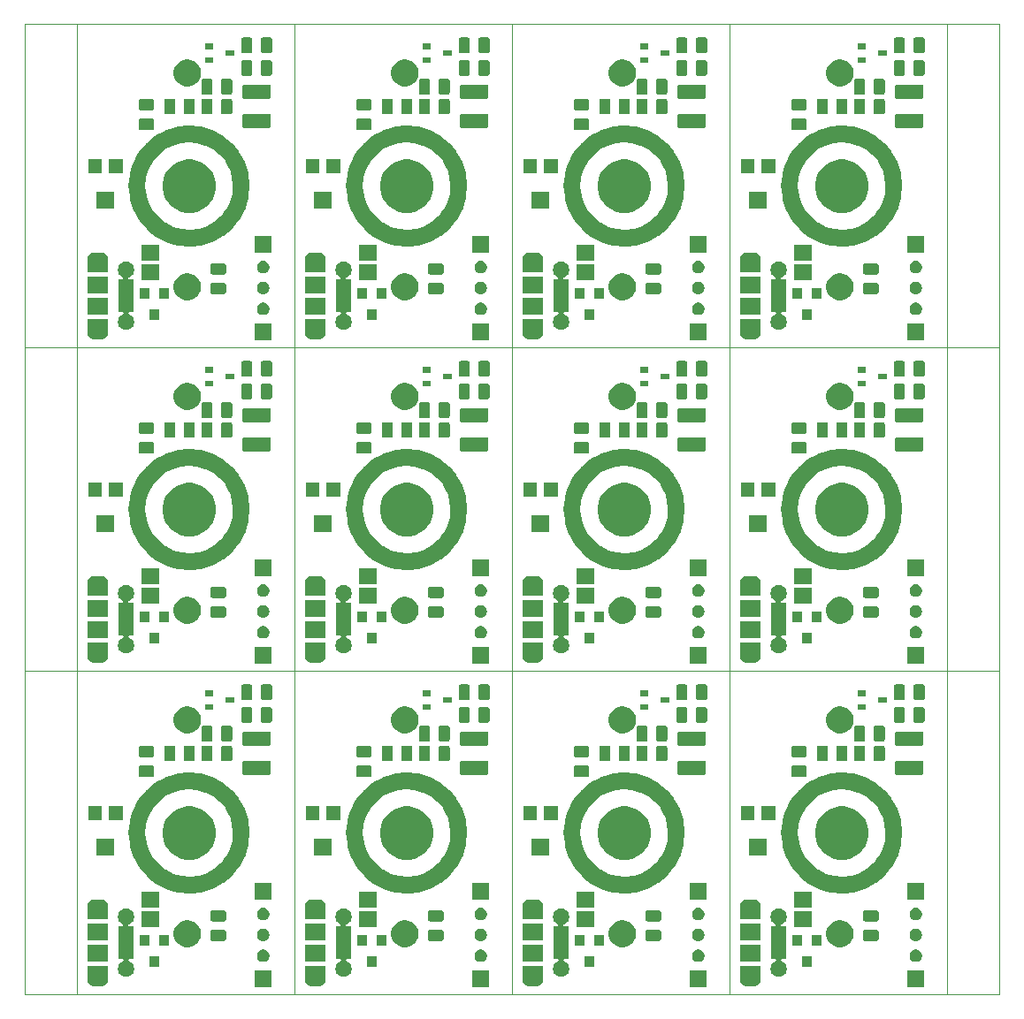
<source format=gbr>
G04 #@! TF.GenerationSoftware,KiCad,Pcbnew,(5.1.5)-3*
G04 #@! TF.CreationDate,2020-09-12T19:14:49+01:00*
G04 #@! TF.ProjectId,OTK_Panel,4f544b5f-5061-46e6-956c-2e6b69636164,rev?*
G04 #@! TF.SameCoordinates,Original*
G04 #@! TF.FileFunction,Soldermask,Bot*
G04 #@! TF.FilePolarity,Negative*
%FSLAX46Y46*%
G04 Gerber Fmt 4.6, Leading zero omitted, Abs format (unit mm)*
G04 Created by KiCad (PCBNEW (5.1.5)-3) date 2020-09-12 19:14:49*
%MOMM*%
%LPD*%
G04 APERTURE LIST*
%ADD10C,0.050000*%
%ADD11C,0.100000*%
G04 APERTURE END LIST*
D10*
X192734500Y-108806300D02*
X197734500Y-108798300D01*
X192734500Y-77818300D02*
X197734500Y-77818300D01*
X109422500Y-108806300D02*
X104422500Y-108810300D01*
X109422500Y-77818300D02*
X104422500Y-77820300D01*
X104422500Y-139790300D02*
X109422500Y-139794300D01*
X104422500Y-46820300D02*
X104422500Y-139790300D01*
X109422500Y-46830300D02*
X104422500Y-46820300D01*
X192734500Y-139794300D02*
X197734500Y-139790300D01*
X197734500Y-46830300D02*
X197734500Y-139790300D01*
X192734500Y-46830300D02*
X197734500Y-46830300D01*
X109422500Y-139794300D02*
X109422500Y-108806300D01*
X171906500Y-139794300D02*
X171906500Y-108806300D01*
X130250500Y-139794300D02*
X109422500Y-139794300D01*
X171906500Y-139794300D02*
X151078500Y-139794300D01*
X130250500Y-108806300D02*
X130250500Y-139794300D01*
X151078500Y-108806300D02*
X151078500Y-139794300D01*
X171906500Y-108806300D02*
X171906500Y-139794300D01*
X151078500Y-108806300D02*
X171906500Y-108806300D01*
X192734500Y-108806300D02*
X192734500Y-139794300D01*
X151078500Y-139794300D02*
X151078500Y-108806300D01*
X109422500Y-108806300D02*
X130250500Y-108806300D01*
X151078500Y-139794300D02*
X130250500Y-139794300D01*
X130250500Y-108806300D02*
X151078500Y-108806300D01*
X130250500Y-139794300D02*
X130250500Y-108806300D01*
X192734500Y-139794300D02*
X171906500Y-139794300D01*
X171906500Y-108806300D02*
X192734500Y-108806300D01*
X109422500Y-108806300D02*
X109422500Y-77818300D01*
X171906500Y-108806300D02*
X171906500Y-77818300D01*
X130250500Y-108806300D02*
X109422500Y-108806300D01*
X171906500Y-108806300D02*
X151078500Y-108806300D01*
X130250500Y-77818300D02*
X130250500Y-108806300D01*
X151078500Y-77818300D02*
X151078500Y-108806300D01*
X171906500Y-77818300D02*
X171906500Y-108806300D01*
X151078500Y-77818300D02*
X171906500Y-77818300D01*
X192734500Y-77818300D02*
X192734500Y-108806300D01*
X151078500Y-108806300D02*
X151078500Y-77818300D01*
X109422500Y-77818300D02*
X130250500Y-77818300D01*
X151078500Y-108806300D02*
X130250500Y-108806300D01*
X130250500Y-77818300D02*
X151078500Y-77818300D01*
X130250500Y-108806300D02*
X130250500Y-77818300D01*
X192734500Y-108806300D02*
X171906500Y-108806300D01*
X171906500Y-77818300D02*
X192734500Y-77818300D01*
X171906500Y-77818300D02*
X171906500Y-46830300D01*
X192734500Y-77818300D02*
X171906500Y-77818300D01*
X192734500Y-46830300D02*
X192734500Y-77818300D01*
X171906500Y-46830300D02*
X192734500Y-46830300D01*
X151078500Y-77818300D02*
X151078500Y-46830300D01*
X171906500Y-77818300D02*
X151078500Y-77818300D01*
X171906500Y-46830300D02*
X171906500Y-77818300D01*
X151078500Y-46830300D02*
X171906500Y-46830300D01*
X130250500Y-77818300D02*
X130250500Y-46830300D01*
X151078500Y-77818300D02*
X130250500Y-77818300D01*
X151078500Y-46830300D02*
X151078500Y-77818300D01*
X130250500Y-46830300D02*
X151078500Y-46830300D01*
X109422500Y-77818300D02*
X109422500Y-46830300D01*
X130250500Y-77818300D02*
X109422500Y-77818300D01*
X130250500Y-46830300D02*
X130250500Y-77818300D01*
X109422500Y-46830300D02*
X130250500Y-46830300D01*
D11*
G36*
X190548500Y-139080300D02*
G01*
X188946500Y-139080300D01*
X188946500Y-137478300D01*
X190548500Y-137478300D01*
X190548500Y-139080300D01*
G37*
G36*
X148892500Y-139080300D02*
G01*
X147290500Y-139080300D01*
X147290500Y-137478300D01*
X148892500Y-137478300D01*
X148892500Y-139080300D01*
G37*
G36*
X128064500Y-139080300D02*
G01*
X126462500Y-139080300D01*
X126462500Y-137478300D01*
X128064500Y-137478300D01*
X128064500Y-139080300D01*
G37*
G36*
X169720500Y-139080300D02*
G01*
X168118500Y-139080300D01*
X168118500Y-137478300D01*
X169720500Y-137478300D01*
X169720500Y-139080300D01*
G37*
G36*
X133250000Y-138303186D02*
G01*
X133250602Y-138315438D01*
X133253149Y-138341300D01*
X133250602Y-138367162D01*
X133250000Y-138379414D01*
X133250000Y-138452706D01*
X133241043Y-138469464D01*
X133236915Y-138481001D01*
X133211132Y-138565993D01*
X133203354Y-138591636D01*
X133142906Y-138704725D01*
X133061554Y-138803854D01*
X132962425Y-138885206D01*
X132849336Y-138945654D01*
X132817404Y-138955340D01*
X132726618Y-138982880D01*
X132662855Y-138989160D01*
X132630974Y-138992300D01*
X131867026Y-138992300D01*
X131835145Y-138989160D01*
X131771382Y-138982880D01*
X131680596Y-138955340D01*
X131648664Y-138945654D01*
X131535575Y-138885206D01*
X131436446Y-138803854D01*
X131355094Y-138704725D01*
X131294646Y-138591636D01*
X131286868Y-138565993D01*
X131261087Y-138481008D01*
X131251713Y-138458375D01*
X131248000Y-138452818D01*
X131248000Y-138379414D01*
X131247398Y-138367162D01*
X131244851Y-138341300D01*
X131247398Y-138315438D01*
X131248000Y-138303186D01*
X131248000Y-137090300D01*
X133250000Y-137090300D01*
X133250000Y-138303186D01*
G37*
G36*
X112422000Y-138303186D02*
G01*
X112422602Y-138315438D01*
X112425149Y-138341300D01*
X112422602Y-138367162D01*
X112422000Y-138379414D01*
X112422000Y-138452706D01*
X112413043Y-138469464D01*
X112408915Y-138481001D01*
X112383132Y-138565993D01*
X112375354Y-138591636D01*
X112314906Y-138704725D01*
X112233554Y-138803854D01*
X112134425Y-138885206D01*
X112021336Y-138945654D01*
X111989404Y-138955340D01*
X111898618Y-138982880D01*
X111834855Y-138989160D01*
X111802974Y-138992300D01*
X111039026Y-138992300D01*
X111007145Y-138989160D01*
X110943382Y-138982880D01*
X110852596Y-138955340D01*
X110820664Y-138945654D01*
X110707575Y-138885206D01*
X110608446Y-138803854D01*
X110527094Y-138704725D01*
X110466646Y-138591636D01*
X110458868Y-138565993D01*
X110433087Y-138481008D01*
X110423713Y-138458375D01*
X110420000Y-138452818D01*
X110420000Y-138379414D01*
X110419398Y-138367162D01*
X110416851Y-138341300D01*
X110419398Y-138315438D01*
X110420000Y-138303186D01*
X110420000Y-137090300D01*
X112422000Y-137090300D01*
X112422000Y-138303186D01*
G37*
G36*
X154078000Y-138303186D02*
G01*
X154078602Y-138315438D01*
X154081149Y-138341300D01*
X154078602Y-138367162D01*
X154078000Y-138379414D01*
X154078000Y-138452706D01*
X154069043Y-138469464D01*
X154064915Y-138481001D01*
X154039132Y-138565993D01*
X154031354Y-138591636D01*
X153970906Y-138704725D01*
X153889554Y-138803854D01*
X153790425Y-138885206D01*
X153677336Y-138945654D01*
X153645404Y-138955340D01*
X153554618Y-138982880D01*
X153490855Y-138989160D01*
X153458974Y-138992300D01*
X152695026Y-138992300D01*
X152663145Y-138989160D01*
X152599382Y-138982880D01*
X152508596Y-138955340D01*
X152476664Y-138945654D01*
X152363575Y-138885206D01*
X152264446Y-138803854D01*
X152183094Y-138704725D01*
X152122646Y-138591636D01*
X152114868Y-138565993D01*
X152089087Y-138481008D01*
X152079713Y-138458375D01*
X152076000Y-138452818D01*
X152076000Y-138379414D01*
X152075398Y-138367162D01*
X152072851Y-138341300D01*
X152075398Y-138315438D01*
X152076000Y-138303186D01*
X152076000Y-137090300D01*
X154078000Y-137090300D01*
X154078000Y-138303186D01*
G37*
G36*
X174906000Y-138303186D02*
G01*
X174906602Y-138315438D01*
X174909149Y-138341300D01*
X174906602Y-138367162D01*
X174906000Y-138379414D01*
X174906000Y-138452706D01*
X174897043Y-138469464D01*
X174892915Y-138481001D01*
X174867132Y-138565993D01*
X174859354Y-138591636D01*
X174798906Y-138704725D01*
X174717554Y-138803854D01*
X174618425Y-138885206D01*
X174505336Y-138945654D01*
X174473404Y-138955340D01*
X174382618Y-138982880D01*
X174318855Y-138989160D01*
X174286974Y-138992300D01*
X173523026Y-138992300D01*
X173491145Y-138989160D01*
X173427382Y-138982880D01*
X173336596Y-138955340D01*
X173304664Y-138945654D01*
X173191575Y-138885206D01*
X173092446Y-138803854D01*
X173011094Y-138704725D01*
X172950646Y-138591636D01*
X172942868Y-138565993D01*
X172917087Y-138481008D01*
X172907713Y-138458375D01*
X172904000Y-138452818D01*
X172904000Y-138379414D01*
X172903398Y-138367162D01*
X172900851Y-138341300D01*
X172903398Y-138315438D01*
X172904000Y-138303186D01*
X172904000Y-137090300D01*
X174906000Y-137090300D01*
X174906000Y-138303186D01*
G37*
G36*
X176831348Y-131595120D02*
G01*
X176831350Y-131595121D01*
X176831351Y-131595121D01*
X176972574Y-131653617D01*
X176972577Y-131653619D01*
X177099669Y-131738539D01*
X177207761Y-131846631D01*
X177292681Y-131973723D01*
X177292683Y-131973726D01*
X177311894Y-132020107D01*
X177351180Y-132114952D01*
X177381000Y-132264869D01*
X177381000Y-132417731D01*
X177355461Y-132546127D01*
X177351179Y-132567651D01*
X177292683Y-132708874D01*
X177292681Y-132708877D01*
X177207761Y-132835969D01*
X177099669Y-132944061D01*
X177075205Y-132960407D01*
X176972574Y-133028983D01*
X176922272Y-133049819D01*
X176900664Y-133061368D01*
X176881722Y-133076914D01*
X176866177Y-133095856D01*
X176854626Y-133117466D01*
X176847513Y-133140915D01*
X176845111Y-133165301D01*
X176847513Y-133189687D01*
X176854626Y-133213136D01*
X176866177Y-133234747D01*
X176881723Y-133253689D01*
X176900665Y-133269234D01*
X176922275Y-133280785D01*
X176945724Y-133287898D01*
X176970110Y-133290300D01*
X177331000Y-133290300D01*
X177331000Y-136392300D01*
X176970110Y-136392300D01*
X176945724Y-136394702D01*
X176922275Y-136401815D01*
X176900664Y-136413366D01*
X176881722Y-136428911D01*
X176866177Y-136447853D01*
X176854626Y-136469464D01*
X176847513Y-136492913D01*
X176845111Y-136517299D01*
X176847513Y-136541685D01*
X176854626Y-136565134D01*
X176866177Y-136586745D01*
X176881722Y-136605687D01*
X176900664Y-136621232D01*
X176922272Y-136632781D01*
X176972574Y-136653617D01*
X176972575Y-136653618D01*
X177099669Y-136738539D01*
X177207761Y-136846631D01*
X177292681Y-136973723D01*
X177292683Y-136973726D01*
X177340969Y-137090300D01*
X177351180Y-137114952D01*
X177381000Y-137264869D01*
X177381000Y-137417729D01*
X177351179Y-137567651D01*
X177292683Y-137708874D01*
X177292681Y-137708877D01*
X177207761Y-137835969D01*
X177099669Y-137944061D01*
X177049064Y-137977874D01*
X176972574Y-138028983D01*
X176831351Y-138087479D01*
X176831350Y-138087479D01*
X176831348Y-138087480D01*
X176681431Y-138117300D01*
X176528569Y-138117300D01*
X176378652Y-138087480D01*
X176378650Y-138087479D01*
X176378649Y-138087479D01*
X176237426Y-138028983D01*
X176160936Y-137977874D01*
X176110331Y-137944061D01*
X176002239Y-137835969D01*
X175917319Y-137708877D01*
X175917317Y-137708874D01*
X175858821Y-137567651D01*
X175829000Y-137417729D01*
X175829000Y-137264869D01*
X175858820Y-137114952D01*
X175869031Y-137090300D01*
X175917317Y-136973726D01*
X175917319Y-136973723D01*
X176002239Y-136846631D01*
X176110331Y-136738539D01*
X176237425Y-136653618D01*
X176237426Y-136653617D01*
X176287728Y-136632781D01*
X176309336Y-136621232D01*
X176328278Y-136605686D01*
X176343823Y-136586744D01*
X176355374Y-136565134D01*
X176362487Y-136541685D01*
X176364889Y-136517299D01*
X176362487Y-136492913D01*
X176355374Y-136469464D01*
X176343823Y-136447853D01*
X176328277Y-136428911D01*
X176309335Y-136413366D01*
X176287725Y-136401815D01*
X176264276Y-136394702D01*
X176239890Y-136392300D01*
X175879000Y-136392300D01*
X175879000Y-133290300D01*
X176239890Y-133290300D01*
X176264276Y-133287898D01*
X176287725Y-133280785D01*
X176309336Y-133269234D01*
X176328278Y-133253689D01*
X176343823Y-133234747D01*
X176355374Y-133213136D01*
X176362487Y-133189687D01*
X176364889Y-133165301D01*
X176362487Y-133140915D01*
X176355374Y-133117466D01*
X176343823Y-133095855D01*
X176328278Y-133076913D01*
X176309336Y-133061368D01*
X176287728Y-133049819D01*
X176237426Y-133028983D01*
X176134795Y-132960407D01*
X176110331Y-132944061D01*
X176002239Y-132835969D01*
X175917319Y-132708877D01*
X175917317Y-132708874D01*
X175858821Y-132567651D01*
X175854540Y-132546127D01*
X175829000Y-132417731D01*
X175829000Y-132264869D01*
X175858820Y-132114952D01*
X175898106Y-132020107D01*
X175917317Y-131973726D01*
X175917319Y-131973723D01*
X176002239Y-131846631D01*
X176110331Y-131738539D01*
X176237423Y-131653619D01*
X176237426Y-131653617D01*
X176378649Y-131595121D01*
X176378650Y-131595121D01*
X176378652Y-131595120D01*
X176528569Y-131565300D01*
X176681431Y-131565300D01*
X176831348Y-131595120D01*
G37*
G36*
X156003348Y-131595120D02*
G01*
X156003350Y-131595121D01*
X156003351Y-131595121D01*
X156144574Y-131653617D01*
X156144577Y-131653619D01*
X156271669Y-131738539D01*
X156379761Y-131846631D01*
X156464681Y-131973723D01*
X156464683Y-131973726D01*
X156483894Y-132020107D01*
X156523180Y-132114952D01*
X156553000Y-132264869D01*
X156553000Y-132417731D01*
X156527461Y-132546127D01*
X156523179Y-132567651D01*
X156464683Y-132708874D01*
X156464681Y-132708877D01*
X156379761Y-132835969D01*
X156271669Y-132944061D01*
X156247205Y-132960407D01*
X156144574Y-133028983D01*
X156094272Y-133049819D01*
X156072664Y-133061368D01*
X156053722Y-133076914D01*
X156038177Y-133095856D01*
X156026626Y-133117466D01*
X156019513Y-133140915D01*
X156017111Y-133165301D01*
X156019513Y-133189687D01*
X156026626Y-133213136D01*
X156038177Y-133234747D01*
X156053723Y-133253689D01*
X156072665Y-133269234D01*
X156094275Y-133280785D01*
X156117724Y-133287898D01*
X156142110Y-133290300D01*
X156503000Y-133290300D01*
X156503000Y-136392300D01*
X156142110Y-136392300D01*
X156117724Y-136394702D01*
X156094275Y-136401815D01*
X156072664Y-136413366D01*
X156053722Y-136428911D01*
X156038177Y-136447853D01*
X156026626Y-136469464D01*
X156019513Y-136492913D01*
X156017111Y-136517299D01*
X156019513Y-136541685D01*
X156026626Y-136565134D01*
X156038177Y-136586745D01*
X156053722Y-136605687D01*
X156072664Y-136621232D01*
X156094272Y-136632781D01*
X156144574Y-136653617D01*
X156144575Y-136653618D01*
X156271669Y-136738539D01*
X156379761Y-136846631D01*
X156464681Y-136973723D01*
X156464683Y-136973726D01*
X156512969Y-137090300D01*
X156523180Y-137114952D01*
X156553000Y-137264869D01*
X156553000Y-137417729D01*
X156523179Y-137567651D01*
X156464683Y-137708874D01*
X156464681Y-137708877D01*
X156379761Y-137835969D01*
X156271669Y-137944061D01*
X156221064Y-137977874D01*
X156144574Y-138028983D01*
X156003351Y-138087479D01*
X156003350Y-138087479D01*
X156003348Y-138087480D01*
X155853431Y-138117300D01*
X155700569Y-138117300D01*
X155550652Y-138087480D01*
X155550650Y-138087479D01*
X155550649Y-138087479D01*
X155409426Y-138028983D01*
X155332936Y-137977874D01*
X155282331Y-137944061D01*
X155174239Y-137835969D01*
X155089319Y-137708877D01*
X155089317Y-137708874D01*
X155030821Y-137567651D01*
X155001000Y-137417729D01*
X155001000Y-137264869D01*
X155030820Y-137114952D01*
X155041031Y-137090300D01*
X155089317Y-136973726D01*
X155089319Y-136973723D01*
X155174239Y-136846631D01*
X155282331Y-136738539D01*
X155409425Y-136653618D01*
X155409426Y-136653617D01*
X155459728Y-136632781D01*
X155481336Y-136621232D01*
X155500278Y-136605686D01*
X155515823Y-136586744D01*
X155527374Y-136565134D01*
X155534487Y-136541685D01*
X155536889Y-136517299D01*
X155534487Y-136492913D01*
X155527374Y-136469464D01*
X155515823Y-136447853D01*
X155500277Y-136428911D01*
X155481335Y-136413366D01*
X155459725Y-136401815D01*
X155436276Y-136394702D01*
X155411890Y-136392300D01*
X155051000Y-136392300D01*
X155051000Y-133290300D01*
X155411890Y-133290300D01*
X155436276Y-133287898D01*
X155459725Y-133280785D01*
X155481336Y-133269234D01*
X155500278Y-133253689D01*
X155515823Y-133234747D01*
X155527374Y-133213136D01*
X155534487Y-133189687D01*
X155536889Y-133165301D01*
X155534487Y-133140915D01*
X155527374Y-133117466D01*
X155515823Y-133095855D01*
X155500278Y-133076913D01*
X155481336Y-133061368D01*
X155459728Y-133049819D01*
X155409426Y-133028983D01*
X155306795Y-132960407D01*
X155282331Y-132944061D01*
X155174239Y-132835969D01*
X155089319Y-132708877D01*
X155089317Y-132708874D01*
X155030821Y-132567651D01*
X155026540Y-132546127D01*
X155001000Y-132417731D01*
X155001000Y-132264869D01*
X155030820Y-132114952D01*
X155070106Y-132020107D01*
X155089317Y-131973726D01*
X155089319Y-131973723D01*
X155174239Y-131846631D01*
X155282331Y-131738539D01*
X155409423Y-131653619D01*
X155409426Y-131653617D01*
X155550649Y-131595121D01*
X155550650Y-131595121D01*
X155550652Y-131595120D01*
X155700569Y-131565300D01*
X155853431Y-131565300D01*
X156003348Y-131595120D01*
G37*
G36*
X135175348Y-131595120D02*
G01*
X135175350Y-131595121D01*
X135175351Y-131595121D01*
X135316574Y-131653617D01*
X135316577Y-131653619D01*
X135443669Y-131738539D01*
X135551761Y-131846631D01*
X135636681Y-131973723D01*
X135636683Y-131973726D01*
X135655894Y-132020107D01*
X135695180Y-132114952D01*
X135725000Y-132264869D01*
X135725000Y-132417731D01*
X135699461Y-132546127D01*
X135695179Y-132567651D01*
X135636683Y-132708874D01*
X135636681Y-132708877D01*
X135551761Y-132835969D01*
X135443669Y-132944061D01*
X135419205Y-132960407D01*
X135316574Y-133028983D01*
X135266272Y-133049819D01*
X135244664Y-133061368D01*
X135225722Y-133076914D01*
X135210177Y-133095856D01*
X135198626Y-133117466D01*
X135191513Y-133140915D01*
X135189111Y-133165301D01*
X135191513Y-133189687D01*
X135198626Y-133213136D01*
X135210177Y-133234747D01*
X135225723Y-133253689D01*
X135244665Y-133269234D01*
X135266275Y-133280785D01*
X135289724Y-133287898D01*
X135314110Y-133290300D01*
X135675000Y-133290300D01*
X135675000Y-136392300D01*
X135314110Y-136392300D01*
X135289724Y-136394702D01*
X135266275Y-136401815D01*
X135244664Y-136413366D01*
X135225722Y-136428911D01*
X135210177Y-136447853D01*
X135198626Y-136469464D01*
X135191513Y-136492913D01*
X135189111Y-136517299D01*
X135191513Y-136541685D01*
X135198626Y-136565134D01*
X135210177Y-136586745D01*
X135225722Y-136605687D01*
X135244664Y-136621232D01*
X135266272Y-136632781D01*
X135316574Y-136653617D01*
X135316575Y-136653618D01*
X135443669Y-136738539D01*
X135551761Y-136846631D01*
X135636681Y-136973723D01*
X135636683Y-136973726D01*
X135684969Y-137090300D01*
X135695180Y-137114952D01*
X135725000Y-137264869D01*
X135725000Y-137417729D01*
X135695179Y-137567651D01*
X135636683Y-137708874D01*
X135636681Y-137708877D01*
X135551761Y-137835969D01*
X135443669Y-137944061D01*
X135393064Y-137977874D01*
X135316574Y-138028983D01*
X135175351Y-138087479D01*
X135175350Y-138087479D01*
X135175348Y-138087480D01*
X135025431Y-138117300D01*
X134872569Y-138117300D01*
X134722652Y-138087480D01*
X134722650Y-138087479D01*
X134722649Y-138087479D01*
X134581426Y-138028983D01*
X134504936Y-137977874D01*
X134454331Y-137944061D01*
X134346239Y-137835969D01*
X134261319Y-137708877D01*
X134261317Y-137708874D01*
X134202821Y-137567651D01*
X134173000Y-137417729D01*
X134173000Y-137264869D01*
X134202820Y-137114952D01*
X134213031Y-137090300D01*
X134261317Y-136973726D01*
X134261319Y-136973723D01*
X134346239Y-136846631D01*
X134454331Y-136738539D01*
X134581425Y-136653618D01*
X134581426Y-136653617D01*
X134631728Y-136632781D01*
X134653336Y-136621232D01*
X134672278Y-136605686D01*
X134687823Y-136586744D01*
X134699374Y-136565134D01*
X134706487Y-136541685D01*
X134708889Y-136517299D01*
X134706487Y-136492913D01*
X134699374Y-136469464D01*
X134687823Y-136447853D01*
X134672277Y-136428911D01*
X134653335Y-136413366D01*
X134631725Y-136401815D01*
X134608276Y-136394702D01*
X134583890Y-136392300D01*
X134223000Y-136392300D01*
X134223000Y-133290300D01*
X134583890Y-133290300D01*
X134608276Y-133287898D01*
X134631725Y-133280785D01*
X134653336Y-133269234D01*
X134672278Y-133253689D01*
X134687823Y-133234747D01*
X134699374Y-133213136D01*
X134706487Y-133189687D01*
X134708889Y-133165301D01*
X134706487Y-133140915D01*
X134699374Y-133117466D01*
X134687823Y-133095855D01*
X134672278Y-133076913D01*
X134653336Y-133061368D01*
X134631728Y-133049819D01*
X134581426Y-133028983D01*
X134478795Y-132960407D01*
X134454331Y-132944061D01*
X134346239Y-132835969D01*
X134261319Y-132708877D01*
X134261317Y-132708874D01*
X134202821Y-132567651D01*
X134198540Y-132546127D01*
X134173000Y-132417731D01*
X134173000Y-132264869D01*
X134202820Y-132114952D01*
X134242106Y-132020107D01*
X134261317Y-131973726D01*
X134261319Y-131973723D01*
X134346239Y-131846631D01*
X134454331Y-131738539D01*
X134581423Y-131653619D01*
X134581426Y-131653617D01*
X134722649Y-131595121D01*
X134722650Y-131595121D01*
X134722652Y-131595120D01*
X134872569Y-131565300D01*
X135025431Y-131565300D01*
X135175348Y-131595120D01*
G37*
G36*
X114347348Y-131595120D02*
G01*
X114347350Y-131595121D01*
X114347351Y-131595121D01*
X114488574Y-131653617D01*
X114488577Y-131653619D01*
X114615669Y-131738539D01*
X114723761Y-131846631D01*
X114808681Y-131973723D01*
X114808683Y-131973726D01*
X114827894Y-132020107D01*
X114867180Y-132114952D01*
X114897000Y-132264869D01*
X114897000Y-132417731D01*
X114871461Y-132546127D01*
X114867179Y-132567651D01*
X114808683Y-132708874D01*
X114808681Y-132708877D01*
X114723761Y-132835969D01*
X114615669Y-132944061D01*
X114591205Y-132960407D01*
X114488574Y-133028983D01*
X114438272Y-133049819D01*
X114416664Y-133061368D01*
X114397722Y-133076914D01*
X114382177Y-133095856D01*
X114370626Y-133117466D01*
X114363513Y-133140915D01*
X114361111Y-133165301D01*
X114363513Y-133189687D01*
X114370626Y-133213136D01*
X114382177Y-133234747D01*
X114397723Y-133253689D01*
X114416665Y-133269234D01*
X114438275Y-133280785D01*
X114461724Y-133287898D01*
X114486110Y-133290300D01*
X114847000Y-133290300D01*
X114847000Y-136392300D01*
X114486110Y-136392300D01*
X114461724Y-136394702D01*
X114438275Y-136401815D01*
X114416664Y-136413366D01*
X114397722Y-136428911D01*
X114382177Y-136447853D01*
X114370626Y-136469464D01*
X114363513Y-136492913D01*
X114361111Y-136517299D01*
X114363513Y-136541685D01*
X114370626Y-136565134D01*
X114382177Y-136586745D01*
X114397722Y-136605687D01*
X114416664Y-136621232D01*
X114438272Y-136632781D01*
X114488574Y-136653617D01*
X114488575Y-136653618D01*
X114615669Y-136738539D01*
X114723761Y-136846631D01*
X114808681Y-136973723D01*
X114808683Y-136973726D01*
X114856969Y-137090300D01*
X114867180Y-137114952D01*
X114897000Y-137264869D01*
X114897000Y-137417729D01*
X114867179Y-137567651D01*
X114808683Y-137708874D01*
X114808681Y-137708877D01*
X114723761Y-137835969D01*
X114615669Y-137944061D01*
X114565064Y-137977874D01*
X114488574Y-138028983D01*
X114347351Y-138087479D01*
X114347350Y-138087479D01*
X114347348Y-138087480D01*
X114197431Y-138117300D01*
X114044569Y-138117300D01*
X113894652Y-138087480D01*
X113894650Y-138087479D01*
X113894649Y-138087479D01*
X113753426Y-138028983D01*
X113676936Y-137977874D01*
X113626331Y-137944061D01*
X113518239Y-137835969D01*
X113433319Y-137708877D01*
X113433317Y-137708874D01*
X113374821Y-137567651D01*
X113345000Y-137417729D01*
X113345000Y-137264869D01*
X113374820Y-137114952D01*
X113385031Y-137090300D01*
X113433317Y-136973726D01*
X113433319Y-136973723D01*
X113518239Y-136846631D01*
X113626331Y-136738539D01*
X113753425Y-136653618D01*
X113753426Y-136653617D01*
X113803728Y-136632781D01*
X113825336Y-136621232D01*
X113844278Y-136605686D01*
X113859823Y-136586744D01*
X113871374Y-136565134D01*
X113878487Y-136541685D01*
X113880889Y-136517299D01*
X113878487Y-136492913D01*
X113871374Y-136469464D01*
X113859823Y-136447853D01*
X113844277Y-136428911D01*
X113825335Y-136413366D01*
X113803725Y-136401815D01*
X113780276Y-136394702D01*
X113755890Y-136392300D01*
X113395000Y-136392300D01*
X113395000Y-133290300D01*
X113755890Y-133290300D01*
X113780276Y-133287898D01*
X113803725Y-133280785D01*
X113825336Y-133269234D01*
X113844278Y-133253689D01*
X113859823Y-133234747D01*
X113871374Y-133213136D01*
X113878487Y-133189687D01*
X113880889Y-133165301D01*
X113878487Y-133140915D01*
X113871374Y-133117466D01*
X113859823Y-133095855D01*
X113844278Y-133076913D01*
X113825336Y-133061368D01*
X113803728Y-133049819D01*
X113753426Y-133028983D01*
X113650795Y-132960407D01*
X113626331Y-132944061D01*
X113518239Y-132835969D01*
X113433319Y-132708877D01*
X113433317Y-132708874D01*
X113374821Y-132567651D01*
X113370540Y-132546127D01*
X113345000Y-132417731D01*
X113345000Y-132264869D01*
X113374820Y-132114952D01*
X113414106Y-132020107D01*
X113433317Y-131973726D01*
X113433319Y-131973723D01*
X113518239Y-131846631D01*
X113626331Y-131738539D01*
X113753423Y-131653619D01*
X113753426Y-131653617D01*
X113894649Y-131595121D01*
X113894650Y-131595121D01*
X113894652Y-131595120D01*
X114044569Y-131565300D01*
X114197431Y-131565300D01*
X114347348Y-131595120D01*
G37*
G36*
X158948500Y-137133300D02*
G01*
X158046500Y-137133300D01*
X158046500Y-136131300D01*
X158948500Y-136131300D01*
X158948500Y-137133300D01*
G37*
G36*
X117292500Y-137133300D02*
G01*
X116390500Y-137133300D01*
X116390500Y-136131300D01*
X117292500Y-136131300D01*
X117292500Y-137133300D01*
G37*
G36*
X138120500Y-137133300D02*
G01*
X137218500Y-137133300D01*
X137218500Y-136131300D01*
X138120500Y-136131300D01*
X138120500Y-137133300D01*
G37*
G36*
X179776500Y-137133300D02*
G01*
X178874500Y-137133300D01*
X178874500Y-136131300D01*
X179776500Y-136131300D01*
X179776500Y-137133300D01*
G37*
G36*
X189884101Y-135493697D02*
G01*
X189922805Y-135501396D01*
X189954840Y-135514665D01*
X190032180Y-135546700D01*
X190130615Y-135612473D01*
X190214327Y-135696185D01*
X190280100Y-135794620D01*
X190325404Y-135903996D01*
X190348500Y-136020105D01*
X190348500Y-136138495D01*
X190325404Y-136254604D01*
X190280100Y-136363980D01*
X190214327Y-136462415D01*
X190130615Y-136546127D01*
X190032180Y-136611900D01*
X189958786Y-136642300D01*
X189922805Y-136657204D01*
X189884101Y-136664903D01*
X189806695Y-136680300D01*
X189688305Y-136680300D01*
X189610899Y-136664903D01*
X189572195Y-136657204D01*
X189536214Y-136642300D01*
X189462820Y-136611900D01*
X189364385Y-136546127D01*
X189280673Y-136462415D01*
X189214900Y-136363980D01*
X189169596Y-136254604D01*
X189146500Y-136138495D01*
X189146500Y-136020105D01*
X189169596Y-135903996D01*
X189214900Y-135794620D01*
X189280673Y-135696185D01*
X189364385Y-135612473D01*
X189462820Y-135546700D01*
X189540160Y-135514665D01*
X189572195Y-135501396D01*
X189610899Y-135493697D01*
X189688305Y-135478300D01*
X189806695Y-135478300D01*
X189884101Y-135493697D01*
G37*
G36*
X169056101Y-135493697D02*
G01*
X169094805Y-135501396D01*
X169126840Y-135514665D01*
X169204180Y-135546700D01*
X169302615Y-135612473D01*
X169386327Y-135696185D01*
X169452100Y-135794620D01*
X169497404Y-135903996D01*
X169520500Y-136020105D01*
X169520500Y-136138495D01*
X169497404Y-136254604D01*
X169452100Y-136363980D01*
X169386327Y-136462415D01*
X169302615Y-136546127D01*
X169204180Y-136611900D01*
X169130786Y-136642300D01*
X169094805Y-136657204D01*
X169056101Y-136664903D01*
X168978695Y-136680300D01*
X168860305Y-136680300D01*
X168782899Y-136664903D01*
X168744195Y-136657204D01*
X168708214Y-136642300D01*
X168634820Y-136611900D01*
X168536385Y-136546127D01*
X168452673Y-136462415D01*
X168386900Y-136363980D01*
X168341596Y-136254604D01*
X168318500Y-136138495D01*
X168318500Y-136020105D01*
X168341596Y-135903996D01*
X168386900Y-135794620D01*
X168452673Y-135696185D01*
X168536385Y-135612473D01*
X168634820Y-135546700D01*
X168712160Y-135514665D01*
X168744195Y-135501396D01*
X168782899Y-135493697D01*
X168860305Y-135478300D01*
X168978695Y-135478300D01*
X169056101Y-135493697D01*
G37*
G36*
X127400101Y-135493697D02*
G01*
X127438805Y-135501396D01*
X127470840Y-135514665D01*
X127548180Y-135546700D01*
X127646615Y-135612473D01*
X127730327Y-135696185D01*
X127796100Y-135794620D01*
X127841404Y-135903996D01*
X127864500Y-136020105D01*
X127864500Y-136138495D01*
X127841404Y-136254604D01*
X127796100Y-136363980D01*
X127730327Y-136462415D01*
X127646615Y-136546127D01*
X127548180Y-136611900D01*
X127474786Y-136642300D01*
X127438805Y-136657204D01*
X127400101Y-136664903D01*
X127322695Y-136680300D01*
X127204305Y-136680300D01*
X127126899Y-136664903D01*
X127088195Y-136657204D01*
X127052214Y-136642300D01*
X126978820Y-136611900D01*
X126880385Y-136546127D01*
X126796673Y-136462415D01*
X126730900Y-136363980D01*
X126685596Y-136254604D01*
X126662500Y-136138495D01*
X126662500Y-136020105D01*
X126685596Y-135903996D01*
X126730900Y-135794620D01*
X126796673Y-135696185D01*
X126880385Y-135612473D01*
X126978820Y-135546700D01*
X127056160Y-135514665D01*
X127088195Y-135501396D01*
X127126899Y-135493697D01*
X127204305Y-135478300D01*
X127322695Y-135478300D01*
X127400101Y-135493697D01*
G37*
G36*
X148228101Y-135493697D02*
G01*
X148266805Y-135501396D01*
X148298840Y-135514665D01*
X148376180Y-135546700D01*
X148474615Y-135612473D01*
X148558327Y-135696185D01*
X148624100Y-135794620D01*
X148669404Y-135903996D01*
X148692500Y-136020105D01*
X148692500Y-136138495D01*
X148669404Y-136254604D01*
X148624100Y-136363980D01*
X148558327Y-136462415D01*
X148474615Y-136546127D01*
X148376180Y-136611900D01*
X148302786Y-136642300D01*
X148266805Y-136657204D01*
X148228101Y-136664903D01*
X148150695Y-136680300D01*
X148032305Y-136680300D01*
X147954899Y-136664903D01*
X147916195Y-136657204D01*
X147880214Y-136642300D01*
X147806820Y-136611900D01*
X147708385Y-136546127D01*
X147624673Y-136462415D01*
X147558900Y-136363980D01*
X147513596Y-136254604D01*
X147490500Y-136138495D01*
X147490500Y-136020105D01*
X147513596Y-135903996D01*
X147558900Y-135794620D01*
X147624673Y-135696185D01*
X147708385Y-135612473D01*
X147806820Y-135546700D01*
X147884160Y-135514665D01*
X147916195Y-135501396D01*
X147954899Y-135493697D01*
X148032305Y-135478300D01*
X148150695Y-135478300D01*
X148228101Y-135493697D01*
G37*
G36*
X112422000Y-136642300D02*
G01*
X110420000Y-136642300D01*
X110420000Y-135040300D01*
X112422000Y-135040300D01*
X112422000Y-136642300D01*
G37*
G36*
X133250000Y-136642300D02*
G01*
X131248000Y-136642300D01*
X131248000Y-135040300D01*
X133250000Y-135040300D01*
X133250000Y-136642300D01*
G37*
G36*
X174906000Y-136642300D02*
G01*
X172904000Y-136642300D01*
X172904000Y-135040300D01*
X174906000Y-135040300D01*
X174906000Y-136642300D01*
G37*
G36*
X154078000Y-136642300D02*
G01*
X152076000Y-136642300D01*
X152076000Y-135040300D01*
X154078000Y-135040300D01*
X154078000Y-136642300D01*
G37*
G36*
X162034207Y-132719956D02*
G01*
X162270973Y-132818028D01*
X162270975Y-132818029D01*
X162297824Y-132835969D01*
X162484059Y-132960407D01*
X162665273Y-133141621D01*
X162807652Y-133354707D01*
X162905724Y-133591473D01*
X162955720Y-133842821D01*
X162955720Y-134099099D01*
X162905724Y-134350447D01*
X162900118Y-134363980D01*
X162807651Y-134587215D01*
X162665273Y-134800299D01*
X162484059Y-134981513D01*
X162270975Y-135123891D01*
X162270974Y-135123892D01*
X162270973Y-135123892D01*
X162034207Y-135221964D01*
X161782859Y-135271960D01*
X161526581Y-135271960D01*
X161275233Y-135221964D01*
X161038467Y-135123892D01*
X161038466Y-135123892D01*
X161038465Y-135123891D01*
X160825381Y-134981513D01*
X160644167Y-134800299D01*
X160501789Y-134587215D01*
X160409322Y-134363980D01*
X160403716Y-134350447D01*
X160353720Y-134099099D01*
X160353720Y-133842821D01*
X160403716Y-133591473D01*
X160501788Y-133354707D01*
X160644167Y-133141621D01*
X160825381Y-132960407D01*
X161011616Y-132835969D01*
X161038465Y-132818029D01*
X161038467Y-132818028D01*
X161275233Y-132719956D01*
X161526581Y-132669960D01*
X161782859Y-132669960D01*
X162034207Y-132719956D01*
G37*
G36*
X120378207Y-132719956D02*
G01*
X120614973Y-132818028D01*
X120614975Y-132818029D01*
X120641824Y-132835969D01*
X120828059Y-132960407D01*
X121009273Y-133141621D01*
X121151652Y-133354707D01*
X121249724Y-133591473D01*
X121299720Y-133842821D01*
X121299720Y-134099099D01*
X121249724Y-134350447D01*
X121244118Y-134363980D01*
X121151651Y-134587215D01*
X121009273Y-134800299D01*
X120828059Y-134981513D01*
X120614975Y-135123891D01*
X120614974Y-135123892D01*
X120614973Y-135123892D01*
X120378207Y-135221964D01*
X120126859Y-135271960D01*
X119870581Y-135271960D01*
X119619233Y-135221964D01*
X119382467Y-135123892D01*
X119382466Y-135123892D01*
X119382465Y-135123891D01*
X119169381Y-134981513D01*
X118988167Y-134800299D01*
X118845789Y-134587215D01*
X118753322Y-134363980D01*
X118747716Y-134350447D01*
X118697720Y-134099099D01*
X118697720Y-133842821D01*
X118747716Y-133591473D01*
X118845788Y-133354707D01*
X118988167Y-133141621D01*
X119169381Y-132960407D01*
X119355616Y-132835969D01*
X119382465Y-132818029D01*
X119382467Y-132818028D01*
X119619233Y-132719956D01*
X119870581Y-132669960D01*
X120126859Y-132669960D01*
X120378207Y-132719956D01*
G37*
G36*
X141206207Y-132719956D02*
G01*
X141442973Y-132818028D01*
X141442975Y-132818029D01*
X141469824Y-132835969D01*
X141656059Y-132960407D01*
X141837273Y-133141621D01*
X141979652Y-133354707D01*
X142077724Y-133591473D01*
X142127720Y-133842821D01*
X142127720Y-134099099D01*
X142077724Y-134350447D01*
X142072118Y-134363980D01*
X141979651Y-134587215D01*
X141837273Y-134800299D01*
X141656059Y-134981513D01*
X141442975Y-135123891D01*
X141442974Y-135123892D01*
X141442973Y-135123892D01*
X141206207Y-135221964D01*
X140954859Y-135271960D01*
X140698581Y-135271960D01*
X140447233Y-135221964D01*
X140210467Y-135123892D01*
X140210466Y-135123892D01*
X140210465Y-135123891D01*
X139997381Y-134981513D01*
X139816167Y-134800299D01*
X139673789Y-134587215D01*
X139581322Y-134363980D01*
X139575716Y-134350447D01*
X139525720Y-134099099D01*
X139525720Y-133842821D01*
X139575716Y-133591473D01*
X139673788Y-133354707D01*
X139816167Y-133141621D01*
X139997381Y-132960407D01*
X140183616Y-132835969D01*
X140210465Y-132818029D01*
X140210467Y-132818028D01*
X140447233Y-132719956D01*
X140698581Y-132669960D01*
X140954859Y-132669960D01*
X141206207Y-132719956D01*
G37*
G36*
X182862207Y-132719956D02*
G01*
X183098973Y-132818028D01*
X183098975Y-132818029D01*
X183125824Y-132835969D01*
X183312059Y-132960407D01*
X183493273Y-133141621D01*
X183635652Y-133354707D01*
X183733724Y-133591473D01*
X183783720Y-133842821D01*
X183783720Y-134099099D01*
X183733724Y-134350447D01*
X183728118Y-134363980D01*
X183635651Y-134587215D01*
X183493273Y-134800299D01*
X183312059Y-134981513D01*
X183098975Y-135123891D01*
X183098974Y-135123892D01*
X183098973Y-135123892D01*
X182862207Y-135221964D01*
X182610859Y-135271960D01*
X182354581Y-135271960D01*
X182103233Y-135221964D01*
X181866467Y-135123892D01*
X181866466Y-135123892D01*
X181866465Y-135123891D01*
X181653381Y-134981513D01*
X181472167Y-134800299D01*
X181329789Y-134587215D01*
X181237322Y-134363980D01*
X181231716Y-134350447D01*
X181181720Y-134099099D01*
X181181720Y-133842821D01*
X181231716Y-133591473D01*
X181329788Y-133354707D01*
X181472167Y-133141621D01*
X181653381Y-132960407D01*
X181839616Y-132835969D01*
X181866465Y-132818029D01*
X181866467Y-132818028D01*
X182103233Y-132719956D01*
X182354581Y-132669960D01*
X182610859Y-132669960D01*
X182862207Y-132719956D01*
G37*
G36*
X178826500Y-135133300D02*
G01*
X177924500Y-135133300D01*
X177924500Y-134131300D01*
X178826500Y-134131300D01*
X178826500Y-135133300D01*
G37*
G36*
X157998500Y-135133300D02*
G01*
X157096500Y-135133300D01*
X157096500Y-134131300D01*
X157998500Y-134131300D01*
X157998500Y-135133300D01*
G37*
G36*
X180726500Y-135133300D02*
G01*
X179824500Y-135133300D01*
X179824500Y-134131300D01*
X180726500Y-134131300D01*
X180726500Y-135133300D01*
G37*
G36*
X137170500Y-135133300D02*
G01*
X136268500Y-135133300D01*
X136268500Y-134131300D01*
X137170500Y-134131300D01*
X137170500Y-135133300D01*
G37*
G36*
X116342500Y-135133300D02*
G01*
X115440500Y-135133300D01*
X115440500Y-134131300D01*
X116342500Y-134131300D01*
X116342500Y-135133300D01*
G37*
G36*
X139070500Y-135133300D02*
G01*
X138168500Y-135133300D01*
X138168500Y-134131300D01*
X139070500Y-134131300D01*
X139070500Y-135133300D01*
G37*
G36*
X118242500Y-135133300D02*
G01*
X117340500Y-135133300D01*
X117340500Y-134131300D01*
X118242500Y-134131300D01*
X118242500Y-135133300D01*
G37*
G36*
X159898500Y-135133300D02*
G01*
X158996500Y-135133300D01*
X158996500Y-134131300D01*
X159898500Y-134131300D01*
X159898500Y-135133300D01*
G37*
G36*
X189884101Y-133493697D02*
G01*
X189922805Y-133501396D01*
X189954840Y-133514665D01*
X190032180Y-133546700D01*
X190130615Y-133612473D01*
X190214327Y-133696185D01*
X190280100Y-133794620D01*
X190325404Y-133903996D01*
X190348500Y-134020105D01*
X190348500Y-134138495D01*
X190325404Y-134254604D01*
X190280100Y-134363980D01*
X190214327Y-134462415D01*
X190130615Y-134546127D01*
X190032180Y-134611900D01*
X189958786Y-134642300D01*
X189922805Y-134657204D01*
X189900026Y-134661735D01*
X189806695Y-134680300D01*
X189688305Y-134680300D01*
X189594974Y-134661735D01*
X189572195Y-134657204D01*
X189536214Y-134642300D01*
X189462820Y-134611900D01*
X189364385Y-134546127D01*
X189280673Y-134462415D01*
X189214900Y-134363980D01*
X189169596Y-134254604D01*
X189146500Y-134138495D01*
X189146500Y-134020105D01*
X189169596Y-133903996D01*
X189214900Y-133794620D01*
X189280673Y-133696185D01*
X189364385Y-133612473D01*
X189462820Y-133546700D01*
X189540160Y-133514665D01*
X189572195Y-133501396D01*
X189610899Y-133493697D01*
X189688305Y-133478300D01*
X189806695Y-133478300D01*
X189884101Y-133493697D01*
G37*
G36*
X169056101Y-133493697D02*
G01*
X169094805Y-133501396D01*
X169126840Y-133514665D01*
X169204180Y-133546700D01*
X169302615Y-133612473D01*
X169386327Y-133696185D01*
X169452100Y-133794620D01*
X169497404Y-133903996D01*
X169520500Y-134020105D01*
X169520500Y-134138495D01*
X169497404Y-134254604D01*
X169452100Y-134363980D01*
X169386327Y-134462415D01*
X169302615Y-134546127D01*
X169204180Y-134611900D01*
X169130786Y-134642300D01*
X169094805Y-134657204D01*
X169072026Y-134661735D01*
X168978695Y-134680300D01*
X168860305Y-134680300D01*
X168766974Y-134661735D01*
X168744195Y-134657204D01*
X168708214Y-134642300D01*
X168634820Y-134611900D01*
X168536385Y-134546127D01*
X168452673Y-134462415D01*
X168386900Y-134363980D01*
X168341596Y-134254604D01*
X168318500Y-134138495D01*
X168318500Y-134020105D01*
X168341596Y-133903996D01*
X168386900Y-133794620D01*
X168452673Y-133696185D01*
X168536385Y-133612473D01*
X168634820Y-133546700D01*
X168712160Y-133514665D01*
X168744195Y-133501396D01*
X168782899Y-133493697D01*
X168860305Y-133478300D01*
X168978695Y-133478300D01*
X169056101Y-133493697D01*
G37*
G36*
X127400101Y-133493697D02*
G01*
X127438805Y-133501396D01*
X127470840Y-133514665D01*
X127548180Y-133546700D01*
X127646615Y-133612473D01*
X127730327Y-133696185D01*
X127796100Y-133794620D01*
X127841404Y-133903996D01*
X127864500Y-134020105D01*
X127864500Y-134138495D01*
X127841404Y-134254604D01*
X127796100Y-134363980D01*
X127730327Y-134462415D01*
X127646615Y-134546127D01*
X127548180Y-134611900D01*
X127474786Y-134642300D01*
X127438805Y-134657204D01*
X127416026Y-134661735D01*
X127322695Y-134680300D01*
X127204305Y-134680300D01*
X127110974Y-134661735D01*
X127088195Y-134657204D01*
X127052214Y-134642300D01*
X126978820Y-134611900D01*
X126880385Y-134546127D01*
X126796673Y-134462415D01*
X126730900Y-134363980D01*
X126685596Y-134254604D01*
X126662500Y-134138495D01*
X126662500Y-134020105D01*
X126685596Y-133903996D01*
X126730900Y-133794620D01*
X126796673Y-133696185D01*
X126880385Y-133612473D01*
X126978820Y-133546700D01*
X127056160Y-133514665D01*
X127088195Y-133501396D01*
X127126899Y-133493697D01*
X127204305Y-133478300D01*
X127322695Y-133478300D01*
X127400101Y-133493697D01*
G37*
G36*
X148228101Y-133493697D02*
G01*
X148266805Y-133501396D01*
X148298840Y-133514665D01*
X148376180Y-133546700D01*
X148474615Y-133612473D01*
X148558327Y-133696185D01*
X148624100Y-133794620D01*
X148669404Y-133903996D01*
X148692500Y-134020105D01*
X148692500Y-134138495D01*
X148669404Y-134254604D01*
X148624100Y-134363980D01*
X148558327Y-134462415D01*
X148474615Y-134546127D01*
X148376180Y-134611900D01*
X148302786Y-134642300D01*
X148266805Y-134657204D01*
X148244026Y-134661735D01*
X148150695Y-134680300D01*
X148032305Y-134680300D01*
X147938974Y-134661735D01*
X147916195Y-134657204D01*
X147880214Y-134642300D01*
X147806820Y-134611900D01*
X147708385Y-134546127D01*
X147624673Y-134462415D01*
X147558900Y-134363980D01*
X147513596Y-134254604D01*
X147490500Y-134138495D01*
X147490500Y-134020105D01*
X147513596Y-133903996D01*
X147558900Y-133794620D01*
X147624673Y-133696185D01*
X147708385Y-133612473D01*
X147806820Y-133546700D01*
X147884160Y-133514665D01*
X147916195Y-133501396D01*
X147954899Y-133493697D01*
X148032305Y-133478300D01*
X148150695Y-133478300D01*
X148228101Y-133493697D01*
G37*
G36*
X165185968Y-133593865D02*
G01*
X165224638Y-133605596D01*
X165260277Y-133624646D01*
X165291517Y-133650283D01*
X165317154Y-133681523D01*
X165336204Y-133717162D01*
X165347935Y-133755832D01*
X165352500Y-133802188D01*
X165352500Y-134453412D01*
X165347935Y-134499768D01*
X165336204Y-134538438D01*
X165317154Y-134574077D01*
X165291517Y-134605317D01*
X165260277Y-134630954D01*
X165224638Y-134650004D01*
X165185968Y-134661735D01*
X165139612Y-134666300D01*
X164063388Y-134666300D01*
X164017032Y-134661735D01*
X163978362Y-134650004D01*
X163942723Y-134630954D01*
X163911483Y-134605317D01*
X163885846Y-134574077D01*
X163866796Y-134538438D01*
X163855065Y-134499768D01*
X163850500Y-134453412D01*
X163850500Y-133802188D01*
X163855065Y-133755832D01*
X163866796Y-133717162D01*
X163885846Y-133681523D01*
X163911483Y-133650283D01*
X163942723Y-133624646D01*
X163978362Y-133605596D01*
X164017032Y-133593865D01*
X164063388Y-133589300D01*
X165139612Y-133589300D01*
X165185968Y-133593865D01*
G37*
G36*
X123529968Y-133593865D02*
G01*
X123568638Y-133605596D01*
X123604277Y-133624646D01*
X123635517Y-133650283D01*
X123661154Y-133681523D01*
X123680204Y-133717162D01*
X123691935Y-133755832D01*
X123696500Y-133802188D01*
X123696500Y-134453412D01*
X123691935Y-134499768D01*
X123680204Y-134538438D01*
X123661154Y-134574077D01*
X123635517Y-134605317D01*
X123604277Y-134630954D01*
X123568638Y-134650004D01*
X123529968Y-134661735D01*
X123483612Y-134666300D01*
X122407388Y-134666300D01*
X122361032Y-134661735D01*
X122322362Y-134650004D01*
X122286723Y-134630954D01*
X122255483Y-134605317D01*
X122229846Y-134574077D01*
X122210796Y-134538438D01*
X122199065Y-134499768D01*
X122194500Y-134453412D01*
X122194500Y-133802188D01*
X122199065Y-133755832D01*
X122210796Y-133717162D01*
X122229846Y-133681523D01*
X122255483Y-133650283D01*
X122286723Y-133624646D01*
X122322362Y-133605596D01*
X122361032Y-133593865D01*
X122407388Y-133589300D01*
X123483612Y-133589300D01*
X123529968Y-133593865D01*
G37*
G36*
X144357968Y-133593865D02*
G01*
X144396638Y-133605596D01*
X144432277Y-133624646D01*
X144463517Y-133650283D01*
X144489154Y-133681523D01*
X144508204Y-133717162D01*
X144519935Y-133755832D01*
X144524500Y-133802188D01*
X144524500Y-134453412D01*
X144519935Y-134499768D01*
X144508204Y-134538438D01*
X144489154Y-134574077D01*
X144463517Y-134605317D01*
X144432277Y-134630954D01*
X144396638Y-134650004D01*
X144357968Y-134661735D01*
X144311612Y-134666300D01*
X143235388Y-134666300D01*
X143189032Y-134661735D01*
X143150362Y-134650004D01*
X143114723Y-134630954D01*
X143083483Y-134605317D01*
X143057846Y-134574077D01*
X143038796Y-134538438D01*
X143027065Y-134499768D01*
X143022500Y-134453412D01*
X143022500Y-133802188D01*
X143027065Y-133755832D01*
X143038796Y-133717162D01*
X143057846Y-133681523D01*
X143083483Y-133650283D01*
X143114723Y-133624646D01*
X143150362Y-133605596D01*
X143189032Y-133593865D01*
X143235388Y-133589300D01*
X144311612Y-133589300D01*
X144357968Y-133593865D01*
G37*
G36*
X186013968Y-133593865D02*
G01*
X186052638Y-133605596D01*
X186088277Y-133624646D01*
X186119517Y-133650283D01*
X186145154Y-133681523D01*
X186164204Y-133717162D01*
X186175935Y-133755832D01*
X186180500Y-133802188D01*
X186180500Y-134453412D01*
X186175935Y-134499768D01*
X186164204Y-134538438D01*
X186145154Y-134574077D01*
X186119517Y-134605317D01*
X186088277Y-134630954D01*
X186052638Y-134650004D01*
X186013968Y-134661735D01*
X185967612Y-134666300D01*
X184891388Y-134666300D01*
X184845032Y-134661735D01*
X184806362Y-134650004D01*
X184770723Y-134630954D01*
X184739483Y-134605317D01*
X184713846Y-134574077D01*
X184694796Y-134538438D01*
X184683065Y-134499768D01*
X184678500Y-134453412D01*
X184678500Y-133802188D01*
X184683065Y-133755832D01*
X184694796Y-133717162D01*
X184713846Y-133681523D01*
X184739483Y-133650283D01*
X184770723Y-133624646D01*
X184806362Y-133605596D01*
X184845032Y-133593865D01*
X184891388Y-133589300D01*
X185967612Y-133589300D01*
X186013968Y-133593865D01*
G37*
G36*
X112422000Y-134642300D02*
G01*
X110420000Y-134642300D01*
X110420000Y-133040300D01*
X112422000Y-133040300D01*
X112422000Y-134642300D01*
G37*
G36*
X154078000Y-134642300D02*
G01*
X152076000Y-134642300D01*
X152076000Y-133040300D01*
X154078000Y-133040300D01*
X154078000Y-134642300D01*
G37*
G36*
X174906000Y-134642300D02*
G01*
X172904000Y-134642300D01*
X172904000Y-133040300D01*
X174906000Y-133040300D01*
X174906000Y-134642300D01*
G37*
G36*
X133250000Y-134642300D02*
G01*
X131248000Y-134642300D01*
X131248000Y-133040300D01*
X133250000Y-133040300D01*
X133250000Y-134642300D01*
G37*
G36*
X158953601Y-133370400D02*
G01*
X157295401Y-133370400D01*
X157295401Y-131813764D01*
X158953601Y-131813764D01*
X158953601Y-133370400D01*
G37*
G36*
X179781601Y-133370400D02*
G01*
X178123401Y-133370400D01*
X178123401Y-131813764D01*
X179781601Y-131813764D01*
X179781601Y-133370400D01*
G37*
G36*
X138125601Y-133370400D02*
G01*
X136467401Y-133370400D01*
X136467401Y-131813764D01*
X138125601Y-131813764D01*
X138125601Y-133370400D01*
G37*
G36*
X117297601Y-133370400D02*
G01*
X115639401Y-133370400D01*
X115639401Y-131813764D01*
X117297601Y-131813764D01*
X117297601Y-133370400D01*
G37*
G36*
X186013968Y-131718865D02*
G01*
X186052638Y-131730596D01*
X186088277Y-131749646D01*
X186119517Y-131775283D01*
X186145154Y-131806523D01*
X186164204Y-131842162D01*
X186175935Y-131880832D01*
X186180500Y-131927188D01*
X186180500Y-132578412D01*
X186175935Y-132624768D01*
X186164204Y-132663438D01*
X186145154Y-132699077D01*
X186119517Y-132730317D01*
X186088277Y-132755954D01*
X186052638Y-132775004D01*
X186013968Y-132786735D01*
X185967612Y-132791300D01*
X184891388Y-132791300D01*
X184845032Y-132786735D01*
X184806362Y-132775004D01*
X184770723Y-132755954D01*
X184739483Y-132730317D01*
X184713846Y-132699077D01*
X184694796Y-132663438D01*
X184683065Y-132624768D01*
X184678500Y-132578412D01*
X184678500Y-131927188D01*
X184683065Y-131880832D01*
X184694796Y-131842162D01*
X184713846Y-131806523D01*
X184739483Y-131775283D01*
X184770723Y-131749646D01*
X184806362Y-131730596D01*
X184845032Y-131718865D01*
X184891388Y-131714300D01*
X185967612Y-131714300D01*
X186013968Y-131718865D01*
G37*
G36*
X165185968Y-131718865D02*
G01*
X165224638Y-131730596D01*
X165260277Y-131749646D01*
X165291517Y-131775283D01*
X165317154Y-131806523D01*
X165336204Y-131842162D01*
X165347935Y-131880832D01*
X165352500Y-131927188D01*
X165352500Y-132578412D01*
X165347935Y-132624768D01*
X165336204Y-132663438D01*
X165317154Y-132699077D01*
X165291517Y-132730317D01*
X165260277Y-132755954D01*
X165224638Y-132775004D01*
X165185968Y-132786735D01*
X165139612Y-132791300D01*
X164063388Y-132791300D01*
X164017032Y-132786735D01*
X163978362Y-132775004D01*
X163942723Y-132755954D01*
X163911483Y-132730317D01*
X163885846Y-132699077D01*
X163866796Y-132663438D01*
X163855065Y-132624768D01*
X163850500Y-132578412D01*
X163850500Y-131927188D01*
X163855065Y-131880832D01*
X163866796Y-131842162D01*
X163885846Y-131806523D01*
X163911483Y-131775283D01*
X163942723Y-131749646D01*
X163978362Y-131730596D01*
X164017032Y-131718865D01*
X164063388Y-131714300D01*
X165139612Y-131714300D01*
X165185968Y-131718865D01*
G37*
G36*
X144357968Y-131718865D02*
G01*
X144396638Y-131730596D01*
X144432277Y-131749646D01*
X144463517Y-131775283D01*
X144489154Y-131806523D01*
X144508204Y-131842162D01*
X144519935Y-131880832D01*
X144524500Y-131927188D01*
X144524500Y-132578412D01*
X144519935Y-132624768D01*
X144508204Y-132663438D01*
X144489154Y-132699077D01*
X144463517Y-132730317D01*
X144432277Y-132755954D01*
X144396638Y-132775004D01*
X144357968Y-132786735D01*
X144311612Y-132791300D01*
X143235388Y-132791300D01*
X143189032Y-132786735D01*
X143150362Y-132775004D01*
X143114723Y-132755954D01*
X143083483Y-132730317D01*
X143057846Y-132699077D01*
X143038796Y-132663438D01*
X143027065Y-132624768D01*
X143022500Y-132578412D01*
X143022500Y-131927188D01*
X143027065Y-131880832D01*
X143038796Y-131842162D01*
X143057846Y-131806523D01*
X143083483Y-131775283D01*
X143114723Y-131749646D01*
X143150362Y-131730596D01*
X143189032Y-131718865D01*
X143235388Y-131714300D01*
X144311612Y-131714300D01*
X144357968Y-131718865D01*
G37*
G36*
X123529968Y-131718865D02*
G01*
X123568638Y-131730596D01*
X123604277Y-131749646D01*
X123635517Y-131775283D01*
X123661154Y-131806523D01*
X123680204Y-131842162D01*
X123691935Y-131880832D01*
X123696500Y-131927188D01*
X123696500Y-132578412D01*
X123691935Y-132624768D01*
X123680204Y-132663438D01*
X123661154Y-132699077D01*
X123635517Y-132730317D01*
X123604277Y-132755954D01*
X123568638Y-132775004D01*
X123529968Y-132786735D01*
X123483612Y-132791300D01*
X122407388Y-132791300D01*
X122361032Y-132786735D01*
X122322362Y-132775004D01*
X122286723Y-132755954D01*
X122255483Y-132730317D01*
X122229846Y-132699077D01*
X122210796Y-132663438D01*
X122199065Y-132624768D01*
X122194500Y-132578412D01*
X122194500Y-131927188D01*
X122199065Y-131880832D01*
X122210796Y-131842162D01*
X122229846Y-131806523D01*
X122255483Y-131775283D01*
X122286723Y-131749646D01*
X122322362Y-131730596D01*
X122361032Y-131718865D01*
X122407388Y-131714300D01*
X123483612Y-131714300D01*
X123529968Y-131718865D01*
G37*
G36*
X148228101Y-131493697D02*
G01*
X148266805Y-131501396D01*
X148298840Y-131514665D01*
X148376180Y-131546700D01*
X148474615Y-131612473D01*
X148558327Y-131696185D01*
X148624100Y-131794620D01*
X148669404Y-131903996D01*
X148685229Y-131983550D01*
X148692500Y-132020107D01*
X148692500Y-132138493D01*
X148669404Y-132254605D01*
X148656135Y-132286640D01*
X148624100Y-132363980D01*
X148558327Y-132462415D01*
X148474615Y-132546127D01*
X148376180Y-132611900D01*
X148298840Y-132643935D01*
X148266805Y-132657204D01*
X148235464Y-132663438D01*
X148150695Y-132680300D01*
X148032305Y-132680300D01*
X147947536Y-132663438D01*
X147916195Y-132657204D01*
X147884160Y-132643935D01*
X147806820Y-132611900D01*
X147708385Y-132546127D01*
X147624673Y-132462415D01*
X147558900Y-132363980D01*
X147526865Y-132286640D01*
X147513596Y-132254605D01*
X147490500Y-132138493D01*
X147490500Y-132020107D01*
X147497772Y-131983550D01*
X147513596Y-131903996D01*
X147558900Y-131794620D01*
X147624673Y-131696185D01*
X147708385Y-131612473D01*
X147806820Y-131546700D01*
X147884160Y-131514665D01*
X147916195Y-131501396D01*
X147954899Y-131493697D01*
X148032305Y-131478300D01*
X148150695Y-131478300D01*
X148228101Y-131493697D01*
G37*
G36*
X189884101Y-131493697D02*
G01*
X189922805Y-131501396D01*
X189954840Y-131514665D01*
X190032180Y-131546700D01*
X190130615Y-131612473D01*
X190214327Y-131696185D01*
X190280100Y-131794620D01*
X190325404Y-131903996D01*
X190341229Y-131983550D01*
X190348500Y-132020107D01*
X190348500Y-132138493D01*
X190325404Y-132254605D01*
X190312135Y-132286640D01*
X190280100Y-132363980D01*
X190214327Y-132462415D01*
X190130615Y-132546127D01*
X190032180Y-132611900D01*
X189954840Y-132643935D01*
X189922805Y-132657204D01*
X189891464Y-132663438D01*
X189806695Y-132680300D01*
X189688305Y-132680300D01*
X189603536Y-132663438D01*
X189572195Y-132657204D01*
X189540160Y-132643935D01*
X189462820Y-132611900D01*
X189364385Y-132546127D01*
X189280673Y-132462415D01*
X189214900Y-132363980D01*
X189182865Y-132286640D01*
X189169596Y-132254605D01*
X189146500Y-132138493D01*
X189146500Y-132020107D01*
X189153772Y-131983550D01*
X189169596Y-131903996D01*
X189214900Y-131794620D01*
X189280673Y-131696185D01*
X189364385Y-131612473D01*
X189462820Y-131546700D01*
X189540160Y-131514665D01*
X189572195Y-131501396D01*
X189610899Y-131493697D01*
X189688305Y-131478300D01*
X189806695Y-131478300D01*
X189884101Y-131493697D01*
G37*
G36*
X127400101Y-131493697D02*
G01*
X127438805Y-131501396D01*
X127470840Y-131514665D01*
X127548180Y-131546700D01*
X127646615Y-131612473D01*
X127730327Y-131696185D01*
X127796100Y-131794620D01*
X127841404Y-131903996D01*
X127857229Y-131983550D01*
X127864500Y-132020107D01*
X127864500Y-132138493D01*
X127841404Y-132254605D01*
X127828135Y-132286640D01*
X127796100Y-132363980D01*
X127730327Y-132462415D01*
X127646615Y-132546127D01*
X127548180Y-132611900D01*
X127470840Y-132643935D01*
X127438805Y-132657204D01*
X127407464Y-132663438D01*
X127322695Y-132680300D01*
X127204305Y-132680300D01*
X127119536Y-132663438D01*
X127088195Y-132657204D01*
X127056160Y-132643935D01*
X126978820Y-132611900D01*
X126880385Y-132546127D01*
X126796673Y-132462415D01*
X126730900Y-132363980D01*
X126698865Y-132286640D01*
X126685596Y-132254605D01*
X126662500Y-132138493D01*
X126662500Y-132020107D01*
X126669772Y-131983550D01*
X126685596Y-131903996D01*
X126730900Y-131794620D01*
X126796673Y-131696185D01*
X126880385Y-131612473D01*
X126978820Y-131546700D01*
X127056160Y-131514665D01*
X127088195Y-131501396D01*
X127126899Y-131493697D01*
X127204305Y-131478300D01*
X127322695Y-131478300D01*
X127400101Y-131493697D01*
G37*
G36*
X169056101Y-131493697D02*
G01*
X169094805Y-131501396D01*
X169126840Y-131514665D01*
X169204180Y-131546700D01*
X169302615Y-131612473D01*
X169386327Y-131696185D01*
X169452100Y-131794620D01*
X169497404Y-131903996D01*
X169513229Y-131983550D01*
X169520500Y-132020107D01*
X169520500Y-132138493D01*
X169497404Y-132254605D01*
X169484135Y-132286640D01*
X169452100Y-132363980D01*
X169386327Y-132462415D01*
X169302615Y-132546127D01*
X169204180Y-132611900D01*
X169126840Y-132643935D01*
X169094805Y-132657204D01*
X169063464Y-132663438D01*
X168978695Y-132680300D01*
X168860305Y-132680300D01*
X168775536Y-132663438D01*
X168744195Y-132657204D01*
X168712160Y-132643935D01*
X168634820Y-132611900D01*
X168536385Y-132546127D01*
X168452673Y-132462415D01*
X168386900Y-132363980D01*
X168354865Y-132286640D01*
X168341596Y-132254605D01*
X168318500Y-132138493D01*
X168318500Y-132020107D01*
X168325772Y-131983550D01*
X168341596Y-131903996D01*
X168386900Y-131794620D01*
X168452673Y-131696185D01*
X168536385Y-131612473D01*
X168634820Y-131546700D01*
X168712160Y-131514665D01*
X168744195Y-131501396D01*
X168782899Y-131493697D01*
X168860305Y-131478300D01*
X168978695Y-131478300D01*
X169056101Y-131493697D01*
G37*
G36*
X174318855Y-130693440D02*
G01*
X174382618Y-130699720D01*
X174473404Y-130727260D01*
X174505336Y-130736946D01*
X174618425Y-130797394D01*
X174717554Y-130878746D01*
X174798906Y-130977875D01*
X174859354Y-131090964D01*
X174859355Y-131090968D01*
X174892913Y-131201592D01*
X174902287Y-131224225D01*
X174906000Y-131229782D01*
X174906000Y-131303186D01*
X174906602Y-131315438D01*
X174909149Y-131341300D01*
X174906602Y-131367162D01*
X174906000Y-131379414D01*
X174906000Y-132592300D01*
X172904000Y-132592300D01*
X172904000Y-131379414D01*
X172903398Y-131367162D01*
X172900851Y-131341300D01*
X172903398Y-131315438D01*
X172904000Y-131303186D01*
X172904000Y-131229894D01*
X172912957Y-131213136D01*
X172917085Y-131201599D01*
X172950645Y-131090968D01*
X172950646Y-131090964D01*
X173011094Y-130977875D01*
X173092446Y-130878746D01*
X173191575Y-130797394D01*
X173304664Y-130736946D01*
X173336596Y-130727260D01*
X173427382Y-130699720D01*
X173491145Y-130693440D01*
X173523026Y-130690300D01*
X174286974Y-130690300D01*
X174318855Y-130693440D01*
G37*
G36*
X111834855Y-130693440D02*
G01*
X111898618Y-130699720D01*
X111989404Y-130727260D01*
X112021336Y-130736946D01*
X112134425Y-130797394D01*
X112233554Y-130878746D01*
X112314906Y-130977875D01*
X112375354Y-131090964D01*
X112375355Y-131090968D01*
X112408913Y-131201592D01*
X112418287Y-131224225D01*
X112422000Y-131229782D01*
X112422000Y-131303186D01*
X112422602Y-131315438D01*
X112425149Y-131341300D01*
X112422602Y-131367162D01*
X112422000Y-131379414D01*
X112422000Y-132592300D01*
X110420000Y-132592300D01*
X110420000Y-131379414D01*
X110419398Y-131367162D01*
X110416851Y-131341300D01*
X110419398Y-131315438D01*
X110420000Y-131303186D01*
X110420000Y-131229894D01*
X110428957Y-131213136D01*
X110433085Y-131201599D01*
X110466645Y-131090968D01*
X110466646Y-131090964D01*
X110527094Y-130977875D01*
X110608446Y-130878746D01*
X110707575Y-130797394D01*
X110820664Y-130736946D01*
X110852596Y-130727260D01*
X110943382Y-130699720D01*
X111007145Y-130693440D01*
X111039026Y-130690300D01*
X111802974Y-130690300D01*
X111834855Y-130693440D01*
G37*
G36*
X132662855Y-130693440D02*
G01*
X132726618Y-130699720D01*
X132817404Y-130727260D01*
X132849336Y-130736946D01*
X132962425Y-130797394D01*
X133061554Y-130878746D01*
X133142906Y-130977875D01*
X133203354Y-131090964D01*
X133203355Y-131090968D01*
X133236913Y-131201592D01*
X133246287Y-131224225D01*
X133250000Y-131229782D01*
X133250000Y-131303186D01*
X133250602Y-131315438D01*
X133253149Y-131341300D01*
X133250602Y-131367162D01*
X133250000Y-131379414D01*
X133250000Y-132592300D01*
X131248000Y-132592300D01*
X131248000Y-131379414D01*
X131247398Y-131367162D01*
X131244851Y-131341300D01*
X131247398Y-131315438D01*
X131248000Y-131303186D01*
X131248000Y-131229894D01*
X131256957Y-131213136D01*
X131261085Y-131201599D01*
X131294645Y-131090968D01*
X131294646Y-131090964D01*
X131355094Y-130977875D01*
X131436446Y-130878746D01*
X131535575Y-130797394D01*
X131648664Y-130736946D01*
X131680596Y-130727260D01*
X131771382Y-130699720D01*
X131835145Y-130693440D01*
X131867026Y-130690300D01*
X132630974Y-130690300D01*
X132662855Y-130693440D01*
G37*
G36*
X153490855Y-130693440D02*
G01*
X153554618Y-130699720D01*
X153645404Y-130727260D01*
X153677336Y-130736946D01*
X153790425Y-130797394D01*
X153889554Y-130878746D01*
X153970906Y-130977875D01*
X154031354Y-131090964D01*
X154031355Y-131090968D01*
X154064913Y-131201592D01*
X154074287Y-131224225D01*
X154078000Y-131229782D01*
X154078000Y-131303186D01*
X154078602Y-131315438D01*
X154081149Y-131341300D01*
X154078602Y-131367162D01*
X154078000Y-131379414D01*
X154078000Y-132592300D01*
X152076000Y-132592300D01*
X152076000Y-131379414D01*
X152075398Y-131367162D01*
X152072851Y-131341300D01*
X152075398Y-131315438D01*
X152076000Y-131303186D01*
X152076000Y-131229894D01*
X152084957Y-131213136D01*
X152089085Y-131201599D01*
X152122645Y-131090968D01*
X152122646Y-131090964D01*
X152183094Y-130977875D01*
X152264446Y-130878746D01*
X152363575Y-130797394D01*
X152476664Y-130736946D01*
X152508596Y-130727260D01*
X152599382Y-130699720D01*
X152663145Y-130693440D01*
X152695026Y-130690300D01*
X153458974Y-130690300D01*
X153490855Y-130693440D01*
G37*
G36*
X138125601Y-131518836D02*
G01*
X136467401Y-131518836D01*
X136467401Y-129962200D01*
X138125601Y-129962200D01*
X138125601Y-131518836D01*
G37*
G36*
X117297601Y-131518836D02*
G01*
X115639401Y-131518836D01*
X115639401Y-129962200D01*
X117297601Y-129962200D01*
X117297601Y-131518836D01*
G37*
G36*
X158953601Y-131518836D02*
G01*
X157295401Y-131518836D01*
X157295401Y-129962200D01*
X158953601Y-129962200D01*
X158953601Y-131518836D01*
G37*
G36*
X179781601Y-131518836D02*
G01*
X178123401Y-131518836D01*
X178123401Y-129962200D01*
X179781601Y-129962200D01*
X179781601Y-131518836D01*
G37*
G36*
X128064500Y-130680300D02*
G01*
X126462500Y-130680300D01*
X126462500Y-129078300D01*
X128064500Y-129078300D01*
X128064500Y-130680300D01*
G37*
G36*
X148892500Y-130680300D02*
G01*
X147290500Y-130680300D01*
X147290500Y-129078300D01*
X148892500Y-129078300D01*
X148892500Y-130680300D01*
G37*
G36*
X190548500Y-130680300D02*
G01*
X188946500Y-130680300D01*
X188946500Y-129078300D01*
X190548500Y-129078300D01*
X190548500Y-130680300D01*
G37*
G36*
X169720500Y-130680300D02*
G01*
X168118500Y-130680300D01*
X168118500Y-129078300D01*
X169720500Y-129078300D01*
X169720500Y-130680300D01*
G37*
G36*
X161873695Y-118527547D02*
G01*
X162842364Y-118615702D01*
X162843223Y-118615783D01*
X162849993Y-118616447D01*
X162861844Y-118618240D01*
X162924019Y-118631002D01*
X162925730Y-118631341D01*
X162988282Y-118643273D01*
X162999140Y-118645900D01*
X163932064Y-118920475D01*
X163932854Y-118920711D01*
X163939566Y-118922737D01*
X163950831Y-118926791D01*
X164009405Y-118951413D01*
X164011017Y-118952078D01*
X164070005Y-118975911D01*
X164080127Y-118980588D01*
X164942016Y-119431172D01*
X164942802Y-119431587D01*
X164948890Y-119434824D01*
X164959145Y-119440986D01*
X165011777Y-119476486D01*
X165013230Y-119477452D01*
X165066517Y-119512322D01*
X165075540Y-119518878D01*
X165833515Y-120128305D01*
X165833941Y-120128651D01*
X165839522Y-120133203D01*
X165848384Y-120141238D01*
X165893083Y-120186250D01*
X165894321Y-120187479D01*
X165939842Y-120232056D01*
X165947432Y-120240253D01*
X166572721Y-120985444D01*
X166572951Y-120985720D01*
X166577544Y-120991271D01*
X166584673Y-121000871D01*
X166619813Y-121053760D01*
X166620789Y-121055207D01*
X166656754Y-121107732D01*
X166662612Y-121117253D01*
X167131114Y-121969454D01*
X167131418Y-121970011D01*
X167134840Y-121976339D01*
X167139980Y-121987164D01*
X167164153Y-122045813D01*
X167164829Y-122047422D01*
X167189929Y-122105984D01*
X167193815Y-122116434D01*
X167487955Y-123043683D01*
X167487978Y-123043676D01*
X167488085Y-123044118D01*
X167488269Y-123044691D01*
X167490190Y-123050896D01*
X167493128Y-123062509D01*
X167505459Y-123124789D01*
X167505811Y-123126501D01*
X167519045Y-123188760D01*
X167520834Y-123199805D01*
X167629246Y-124166307D01*
X167629328Y-124167065D01*
X167630059Y-124174020D01*
X167630686Y-124185979D01*
X167630686Y-124249442D01*
X167630698Y-124251188D01*
X167631587Y-124314870D01*
X167631198Y-124326026D01*
X167549814Y-125295189D01*
X167549765Y-125295752D01*
X167549112Y-125302926D01*
X167547405Y-125314777D01*
X167535066Y-125377091D01*
X167534738Y-125378807D01*
X167523253Y-125441388D01*
X167520705Y-125452249D01*
X167252632Y-126387133D01*
X167252430Y-126387828D01*
X167250437Y-126394599D01*
X167246462Y-126405888D01*
X167222248Y-126464636D01*
X167221594Y-126466255D01*
X167198182Y-126525388D01*
X167193565Y-126535565D01*
X166748983Y-127400630D01*
X166748747Y-127401086D01*
X166745415Y-127407461D01*
X166739312Y-127417781D01*
X166704178Y-127470662D01*
X166703222Y-127472122D01*
X166668739Y-127525629D01*
X166662247Y-127534697D01*
X166058149Y-128296879D01*
X166057622Y-128297539D01*
X166053269Y-128302953D01*
X166045288Y-128311879D01*
X166000554Y-128356927D01*
X165999333Y-128358174D01*
X165955121Y-128403957D01*
X165946961Y-128411620D01*
X165206263Y-129042004D01*
X165205737Y-129042447D01*
X165200380Y-129046942D01*
X165190811Y-129054154D01*
X165138186Y-129089649D01*
X165136745Y-129090636D01*
X165084476Y-129126964D01*
X165074987Y-129132893D01*
X164226233Y-129607246D01*
X164225208Y-129607814D01*
X164219208Y-129611113D01*
X164208431Y-129616323D01*
X164149891Y-129640932D01*
X164148289Y-129641619D01*
X164089980Y-129667094D01*
X164079522Y-129671066D01*
X163154477Y-129971630D01*
X163153937Y-129971803D01*
X163147162Y-129973953D01*
X163135573Y-129976972D01*
X163073375Y-129989740D01*
X163071668Y-129990103D01*
X163009499Y-130003772D01*
X162998493Y-130005633D01*
X162032751Y-130120791D01*
X162031856Y-130120895D01*
X162025054Y-130121658D01*
X162013091Y-130122369D01*
X161949560Y-130122813D01*
X161947817Y-130122837D01*
X161884197Y-130124169D01*
X161873063Y-130123859D01*
X160903142Y-130049228D01*
X160902722Y-130049194D01*
X160895595Y-130048595D01*
X160883763Y-130046974D01*
X160821450Y-130035087D01*
X160819733Y-130034772D01*
X160756982Y-130023708D01*
X160746076Y-130021230D01*
X159809481Y-129759727D01*
X159808566Y-129759469D01*
X159801865Y-129757547D01*
X159790569Y-129753658D01*
X159731718Y-129729881D01*
X159730097Y-129729240D01*
X159670723Y-129706210D01*
X159660508Y-129701662D01*
X158792417Y-129263157D01*
X158791910Y-129262898D01*
X158785506Y-129259607D01*
X158775155Y-129253584D01*
X158722038Y-129218825D01*
X158720572Y-129217880D01*
X158666816Y-129183766D01*
X158657698Y-129177333D01*
X157891133Y-128578426D01*
X157890766Y-128578138D01*
X157885209Y-128573733D01*
X157876223Y-128565811D01*
X157830854Y-128521383D01*
X157829600Y-128520172D01*
X157783521Y-128476291D01*
X157775809Y-128468192D01*
X157146701Y-127739364D01*
X157143620Y-127734870D01*
X157140641Y-127731419D01*
X157140679Y-127731386D01*
X157140418Y-127731125D01*
X157140402Y-127731139D01*
X157140227Y-127730934D01*
X157135054Y-127725759D01*
X157128001Y-127716535D01*
X157092150Y-127664176D01*
X157091154Y-127662743D01*
X157054457Y-127610721D01*
X157048454Y-127601263D01*
X156568114Y-126755710D01*
X156567580Y-126754762D01*
X156564277Y-126748852D01*
X156558998Y-126738124D01*
X156533984Y-126679762D01*
X156533285Y-126678163D01*
X156507391Y-126620003D01*
X156503352Y-126609593D01*
X156196295Y-125686546D01*
X156196165Y-125686147D01*
X156193955Y-125679347D01*
X156190859Y-125667792D01*
X156177666Y-125605724D01*
X156177292Y-125604020D01*
X156163178Y-125541896D01*
X156161242Y-125530915D01*
X156039355Y-124566081D01*
X156039259Y-124565309D01*
X156038422Y-124558288D01*
X156037630Y-124546368D01*
X156037285Y-124521605D01*
X156036518Y-124509414D01*
X156033733Y-124484584D01*
X156033033Y-124473458D01*
X156031538Y-124366322D01*
X157635397Y-124366322D01*
X157635900Y-124402308D01*
X157636874Y-124416227D01*
X157741291Y-125242776D01*
X157746695Y-125266566D01*
X157997346Y-126020051D01*
X158007269Y-126042337D01*
X158399494Y-126732777D01*
X158413556Y-126752712D01*
X158932417Y-127353818D01*
X158950084Y-127370641D01*
X159575822Y-127859522D01*
X159596420Y-127872594D01*
X160305197Y-128230622D01*
X160327941Y-128239444D01*
X161092758Y-128452985D01*
X161116783Y-128457222D01*
X161908522Y-128518143D01*
X161932913Y-128517632D01*
X162721395Y-128423610D01*
X162745221Y-128418371D01*
X163500431Y-128172989D01*
X163522786Y-128163223D01*
X164215942Y-127775833D01*
X164235974Y-127761909D01*
X164840696Y-127247249D01*
X164857643Y-127229701D01*
X165350879Y-126607393D01*
X165364094Y-126586887D01*
X165727061Y-125880629D01*
X165736042Y-125857946D01*
X165954917Y-125094637D01*
X165959321Y-125070643D01*
X166025769Y-124279350D01*
X166025428Y-124254956D01*
X165936913Y-123465833D01*
X165931841Y-123441971D01*
X165691740Y-122685075D01*
X165682129Y-122662652D01*
X165299578Y-121966796D01*
X165285796Y-121946667D01*
X164775377Y-121338374D01*
X164757947Y-121321306D01*
X164139095Y-120823735D01*
X164118681Y-120810376D01*
X163414979Y-120442490D01*
X163392360Y-120433352D01*
X162630589Y-120209150D01*
X162606626Y-120204578D01*
X161815824Y-120132610D01*
X161791429Y-120132781D01*
X161001711Y-120215783D01*
X160977814Y-120220688D01*
X160219250Y-120455503D01*
X160196761Y-120464957D01*
X159498257Y-120842636D01*
X159478032Y-120856278D01*
X158866189Y-121362439D01*
X158848999Y-121379749D01*
X158347122Y-121995113D01*
X158333621Y-122015432D01*
X157960829Y-122716551D01*
X157951533Y-122739106D01*
X157722020Y-123499289D01*
X157717282Y-123523220D01*
X157635982Y-124352377D01*
X157635397Y-124366322D01*
X156031538Y-124366322D01*
X156031489Y-124362831D01*
X156031489Y-124362826D01*
X156031126Y-124336889D01*
X156031121Y-124336342D01*
X156031072Y-124329328D01*
X156031615Y-124317375D01*
X156034030Y-124292742D01*
X156034627Y-124280545D01*
X156034627Y-124255572D01*
X156035173Y-124244399D01*
X156130059Y-123276681D01*
X156130168Y-123275610D01*
X156130888Y-123268761D01*
X156132761Y-123256937D01*
X156145950Y-123194889D01*
X156146302Y-123193178D01*
X156158680Y-123130662D01*
X156161375Y-123119853D01*
X156442414Y-122189006D01*
X156442776Y-122187822D01*
X156444775Y-122181366D01*
X156448909Y-122170133D01*
X156473911Y-122111798D01*
X156474588Y-122110189D01*
X156498863Y-122051293D01*
X156503606Y-122041212D01*
X156960159Y-121182561D01*
X156960676Y-121181597D01*
X156963900Y-121175635D01*
X156970128Y-121165433D01*
X157006034Y-121112991D01*
X157007009Y-121111546D01*
X157042212Y-121058562D01*
X157048832Y-121049583D01*
X157663428Y-120296014D01*
X157663885Y-120295457D01*
X157668487Y-120289894D01*
X157676564Y-120281110D01*
X157721992Y-120236622D01*
X157723230Y-120235393D01*
X157768047Y-120190262D01*
X157776284Y-120182740D01*
X158525497Y-119562937D01*
X158526298Y-119562278D01*
X158531672Y-119557896D01*
X158541337Y-119550822D01*
X158594462Y-119516057D01*
X158595915Y-119515092D01*
X158648688Y-119479497D01*
X158658247Y-119473707D01*
X159513520Y-119011264D01*
X159514415Y-119010785D01*
X159520615Y-119007487D01*
X159531466Y-119002427D01*
X159590339Y-118978640D01*
X159591952Y-118977975D01*
X159650631Y-118953309D01*
X159661126Y-118949489D01*
X160590247Y-118661878D01*
X160590956Y-118661661D01*
X160597622Y-118659648D01*
X160609265Y-118656788D01*
X160671666Y-118644885D01*
X160673379Y-118644546D01*
X160735696Y-118631754D01*
X160746733Y-118630045D01*
X161714006Y-118528381D01*
X161714778Y-118528302D01*
X161721700Y-118527624D01*
X161733649Y-118527081D01*
X161797171Y-118527524D01*
X161798923Y-118527524D01*
X161802899Y-118527496D01*
X161862555Y-118527079D01*
X161873695Y-118527547D01*
G37*
G36*
X162576998Y-121872733D02*
G01*
X163001857Y-122048715D01*
X163041252Y-122065033D01*
X163459068Y-122344209D01*
X163814391Y-122699532D01*
X164093567Y-123117348D01*
X164093568Y-123117350D01*
X164285867Y-123581602D01*
X164383900Y-124074447D01*
X164383900Y-124576953D01*
X164285867Y-125069798D01*
X164093568Y-125534050D01*
X164093567Y-125534052D01*
X163814391Y-125951868D01*
X163459068Y-126307191D01*
X163041252Y-126586367D01*
X163041251Y-126586368D01*
X163041250Y-126586368D01*
X162576998Y-126778667D01*
X162084153Y-126876700D01*
X161581647Y-126876700D01*
X161088802Y-126778667D01*
X160624550Y-126586368D01*
X160624549Y-126586368D01*
X160624548Y-126586367D01*
X160206732Y-126307191D01*
X159851409Y-125951868D01*
X159572233Y-125534052D01*
X159572232Y-125534050D01*
X159379933Y-125069798D01*
X159281900Y-124576953D01*
X159281900Y-124074447D01*
X159379933Y-123581602D01*
X159572232Y-123117350D01*
X159572233Y-123117348D01*
X159851409Y-122699532D01*
X160206732Y-122344209D01*
X160624548Y-122065033D01*
X160663943Y-122048715D01*
X161088802Y-121872733D01*
X161581647Y-121774700D01*
X162084153Y-121774700D01*
X162576998Y-121872733D01*
G37*
G36*
X120217695Y-118527547D02*
G01*
X121186364Y-118615702D01*
X121187223Y-118615783D01*
X121193993Y-118616447D01*
X121205844Y-118618240D01*
X121268019Y-118631002D01*
X121269730Y-118631341D01*
X121332282Y-118643273D01*
X121343140Y-118645900D01*
X122276064Y-118920475D01*
X122276854Y-118920711D01*
X122283566Y-118922737D01*
X122294831Y-118926791D01*
X122353405Y-118951413D01*
X122355017Y-118952078D01*
X122414005Y-118975911D01*
X122424127Y-118980588D01*
X123286016Y-119431172D01*
X123286802Y-119431587D01*
X123292890Y-119434824D01*
X123303145Y-119440986D01*
X123355777Y-119476486D01*
X123357230Y-119477452D01*
X123410517Y-119512322D01*
X123419540Y-119518878D01*
X124177515Y-120128305D01*
X124177941Y-120128651D01*
X124183522Y-120133203D01*
X124192384Y-120141238D01*
X124237083Y-120186250D01*
X124238321Y-120187479D01*
X124283842Y-120232056D01*
X124291432Y-120240253D01*
X124916721Y-120985444D01*
X124916951Y-120985720D01*
X124921544Y-120991271D01*
X124928673Y-121000871D01*
X124963813Y-121053760D01*
X124964789Y-121055207D01*
X125000754Y-121107732D01*
X125006612Y-121117253D01*
X125475114Y-121969454D01*
X125475418Y-121970011D01*
X125478840Y-121976339D01*
X125483980Y-121987164D01*
X125508153Y-122045813D01*
X125508829Y-122047422D01*
X125533929Y-122105984D01*
X125537815Y-122116434D01*
X125831955Y-123043683D01*
X125831978Y-123043676D01*
X125832085Y-123044118D01*
X125832269Y-123044691D01*
X125834190Y-123050896D01*
X125837128Y-123062509D01*
X125849459Y-123124789D01*
X125849811Y-123126501D01*
X125863045Y-123188760D01*
X125864834Y-123199805D01*
X125973246Y-124166307D01*
X125973328Y-124167065D01*
X125974059Y-124174020D01*
X125974686Y-124185979D01*
X125974686Y-124249442D01*
X125974698Y-124251188D01*
X125975587Y-124314870D01*
X125975198Y-124326026D01*
X125893814Y-125295189D01*
X125893765Y-125295752D01*
X125893112Y-125302926D01*
X125891405Y-125314777D01*
X125879066Y-125377091D01*
X125878738Y-125378807D01*
X125867253Y-125441388D01*
X125864705Y-125452249D01*
X125596632Y-126387133D01*
X125596430Y-126387828D01*
X125594437Y-126394599D01*
X125590462Y-126405888D01*
X125566248Y-126464636D01*
X125565594Y-126466255D01*
X125542182Y-126525388D01*
X125537565Y-126535565D01*
X125092983Y-127400630D01*
X125092747Y-127401086D01*
X125089415Y-127407461D01*
X125083312Y-127417781D01*
X125048178Y-127470662D01*
X125047222Y-127472122D01*
X125012739Y-127525629D01*
X125006247Y-127534697D01*
X124402149Y-128296879D01*
X124401622Y-128297539D01*
X124397269Y-128302953D01*
X124389288Y-128311879D01*
X124344554Y-128356927D01*
X124343333Y-128358174D01*
X124299121Y-128403957D01*
X124290961Y-128411620D01*
X123550263Y-129042004D01*
X123549737Y-129042447D01*
X123544380Y-129046942D01*
X123534811Y-129054154D01*
X123482186Y-129089649D01*
X123480745Y-129090636D01*
X123428476Y-129126964D01*
X123418987Y-129132893D01*
X122570233Y-129607246D01*
X122569208Y-129607814D01*
X122563208Y-129611113D01*
X122552431Y-129616323D01*
X122493891Y-129640932D01*
X122492289Y-129641619D01*
X122433980Y-129667094D01*
X122423522Y-129671066D01*
X121498477Y-129971630D01*
X121497937Y-129971803D01*
X121491162Y-129973953D01*
X121479573Y-129976972D01*
X121417375Y-129989740D01*
X121415668Y-129990103D01*
X121353499Y-130003772D01*
X121342493Y-130005633D01*
X120376751Y-130120791D01*
X120375856Y-130120895D01*
X120369054Y-130121658D01*
X120357091Y-130122369D01*
X120293560Y-130122813D01*
X120291817Y-130122837D01*
X120228197Y-130124169D01*
X120217063Y-130123859D01*
X119247142Y-130049228D01*
X119246722Y-130049194D01*
X119239595Y-130048595D01*
X119227763Y-130046974D01*
X119165450Y-130035087D01*
X119163733Y-130034772D01*
X119100982Y-130023708D01*
X119090076Y-130021230D01*
X118153481Y-129759727D01*
X118152566Y-129759469D01*
X118145865Y-129757547D01*
X118134569Y-129753658D01*
X118075718Y-129729881D01*
X118074097Y-129729240D01*
X118014723Y-129706210D01*
X118004508Y-129701662D01*
X117136417Y-129263157D01*
X117135910Y-129262898D01*
X117129506Y-129259607D01*
X117119155Y-129253584D01*
X117066038Y-129218825D01*
X117064572Y-129217880D01*
X117010816Y-129183766D01*
X117001698Y-129177333D01*
X116235133Y-128578426D01*
X116234766Y-128578138D01*
X116229209Y-128573733D01*
X116220223Y-128565811D01*
X116174854Y-128521383D01*
X116173600Y-128520172D01*
X116127521Y-128476291D01*
X116119809Y-128468192D01*
X115490701Y-127739364D01*
X115487620Y-127734870D01*
X115484641Y-127731419D01*
X115484679Y-127731386D01*
X115484418Y-127731125D01*
X115484402Y-127731139D01*
X115484227Y-127730934D01*
X115479054Y-127725759D01*
X115472001Y-127716535D01*
X115436150Y-127664176D01*
X115435154Y-127662743D01*
X115398457Y-127610721D01*
X115392454Y-127601263D01*
X114912114Y-126755710D01*
X114911580Y-126754762D01*
X114908277Y-126748852D01*
X114902998Y-126738124D01*
X114877984Y-126679762D01*
X114877285Y-126678163D01*
X114851391Y-126620003D01*
X114847352Y-126609593D01*
X114540295Y-125686546D01*
X114540165Y-125686147D01*
X114537955Y-125679347D01*
X114534859Y-125667792D01*
X114521666Y-125605724D01*
X114521292Y-125604020D01*
X114507178Y-125541896D01*
X114505242Y-125530915D01*
X114383355Y-124566081D01*
X114383259Y-124565309D01*
X114382422Y-124558288D01*
X114381630Y-124546368D01*
X114381285Y-124521605D01*
X114380518Y-124509414D01*
X114377733Y-124484584D01*
X114377033Y-124473458D01*
X114375538Y-124366322D01*
X115979397Y-124366322D01*
X115979900Y-124402308D01*
X115980874Y-124416227D01*
X116085291Y-125242776D01*
X116090695Y-125266566D01*
X116341346Y-126020051D01*
X116351269Y-126042337D01*
X116743494Y-126732777D01*
X116757556Y-126752712D01*
X117276417Y-127353818D01*
X117294084Y-127370641D01*
X117919822Y-127859522D01*
X117940420Y-127872594D01*
X118649197Y-128230622D01*
X118671941Y-128239444D01*
X119436758Y-128452985D01*
X119460783Y-128457222D01*
X120252522Y-128518143D01*
X120276913Y-128517632D01*
X121065395Y-128423610D01*
X121089221Y-128418371D01*
X121844431Y-128172989D01*
X121866786Y-128163223D01*
X122559942Y-127775833D01*
X122579974Y-127761909D01*
X123184696Y-127247249D01*
X123201643Y-127229701D01*
X123694879Y-126607393D01*
X123708094Y-126586887D01*
X124071061Y-125880629D01*
X124080042Y-125857946D01*
X124298917Y-125094637D01*
X124303321Y-125070643D01*
X124369769Y-124279350D01*
X124369428Y-124254956D01*
X124280913Y-123465833D01*
X124275841Y-123441971D01*
X124035740Y-122685075D01*
X124026129Y-122662652D01*
X123643578Y-121966796D01*
X123629796Y-121946667D01*
X123119377Y-121338374D01*
X123101947Y-121321306D01*
X122483095Y-120823735D01*
X122462681Y-120810376D01*
X121758979Y-120442490D01*
X121736360Y-120433352D01*
X120974589Y-120209150D01*
X120950626Y-120204578D01*
X120159824Y-120132610D01*
X120135429Y-120132781D01*
X119345711Y-120215783D01*
X119321814Y-120220688D01*
X118563250Y-120455503D01*
X118540761Y-120464957D01*
X117842257Y-120842636D01*
X117822032Y-120856278D01*
X117210189Y-121362439D01*
X117192999Y-121379749D01*
X116691122Y-121995113D01*
X116677621Y-122015432D01*
X116304829Y-122716551D01*
X116295533Y-122739106D01*
X116066020Y-123499289D01*
X116061282Y-123523220D01*
X115979982Y-124352377D01*
X115979397Y-124366322D01*
X114375538Y-124366322D01*
X114375489Y-124362831D01*
X114375489Y-124362826D01*
X114375126Y-124336889D01*
X114375121Y-124336342D01*
X114375072Y-124329328D01*
X114375615Y-124317375D01*
X114378030Y-124292742D01*
X114378627Y-124280545D01*
X114378627Y-124255572D01*
X114379173Y-124244399D01*
X114474059Y-123276681D01*
X114474168Y-123275610D01*
X114474888Y-123268761D01*
X114476761Y-123256937D01*
X114489950Y-123194889D01*
X114490302Y-123193178D01*
X114502680Y-123130662D01*
X114505375Y-123119853D01*
X114786414Y-122189006D01*
X114786776Y-122187822D01*
X114788775Y-122181366D01*
X114792909Y-122170133D01*
X114817911Y-122111798D01*
X114818588Y-122110189D01*
X114842863Y-122051293D01*
X114847606Y-122041212D01*
X115304159Y-121182561D01*
X115304676Y-121181597D01*
X115307900Y-121175635D01*
X115314128Y-121165433D01*
X115350034Y-121112991D01*
X115351009Y-121111546D01*
X115386212Y-121058562D01*
X115392832Y-121049583D01*
X116007428Y-120296014D01*
X116007885Y-120295457D01*
X116012487Y-120289894D01*
X116020564Y-120281110D01*
X116065992Y-120236622D01*
X116067230Y-120235393D01*
X116112047Y-120190262D01*
X116120284Y-120182740D01*
X116869497Y-119562937D01*
X116870298Y-119562278D01*
X116875672Y-119557896D01*
X116885337Y-119550822D01*
X116938462Y-119516057D01*
X116939915Y-119515092D01*
X116992688Y-119479497D01*
X117002247Y-119473707D01*
X117857520Y-119011264D01*
X117858415Y-119010785D01*
X117864615Y-119007487D01*
X117875466Y-119002427D01*
X117934339Y-118978640D01*
X117935952Y-118977975D01*
X117994631Y-118953309D01*
X118005126Y-118949489D01*
X118934247Y-118661878D01*
X118934956Y-118661661D01*
X118941622Y-118659648D01*
X118953265Y-118656788D01*
X119015666Y-118644885D01*
X119017379Y-118644546D01*
X119079696Y-118631754D01*
X119090733Y-118630045D01*
X120058006Y-118528381D01*
X120058778Y-118528302D01*
X120065700Y-118527624D01*
X120077649Y-118527081D01*
X120141171Y-118527524D01*
X120142923Y-118527524D01*
X120146899Y-118527496D01*
X120206555Y-118527079D01*
X120217695Y-118527547D01*
G37*
G36*
X120920998Y-121872733D02*
G01*
X121345857Y-122048715D01*
X121385252Y-122065033D01*
X121803068Y-122344209D01*
X122158391Y-122699532D01*
X122437567Y-123117348D01*
X122437568Y-123117350D01*
X122629867Y-123581602D01*
X122727900Y-124074447D01*
X122727900Y-124576953D01*
X122629867Y-125069798D01*
X122437568Y-125534050D01*
X122437567Y-125534052D01*
X122158391Y-125951868D01*
X121803068Y-126307191D01*
X121385252Y-126586367D01*
X121385251Y-126586368D01*
X121385250Y-126586368D01*
X120920998Y-126778667D01*
X120428153Y-126876700D01*
X119925647Y-126876700D01*
X119432802Y-126778667D01*
X118968550Y-126586368D01*
X118968549Y-126586368D01*
X118968548Y-126586367D01*
X118550732Y-126307191D01*
X118195409Y-125951868D01*
X117916233Y-125534052D01*
X117916232Y-125534050D01*
X117723933Y-125069798D01*
X117625900Y-124576953D01*
X117625900Y-124074447D01*
X117723933Y-123581602D01*
X117916232Y-123117350D01*
X117916233Y-123117348D01*
X118195409Y-122699532D01*
X118550732Y-122344209D01*
X118968548Y-122065033D01*
X119007943Y-122048715D01*
X119432802Y-121872733D01*
X119925647Y-121774700D01*
X120428153Y-121774700D01*
X120920998Y-121872733D01*
G37*
G36*
X182701695Y-118527547D02*
G01*
X183670364Y-118615702D01*
X183671223Y-118615783D01*
X183677993Y-118616447D01*
X183689844Y-118618240D01*
X183752019Y-118631002D01*
X183753730Y-118631341D01*
X183816282Y-118643273D01*
X183827140Y-118645900D01*
X184760064Y-118920475D01*
X184760854Y-118920711D01*
X184767566Y-118922737D01*
X184778831Y-118926791D01*
X184837405Y-118951413D01*
X184839017Y-118952078D01*
X184898005Y-118975911D01*
X184908127Y-118980588D01*
X185770016Y-119431172D01*
X185770802Y-119431587D01*
X185776890Y-119434824D01*
X185787145Y-119440986D01*
X185839777Y-119476486D01*
X185841230Y-119477452D01*
X185894517Y-119512322D01*
X185903540Y-119518878D01*
X186661515Y-120128305D01*
X186661941Y-120128651D01*
X186667522Y-120133203D01*
X186676384Y-120141238D01*
X186721083Y-120186250D01*
X186722321Y-120187479D01*
X186767842Y-120232056D01*
X186775432Y-120240253D01*
X187400721Y-120985444D01*
X187400951Y-120985720D01*
X187405544Y-120991271D01*
X187412673Y-121000871D01*
X187447813Y-121053760D01*
X187448789Y-121055207D01*
X187484754Y-121107732D01*
X187490612Y-121117253D01*
X187959114Y-121969454D01*
X187959418Y-121970011D01*
X187962840Y-121976339D01*
X187967980Y-121987164D01*
X187992153Y-122045813D01*
X187992829Y-122047422D01*
X188017929Y-122105984D01*
X188021815Y-122116434D01*
X188315955Y-123043683D01*
X188315978Y-123043676D01*
X188316085Y-123044118D01*
X188316269Y-123044691D01*
X188318190Y-123050896D01*
X188321128Y-123062509D01*
X188333459Y-123124789D01*
X188333811Y-123126501D01*
X188347045Y-123188760D01*
X188348834Y-123199805D01*
X188457246Y-124166307D01*
X188457328Y-124167065D01*
X188458059Y-124174020D01*
X188458686Y-124185979D01*
X188458686Y-124249442D01*
X188458698Y-124251188D01*
X188459587Y-124314870D01*
X188459198Y-124326026D01*
X188377814Y-125295189D01*
X188377765Y-125295752D01*
X188377112Y-125302926D01*
X188375405Y-125314777D01*
X188363066Y-125377091D01*
X188362738Y-125378807D01*
X188351253Y-125441388D01*
X188348705Y-125452249D01*
X188080632Y-126387133D01*
X188080430Y-126387828D01*
X188078437Y-126394599D01*
X188074462Y-126405888D01*
X188050248Y-126464636D01*
X188049594Y-126466255D01*
X188026182Y-126525388D01*
X188021565Y-126535565D01*
X187576983Y-127400630D01*
X187576747Y-127401086D01*
X187573415Y-127407461D01*
X187567312Y-127417781D01*
X187532178Y-127470662D01*
X187531222Y-127472122D01*
X187496739Y-127525629D01*
X187490247Y-127534697D01*
X186886149Y-128296879D01*
X186885622Y-128297539D01*
X186881269Y-128302953D01*
X186873288Y-128311879D01*
X186828554Y-128356927D01*
X186827333Y-128358174D01*
X186783121Y-128403957D01*
X186774961Y-128411620D01*
X186034263Y-129042004D01*
X186033737Y-129042447D01*
X186028380Y-129046942D01*
X186018811Y-129054154D01*
X185966186Y-129089649D01*
X185964745Y-129090636D01*
X185912476Y-129126964D01*
X185902987Y-129132893D01*
X185054233Y-129607246D01*
X185053208Y-129607814D01*
X185047208Y-129611113D01*
X185036431Y-129616323D01*
X184977891Y-129640932D01*
X184976289Y-129641619D01*
X184917980Y-129667094D01*
X184907522Y-129671066D01*
X183982477Y-129971630D01*
X183981937Y-129971803D01*
X183975162Y-129973953D01*
X183963573Y-129976972D01*
X183901375Y-129989740D01*
X183899668Y-129990103D01*
X183837499Y-130003772D01*
X183826493Y-130005633D01*
X182860751Y-130120791D01*
X182859856Y-130120895D01*
X182853054Y-130121658D01*
X182841091Y-130122369D01*
X182777560Y-130122813D01*
X182775817Y-130122837D01*
X182712197Y-130124169D01*
X182701063Y-130123859D01*
X181731142Y-130049228D01*
X181730722Y-130049194D01*
X181723595Y-130048595D01*
X181711763Y-130046974D01*
X181649450Y-130035087D01*
X181647733Y-130034772D01*
X181584982Y-130023708D01*
X181574076Y-130021230D01*
X180637481Y-129759727D01*
X180636566Y-129759469D01*
X180629865Y-129757547D01*
X180618569Y-129753658D01*
X180559718Y-129729881D01*
X180558097Y-129729240D01*
X180498723Y-129706210D01*
X180488508Y-129701662D01*
X179620417Y-129263157D01*
X179619910Y-129262898D01*
X179613506Y-129259607D01*
X179603155Y-129253584D01*
X179550038Y-129218825D01*
X179548572Y-129217880D01*
X179494816Y-129183766D01*
X179485698Y-129177333D01*
X178719133Y-128578426D01*
X178718766Y-128578138D01*
X178713209Y-128573733D01*
X178704223Y-128565811D01*
X178658854Y-128521383D01*
X178657600Y-128520172D01*
X178611521Y-128476291D01*
X178603809Y-128468192D01*
X177974701Y-127739364D01*
X177971620Y-127734870D01*
X177968641Y-127731419D01*
X177968679Y-127731386D01*
X177968418Y-127731125D01*
X177968402Y-127731139D01*
X177968227Y-127730934D01*
X177963054Y-127725759D01*
X177956001Y-127716535D01*
X177920150Y-127664176D01*
X177919154Y-127662743D01*
X177882457Y-127610721D01*
X177876454Y-127601263D01*
X177396114Y-126755710D01*
X177395580Y-126754762D01*
X177392277Y-126748852D01*
X177386998Y-126738124D01*
X177361984Y-126679762D01*
X177361285Y-126678163D01*
X177335391Y-126620003D01*
X177331352Y-126609593D01*
X177024295Y-125686546D01*
X177024165Y-125686147D01*
X177021955Y-125679347D01*
X177018859Y-125667792D01*
X177005666Y-125605724D01*
X177005292Y-125604020D01*
X176991178Y-125541896D01*
X176989242Y-125530915D01*
X176867355Y-124566081D01*
X176867259Y-124565309D01*
X176866422Y-124558288D01*
X176865630Y-124546368D01*
X176865285Y-124521605D01*
X176864518Y-124509414D01*
X176861733Y-124484584D01*
X176861033Y-124473458D01*
X176859538Y-124366322D01*
X178463397Y-124366322D01*
X178463900Y-124402308D01*
X178464874Y-124416227D01*
X178569291Y-125242776D01*
X178574695Y-125266566D01*
X178825346Y-126020051D01*
X178835269Y-126042337D01*
X179227494Y-126732777D01*
X179241556Y-126752712D01*
X179760417Y-127353818D01*
X179778084Y-127370641D01*
X180403822Y-127859522D01*
X180424420Y-127872594D01*
X181133197Y-128230622D01*
X181155941Y-128239444D01*
X181920758Y-128452985D01*
X181944783Y-128457222D01*
X182736522Y-128518143D01*
X182760913Y-128517632D01*
X183549395Y-128423610D01*
X183573221Y-128418371D01*
X184328431Y-128172989D01*
X184350786Y-128163223D01*
X185043942Y-127775833D01*
X185063974Y-127761909D01*
X185668696Y-127247249D01*
X185685643Y-127229701D01*
X186178879Y-126607393D01*
X186192094Y-126586887D01*
X186555061Y-125880629D01*
X186564042Y-125857946D01*
X186782917Y-125094637D01*
X186787321Y-125070643D01*
X186853769Y-124279350D01*
X186853428Y-124254956D01*
X186764913Y-123465833D01*
X186759841Y-123441971D01*
X186519740Y-122685075D01*
X186510129Y-122662652D01*
X186127578Y-121966796D01*
X186113796Y-121946667D01*
X185603377Y-121338374D01*
X185585947Y-121321306D01*
X184967095Y-120823735D01*
X184946681Y-120810376D01*
X184242979Y-120442490D01*
X184220360Y-120433352D01*
X183458589Y-120209150D01*
X183434626Y-120204578D01*
X182643824Y-120132610D01*
X182619429Y-120132781D01*
X181829711Y-120215783D01*
X181805814Y-120220688D01*
X181047250Y-120455503D01*
X181024761Y-120464957D01*
X180326257Y-120842636D01*
X180306032Y-120856278D01*
X179694189Y-121362439D01*
X179676999Y-121379749D01*
X179175122Y-121995113D01*
X179161621Y-122015432D01*
X178788829Y-122716551D01*
X178779533Y-122739106D01*
X178550020Y-123499289D01*
X178545282Y-123523220D01*
X178463982Y-124352377D01*
X178463397Y-124366322D01*
X176859538Y-124366322D01*
X176859489Y-124362831D01*
X176859489Y-124362826D01*
X176859126Y-124336889D01*
X176859121Y-124336342D01*
X176859072Y-124329328D01*
X176859615Y-124317375D01*
X176862030Y-124292742D01*
X176862627Y-124280545D01*
X176862627Y-124255572D01*
X176863173Y-124244399D01*
X176958059Y-123276681D01*
X176958168Y-123275610D01*
X176958888Y-123268761D01*
X176960761Y-123256937D01*
X176973950Y-123194889D01*
X176974302Y-123193178D01*
X176986680Y-123130662D01*
X176989375Y-123119853D01*
X177270414Y-122189006D01*
X177270776Y-122187822D01*
X177272775Y-122181366D01*
X177276909Y-122170133D01*
X177301911Y-122111798D01*
X177302588Y-122110189D01*
X177326863Y-122051293D01*
X177331606Y-122041212D01*
X177788159Y-121182561D01*
X177788676Y-121181597D01*
X177791900Y-121175635D01*
X177798128Y-121165433D01*
X177834034Y-121112991D01*
X177835009Y-121111546D01*
X177870212Y-121058562D01*
X177876832Y-121049583D01*
X178491428Y-120296014D01*
X178491885Y-120295457D01*
X178496487Y-120289894D01*
X178504564Y-120281110D01*
X178549992Y-120236622D01*
X178551230Y-120235393D01*
X178596047Y-120190262D01*
X178604284Y-120182740D01*
X179353497Y-119562937D01*
X179354298Y-119562278D01*
X179359672Y-119557896D01*
X179369337Y-119550822D01*
X179422462Y-119516057D01*
X179423915Y-119515092D01*
X179476688Y-119479497D01*
X179486247Y-119473707D01*
X180341520Y-119011264D01*
X180342415Y-119010785D01*
X180348615Y-119007487D01*
X180359466Y-119002427D01*
X180418339Y-118978640D01*
X180419952Y-118977975D01*
X180478631Y-118953309D01*
X180489126Y-118949489D01*
X181418247Y-118661878D01*
X181418956Y-118661661D01*
X181425622Y-118659648D01*
X181437265Y-118656788D01*
X181499666Y-118644885D01*
X181501379Y-118644546D01*
X181563696Y-118631754D01*
X181574733Y-118630045D01*
X182542006Y-118528381D01*
X182542778Y-118528302D01*
X182549700Y-118527624D01*
X182561649Y-118527081D01*
X182625171Y-118527524D01*
X182626923Y-118527524D01*
X182630899Y-118527496D01*
X182690555Y-118527079D01*
X182701695Y-118527547D01*
G37*
G36*
X183404998Y-121872733D02*
G01*
X183829857Y-122048715D01*
X183869252Y-122065033D01*
X184287068Y-122344209D01*
X184642391Y-122699532D01*
X184921567Y-123117348D01*
X184921568Y-123117350D01*
X185113867Y-123581602D01*
X185211900Y-124074447D01*
X185211900Y-124576953D01*
X185113867Y-125069798D01*
X184921568Y-125534050D01*
X184921567Y-125534052D01*
X184642391Y-125951868D01*
X184287068Y-126307191D01*
X183869252Y-126586367D01*
X183869251Y-126586368D01*
X183869250Y-126586368D01*
X183404998Y-126778667D01*
X182912153Y-126876700D01*
X182409647Y-126876700D01*
X181916802Y-126778667D01*
X181452550Y-126586368D01*
X181452549Y-126586368D01*
X181452548Y-126586367D01*
X181034732Y-126307191D01*
X180679409Y-125951868D01*
X180400233Y-125534052D01*
X180400232Y-125534050D01*
X180207933Y-125069798D01*
X180109900Y-124576953D01*
X180109900Y-124074447D01*
X180207933Y-123581602D01*
X180400232Y-123117350D01*
X180400233Y-123117348D01*
X180679409Y-122699532D01*
X181034732Y-122344209D01*
X181452548Y-122065033D01*
X181491943Y-122048715D01*
X181916802Y-121872733D01*
X182409647Y-121774700D01*
X182912153Y-121774700D01*
X183404998Y-121872733D01*
G37*
G36*
X141045695Y-118527547D02*
G01*
X142014364Y-118615702D01*
X142015223Y-118615783D01*
X142021993Y-118616447D01*
X142033844Y-118618240D01*
X142096019Y-118631002D01*
X142097730Y-118631341D01*
X142160282Y-118643273D01*
X142171140Y-118645900D01*
X143104064Y-118920475D01*
X143104854Y-118920711D01*
X143111566Y-118922737D01*
X143122831Y-118926791D01*
X143181405Y-118951413D01*
X143183017Y-118952078D01*
X143242005Y-118975911D01*
X143252127Y-118980588D01*
X144114016Y-119431172D01*
X144114802Y-119431587D01*
X144120890Y-119434824D01*
X144131145Y-119440986D01*
X144183777Y-119476486D01*
X144185230Y-119477452D01*
X144238517Y-119512322D01*
X144247540Y-119518878D01*
X145005515Y-120128305D01*
X145005941Y-120128651D01*
X145011522Y-120133203D01*
X145020384Y-120141238D01*
X145065083Y-120186250D01*
X145066321Y-120187479D01*
X145111842Y-120232056D01*
X145119432Y-120240253D01*
X145744721Y-120985444D01*
X145744951Y-120985720D01*
X145749544Y-120991271D01*
X145756673Y-121000871D01*
X145791813Y-121053760D01*
X145792789Y-121055207D01*
X145828754Y-121107732D01*
X145834612Y-121117253D01*
X146303114Y-121969454D01*
X146303418Y-121970011D01*
X146306840Y-121976339D01*
X146311980Y-121987164D01*
X146336153Y-122045813D01*
X146336829Y-122047422D01*
X146361929Y-122105984D01*
X146365815Y-122116434D01*
X146659955Y-123043683D01*
X146659978Y-123043676D01*
X146660085Y-123044118D01*
X146660269Y-123044691D01*
X146662190Y-123050896D01*
X146665128Y-123062509D01*
X146677459Y-123124789D01*
X146677811Y-123126501D01*
X146691045Y-123188760D01*
X146692834Y-123199805D01*
X146801246Y-124166307D01*
X146801328Y-124167065D01*
X146802059Y-124174020D01*
X146802686Y-124185979D01*
X146802686Y-124249442D01*
X146802698Y-124251188D01*
X146803587Y-124314870D01*
X146803198Y-124326026D01*
X146721814Y-125295189D01*
X146721765Y-125295752D01*
X146721112Y-125302926D01*
X146719405Y-125314777D01*
X146707066Y-125377091D01*
X146706738Y-125378807D01*
X146695253Y-125441388D01*
X146692705Y-125452249D01*
X146424632Y-126387133D01*
X146424430Y-126387828D01*
X146422437Y-126394599D01*
X146418462Y-126405888D01*
X146394248Y-126464636D01*
X146393594Y-126466255D01*
X146370182Y-126525388D01*
X146365565Y-126535565D01*
X145920983Y-127400630D01*
X145920747Y-127401086D01*
X145917415Y-127407461D01*
X145911312Y-127417781D01*
X145876178Y-127470662D01*
X145875222Y-127472122D01*
X145840739Y-127525629D01*
X145834247Y-127534697D01*
X145230149Y-128296879D01*
X145229622Y-128297539D01*
X145225269Y-128302953D01*
X145217288Y-128311879D01*
X145172554Y-128356927D01*
X145171333Y-128358174D01*
X145127121Y-128403957D01*
X145118961Y-128411620D01*
X144378263Y-129042004D01*
X144377737Y-129042447D01*
X144372380Y-129046942D01*
X144362811Y-129054154D01*
X144310186Y-129089649D01*
X144308745Y-129090636D01*
X144256476Y-129126964D01*
X144246987Y-129132893D01*
X143398233Y-129607246D01*
X143397208Y-129607814D01*
X143391208Y-129611113D01*
X143380431Y-129616323D01*
X143321891Y-129640932D01*
X143320289Y-129641619D01*
X143261980Y-129667094D01*
X143251522Y-129671066D01*
X142326477Y-129971630D01*
X142325937Y-129971803D01*
X142319162Y-129973953D01*
X142307573Y-129976972D01*
X142245375Y-129989740D01*
X142243668Y-129990103D01*
X142181499Y-130003772D01*
X142170493Y-130005633D01*
X141204751Y-130120791D01*
X141203856Y-130120895D01*
X141197054Y-130121658D01*
X141185091Y-130122369D01*
X141121560Y-130122813D01*
X141119817Y-130122837D01*
X141056197Y-130124169D01*
X141045063Y-130123859D01*
X140075142Y-130049228D01*
X140074722Y-130049194D01*
X140067595Y-130048595D01*
X140055763Y-130046974D01*
X139993450Y-130035087D01*
X139991733Y-130034772D01*
X139928982Y-130023708D01*
X139918076Y-130021230D01*
X138981481Y-129759727D01*
X138980566Y-129759469D01*
X138973865Y-129757547D01*
X138962569Y-129753658D01*
X138903718Y-129729881D01*
X138902097Y-129729240D01*
X138842723Y-129706210D01*
X138832508Y-129701662D01*
X137964417Y-129263157D01*
X137963910Y-129262898D01*
X137957506Y-129259607D01*
X137947155Y-129253584D01*
X137894038Y-129218825D01*
X137892572Y-129217880D01*
X137838816Y-129183766D01*
X137829698Y-129177333D01*
X137063133Y-128578426D01*
X137062766Y-128578138D01*
X137057209Y-128573733D01*
X137048223Y-128565811D01*
X137002854Y-128521383D01*
X137001600Y-128520172D01*
X136955521Y-128476291D01*
X136947809Y-128468192D01*
X136318701Y-127739364D01*
X136315620Y-127734870D01*
X136312641Y-127731419D01*
X136312679Y-127731386D01*
X136312418Y-127731125D01*
X136312402Y-127731139D01*
X136312227Y-127730934D01*
X136307054Y-127725759D01*
X136300001Y-127716535D01*
X136264150Y-127664176D01*
X136263154Y-127662743D01*
X136226457Y-127610721D01*
X136220454Y-127601263D01*
X135740114Y-126755710D01*
X135739580Y-126754762D01*
X135736277Y-126748852D01*
X135730998Y-126738124D01*
X135705984Y-126679762D01*
X135705285Y-126678163D01*
X135679391Y-126620003D01*
X135675352Y-126609593D01*
X135368295Y-125686546D01*
X135368165Y-125686147D01*
X135365955Y-125679347D01*
X135362859Y-125667792D01*
X135349666Y-125605724D01*
X135349292Y-125604020D01*
X135335178Y-125541896D01*
X135333242Y-125530915D01*
X135211355Y-124566081D01*
X135211259Y-124565309D01*
X135210422Y-124558288D01*
X135209630Y-124546368D01*
X135209285Y-124521605D01*
X135208518Y-124509414D01*
X135205733Y-124484584D01*
X135205033Y-124473458D01*
X135203538Y-124366322D01*
X136807397Y-124366322D01*
X136807900Y-124402308D01*
X136808874Y-124416227D01*
X136913291Y-125242776D01*
X136918695Y-125266566D01*
X137169346Y-126020051D01*
X137179269Y-126042337D01*
X137571494Y-126732777D01*
X137585556Y-126752712D01*
X138104417Y-127353818D01*
X138122084Y-127370641D01*
X138747822Y-127859522D01*
X138768420Y-127872594D01*
X139477197Y-128230622D01*
X139499941Y-128239444D01*
X140264758Y-128452985D01*
X140288783Y-128457222D01*
X141080522Y-128518143D01*
X141104913Y-128517632D01*
X141893395Y-128423610D01*
X141917221Y-128418371D01*
X142672431Y-128172989D01*
X142694786Y-128163223D01*
X143387942Y-127775833D01*
X143407974Y-127761909D01*
X144012696Y-127247249D01*
X144029643Y-127229701D01*
X144522879Y-126607393D01*
X144536094Y-126586887D01*
X144899061Y-125880629D01*
X144908042Y-125857946D01*
X145126917Y-125094637D01*
X145131321Y-125070643D01*
X145197769Y-124279350D01*
X145197428Y-124254956D01*
X145108913Y-123465833D01*
X145103841Y-123441971D01*
X144863740Y-122685075D01*
X144854129Y-122662652D01*
X144471578Y-121966796D01*
X144457796Y-121946667D01*
X143947377Y-121338374D01*
X143929947Y-121321306D01*
X143311095Y-120823735D01*
X143290681Y-120810376D01*
X142586979Y-120442490D01*
X142564360Y-120433352D01*
X141802589Y-120209150D01*
X141778626Y-120204578D01*
X140987824Y-120132610D01*
X140963429Y-120132781D01*
X140173711Y-120215783D01*
X140149814Y-120220688D01*
X139391250Y-120455503D01*
X139368761Y-120464957D01*
X138670257Y-120842636D01*
X138650032Y-120856278D01*
X138038189Y-121362439D01*
X138020999Y-121379749D01*
X137519122Y-121995113D01*
X137505621Y-122015432D01*
X137132829Y-122716551D01*
X137123533Y-122739106D01*
X136894020Y-123499289D01*
X136889282Y-123523220D01*
X136807982Y-124352377D01*
X136807397Y-124366322D01*
X135203538Y-124366322D01*
X135203489Y-124362831D01*
X135203489Y-124362826D01*
X135203126Y-124336889D01*
X135203121Y-124336342D01*
X135203072Y-124329328D01*
X135203615Y-124317375D01*
X135206030Y-124292742D01*
X135206627Y-124280545D01*
X135206627Y-124255572D01*
X135207173Y-124244399D01*
X135302059Y-123276681D01*
X135302168Y-123275610D01*
X135302888Y-123268761D01*
X135304761Y-123256937D01*
X135317950Y-123194889D01*
X135318302Y-123193178D01*
X135330680Y-123130662D01*
X135333375Y-123119853D01*
X135614414Y-122189006D01*
X135614776Y-122187822D01*
X135616775Y-122181366D01*
X135620909Y-122170133D01*
X135645911Y-122111798D01*
X135646588Y-122110189D01*
X135670863Y-122051293D01*
X135675606Y-122041212D01*
X136132159Y-121182561D01*
X136132676Y-121181597D01*
X136135900Y-121175635D01*
X136142128Y-121165433D01*
X136178034Y-121112991D01*
X136179009Y-121111546D01*
X136214212Y-121058562D01*
X136220832Y-121049583D01*
X136835428Y-120296014D01*
X136835885Y-120295457D01*
X136840487Y-120289894D01*
X136848564Y-120281110D01*
X136893992Y-120236622D01*
X136895230Y-120235393D01*
X136940047Y-120190262D01*
X136948284Y-120182740D01*
X137697497Y-119562937D01*
X137698298Y-119562278D01*
X137703672Y-119557896D01*
X137713337Y-119550822D01*
X137766462Y-119516057D01*
X137767915Y-119515092D01*
X137820688Y-119479497D01*
X137830247Y-119473707D01*
X138685520Y-119011264D01*
X138686415Y-119010785D01*
X138692615Y-119007487D01*
X138703466Y-119002427D01*
X138762339Y-118978640D01*
X138763952Y-118977975D01*
X138822631Y-118953309D01*
X138833126Y-118949489D01*
X139762247Y-118661878D01*
X139762956Y-118661661D01*
X139769622Y-118659648D01*
X139781265Y-118656788D01*
X139843666Y-118644885D01*
X139845379Y-118644546D01*
X139907696Y-118631754D01*
X139918733Y-118630045D01*
X140886006Y-118528381D01*
X140886778Y-118528302D01*
X140893700Y-118527624D01*
X140905649Y-118527081D01*
X140969171Y-118527524D01*
X140970923Y-118527524D01*
X140974899Y-118527496D01*
X141034555Y-118527079D01*
X141045695Y-118527547D01*
G37*
G36*
X141748998Y-121872733D02*
G01*
X142173857Y-122048715D01*
X142213252Y-122065033D01*
X142631068Y-122344209D01*
X142986391Y-122699532D01*
X143265567Y-123117348D01*
X143265568Y-123117350D01*
X143457867Y-123581602D01*
X143555900Y-124074447D01*
X143555900Y-124576953D01*
X143457867Y-125069798D01*
X143265568Y-125534050D01*
X143265567Y-125534052D01*
X142986391Y-125951868D01*
X142631068Y-126307191D01*
X142213252Y-126586367D01*
X142213251Y-126586368D01*
X142213250Y-126586368D01*
X141748998Y-126778667D01*
X141256153Y-126876700D01*
X140753647Y-126876700D01*
X140260802Y-126778667D01*
X139796550Y-126586368D01*
X139796549Y-126586368D01*
X139796548Y-126586367D01*
X139378732Y-126307191D01*
X139023409Y-125951868D01*
X138744233Y-125534052D01*
X138744232Y-125534050D01*
X138551933Y-125069798D01*
X138453900Y-124576953D01*
X138453900Y-124074447D01*
X138551933Y-123581602D01*
X138744232Y-123117350D01*
X138744233Y-123117348D01*
X139023409Y-122699532D01*
X139378732Y-122344209D01*
X139796548Y-122065033D01*
X139835943Y-122048715D01*
X140260802Y-121872733D01*
X140753647Y-121774700D01*
X141256153Y-121774700D01*
X141748998Y-121872733D01*
G37*
G36*
X112993500Y-126453300D02*
G01*
X111291500Y-126453300D01*
X111291500Y-124851300D01*
X112993500Y-124851300D01*
X112993500Y-126453300D01*
G37*
G36*
X154649500Y-126453300D02*
G01*
X152947500Y-126453300D01*
X152947500Y-124851300D01*
X154649500Y-124851300D01*
X154649500Y-126453300D01*
G37*
G36*
X133821500Y-126453300D02*
G01*
X132119500Y-126453300D01*
X132119500Y-124851300D01*
X133821500Y-124851300D01*
X133821500Y-126453300D01*
G37*
G36*
X175477500Y-126453300D02*
G01*
X173775500Y-126453300D01*
X173775500Y-124851300D01*
X175477500Y-124851300D01*
X175477500Y-126453300D01*
G37*
G36*
X155449500Y-123053300D02*
G01*
X154147500Y-123053300D01*
X154147500Y-121751300D01*
X155449500Y-121751300D01*
X155449500Y-123053300D01*
G37*
G36*
X153449500Y-123053300D02*
G01*
X152147500Y-123053300D01*
X152147500Y-121751300D01*
X153449500Y-121751300D01*
X153449500Y-123053300D01*
G37*
G36*
X111793500Y-123053300D02*
G01*
X110491500Y-123053300D01*
X110491500Y-121751300D01*
X111793500Y-121751300D01*
X111793500Y-123053300D01*
G37*
G36*
X176277500Y-123053300D02*
G01*
X174975500Y-123053300D01*
X174975500Y-121751300D01*
X176277500Y-121751300D01*
X176277500Y-123053300D01*
G37*
G36*
X134621500Y-123053300D02*
G01*
X133319500Y-123053300D01*
X133319500Y-121751300D01*
X134621500Y-121751300D01*
X134621500Y-123053300D01*
G37*
G36*
X132621500Y-123053300D02*
G01*
X131319500Y-123053300D01*
X131319500Y-121751300D01*
X132621500Y-121751300D01*
X132621500Y-123053300D01*
G37*
G36*
X113793500Y-123053300D02*
G01*
X112491500Y-123053300D01*
X112491500Y-121751300D01*
X113793500Y-121751300D01*
X113793500Y-123053300D01*
G37*
G36*
X174277500Y-123053300D02*
G01*
X172975500Y-123053300D01*
X172975500Y-121751300D01*
X174277500Y-121751300D01*
X174277500Y-123053300D01*
G37*
G36*
X179147968Y-117874865D02*
G01*
X179186638Y-117886596D01*
X179222277Y-117905646D01*
X179253517Y-117931283D01*
X179279154Y-117962523D01*
X179298204Y-117998162D01*
X179309935Y-118036832D01*
X179314500Y-118083188D01*
X179314500Y-118734412D01*
X179309935Y-118780768D01*
X179298204Y-118819438D01*
X179279154Y-118855077D01*
X179253517Y-118886317D01*
X179222277Y-118911954D01*
X179186638Y-118931004D01*
X179147968Y-118942735D01*
X179101612Y-118947300D01*
X178025388Y-118947300D01*
X177979032Y-118942735D01*
X177940362Y-118931004D01*
X177904723Y-118911954D01*
X177873483Y-118886317D01*
X177847846Y-118855077D01*
X177828796Y-118819438D01*
X177817065Y-118780768D01*
X177812500Y-118734412D01*
X177812500Y-118083188D01*
X177817065Y-118036832D01*
X177828796Y-117998162D01*
X177847846Y-117962523D01*
X177873483Y-117931283D01*
X177904723Y-117905646D01*
X177940362Y-117886596D01*
X177979032Y-117874865D01*
X178025388Y-117870300D01*
X179101612Y-117870300D01*
X179147968Y-117874865D01*
G37*
G36*
X137491968Y-117874865D02*
G01*
X137530638Y-117886596D01*
X137566277Y-117905646D01*
X137597517Y-117931283D01*
X137623154Y-117962523D01*
X137642204Y-117998162D01*
X137653935Y-118036832D01*
X137658500Y-118083188D01*
X137658500Y-118734412D01*
X137653935Y-118780768D01*
X137642204Y-118819438D01*
X137623154Y-118855077D01*
X137597517Y-118886317D01*
X137566277Y-118911954D01*
X137530638Y-118931004D01*
X137491968Y-118942735D01*
X137445612Y-118947300D01*
X136369388Y-118947300D01*
X136323032Y-118942735D01*
X136284362Y-118931004D01*
X136248723Y-118911954D01*
X136217483Y-118886317D01*
X136191846Y-118855077D01*
X136172796Y-118819438D01*
X136161065Y-118780768D01*
X136156500Y-118734412D01*
X136156500Y-118083188D01*
X136161065Y-118036832D01*
X136172796Y-117998162D01*
X136191846Y-117962523D01*
X136217483Y-117931283D01*
X136248723Y-117905646D01*
X136284362Y-117886596D01*
X136323032Y-117874865D01*
X136369388Y-117870300D01*
X137445612Y-117870300D01*
X137491968Y-117874865D01*
G37*
G36*
X158319968Y-117874865D02*
G01*
X158358638Y-117886596D01*
X158394277Y-117905646D01*
X158425517Y-117931283D01*
X158451154Y-117962523D01*
X158470204Y-117998162D01*
X158481935Y-118036832D01*
X158486500Y-118083188D01*
X158486500Y-118734412D01*
X158481935Y-118780768D01*
X158470204Y-118819438D01*
X158451154Y-118855077D01*
X158425517Y-118886317D01*
X158394277Y-118911954D01*
X158358638Y-118931004D01*
X158319968Y-118942735D01*
X158273612Y-118947300D01*
X157197388Y-118947300D01*
X157151032Y-118942735D01*
X157112362Y-118931004D01*
X157076723Y-118911954D01*
X157045483Y-118886317D01*
X157019846Y-118855077D01*
X157000796Y-118819438D01*
X156989065Y-118780768D01*
X156984500Y-118734412D01*
X156984500Y-118083188D01*
X156989065Y-118036832D01*
X157000796Y-117998162D01*
X157019846Y-117962523D01*
X157045483Y-117931283D01*
X157076723Y-117905646D01*
X157112362Y-117886596D01*
X157151032Y-117874865D01*
X157197388Y-117870300D01*
X158273612Y-117870300D01*
X158319968Y-117874865D01*
G37*
G36*
X116663968Y-117874865D02*
G01*
X116702638Y-117886596D01*
X116738277Y-117905646D01*
X116769517Y-117931283D01*
X116795154Y-117962523D01*
X116814204Y-117998162D01*
X116825935Y-118036832D01*
X116830500Y-118083188D01*
X116830500Y-118734412D01*
X116825935Y-118780768D01*
X116814204Y-118819438D01*
X116795154Y-118855077D01*
X116769517Y-118886317D01*
X116738277Y-118911954D01*
X116702638Y-118931004D01*
X116663968Y-118942735D01*
X116617612Y-118947300D01*
X115541388Y-118947300D01*
X115495032Y-118942735D01*
X115456362Y-118931004D01*
X115420723Y-118911954D01*
X115389483Y-118886317D01*
X115363846Y-118855077D01*
X115344796Y-118819438D01*
X115333065Y-118780768D01*
X115328500Y-118734412D01*
X115328500Y-118083188D01*
X115333065Y-118036832D01*
X115344796Y-117998162D01*
X115363846Y-117962523D01*
X115389483Y-117931283D01*
X115420723Y-117905646D01*
X115456362Y-117886596D01*
X115495032Y-117874865D01*
X115541388Y-117870300D01*
X116617612Y-117870300D01*
X116663968Y-117874865D01*
G37*
G36*
X127847104Y-117408647D02*
G01*
X127883644Y-117419732D01*
X127917321Y-117437733D01*
X127946841Y-117461959D01*
X127971067Y-117491479D01*
X127989068Y-117525156D01*
X128000153Y-117561696D01*
X128004500Y-117605838D01*
X128004500Y-118554762D01*
X128000153Y-118598904D01*
X127989068Y-118635444D01*
X127971067Y-118669121D01*
X127946841Y-118698641D01*
X127917321Y-118722867D01*
X127883644Y-118740868D01*
X127847104Y-118751953D01*
X127802962Y-118756300D01*
X125454038Y-118756300D01*
X125409896Y-118751953D01*
X125373356Y-118740868D01*
X125339679Y-118722867D01*
X125310159Y-118698641D01*
X125285933Y-118669121D01*
X125267932Y-118635444D01*
X125256847Y-118598904D01*
X125252500Y-118554762D01*
X125252500Y-117605838D01*
X125256847Y-117561696D01*
X125267932Y-117525156D01*
X125285933Y-117491479D01*
X125310159Y-117461959D01*
X125339679Y-117437733D01*
X125373356Y-117419732D01*
X125409896Y-117408647D01*
X125454038Y-117404300D01*
X127802962Y-117404300D01*
X127847104Y-117408647D01*
G37*
G36*
X148675104Y-117408647D02*
G01*
X148711644Y-117419732D01*
X148745321Y-117437733D01*
X148774841Y-117461959D01*
X148799067Y-117491479D01*
X148817068Y-117525156D01*
X148828153Y-117561696D01*
X148832500Y-117605838D01*
X148832500Y-118554762D01*
X148828153Y-118598904D01*
X148817068Y-118635444D01*
X148799067Y-118669121D01*
X148774841Y-118698641D01*
X148745321Y-118722867D01*
X148711644Y-118740868D01*
X148675104Y-118751953D01*
X148630962Y-118756300D01*
X146282038Y-118756300D01*
X146237896Y-118751953D01*
X146201356Y-118740868D01*
X146167679Y-118722867D01*
X146138159Y-118698641D01*
X146113933Y-118669121D01*
X146095932Y-118635444D01*
X146084847Y-118598904D01*
X146080500Y-118554762D01*
X146080500Y-117605838D01*
X146084847Y-117561696D01*
X146095932Y-117525156D01*
X146113933Y-117491479D01*
X146138159Y-117461959D01*
X146167679Y-117437733D01*
X146201356Y-117419732D01*
X146237896Y-117408647D01*
X146282038Y-117404300D01*
X148630962Y-117404300D01*
X148675104Y-117408647D01*
G37*
G36*
X190331104Y-117408647D02*
G01*
X190367644Y-117419732D01*
X190401321Y-117437733D01*
X190430841Y-117461959D01*
X190455067Y-117491479D01*
X190473068Y-117525156D01*
X190484153Y-117561696D01*
X190488500Y-117605838D01*
X190488500Y-118554762D01*
X190484153Y-118598904D01*
X190473068Y-118635444D01*
X190455067Y-118669121D01*
X190430841Y-118698641D01*
X190401321Y-118722867D01*
X190367644Y-118740868D01*
X190331104Y-118751953D01*
X190286962Y-118756300D01*
X187938038Y-118756300D01*
X187893896Y-118751953D01*
X187857356Y-118740868D01*
X187823679Y-118722867D01*
X187794159Y-118698641D01*
X187769933Y-118669121D01*
X187751932Y-118635444D01*
X187740847Y-118598904D01*
X187736500Y-118554762D01*
X187736500Y-117605838D01*
X187740847Y-117561696D01*
X187751932Y-117525156D01*
X187769933Y-117491479D01*
X187794159Y-117461959D01*
X187823679Y-117437733D01*
X187857356Y-117419732D01*
X187893896Y-117408647D01*
X187938038Y-117404300D01*
X190286962Y-117404300D01*
X190331104Y-117408647D01*
G37*
G36*
X169503104Y-117408647D02*
G01*
X169539644Y-117419732D01*
X169573321Y-117437733D01*
X169602841Y-117461959D01*
X169627067Y-117491479D01*
X169645068Y-117525156D01*
X169656153Y-117561696D01*
X169660500Y-117605838D01*
X169660500Y-118554762D01*
X169656153Y-118598904D01*
X169645068Y-118635444D01*
X169627067Y-118669121D01*
X169602841Y-118698641D01*
X169573321Y-118722867D01*
X169539644Y-118740868D01*
X169503104Y-118751953D01*
X169458962Y-118756300D01*
X167110038Y-118756300D01*
X167065896Y-118751953D01*
X167029356Y-118740868D01*
X166995679Y-118722867D01*
X166966159Y-118698641D01*
X166941933Y-118669121D01*
X166923932Y-118635444D01*
X166912847Y-118598904D01*
X166908500Y-118554762D01*
X166908500Y-117605838D01*
X166912847Y-117561696D01*
X166923932Y-117525156D01*
X166941933Y-117491479D01*
X166966159Y-117461959D01*
X166995679Y-117437733D01*
X167029356Y-117419732D01*
X167065896Y-117408647D01*
X167110038Y-117404300D01*
X169458962Y-117404300D01*
X169503104Y-117408647D01*
G37*
G36*
X183047968Y-115962865D02*
G01*
X183086638Y-115974596D01*
X183122277Y-115993646D01*
X183153517Y-116019283D01*
X183179154Y-116050523D01*
X183198204Y-116086162D01*
X183209935Y-116124832D01*
X183214500Y-116171188D01*
X183214500Y-117247412D01*
X183209935Y-117293768D01*
X183198204Y-117332438D01*
X183179154Y-117368077D01*
X183153517Y-117399317D01*
X183122277Y-117424954D01*
X183086638Y-117444004D01*
X183047968Y-117455735D01*
X183001612Y-117460300D01*
X182350388Y-117460300D01*
X182304032Y-117455735D01*
X182265362Y-117444004D01*
X182229723Y-117424954D01*
X182198483Y-117399317D01*
X182172846Y-117368077D01*
X182153796Y-117332438D01*
X182142065Y-117293768D01*
X182137500Y-117247412D01*
X182137500Y-116171188D01*
X182142065Y-116124832D01*
X182153796Y-116086162D01*
X182172846Y-116050523D01*
X182198483Y-116019283D01*
X182229723Y-115993646D01*
X182265362Y-115974596D01*
X182304032Y-115962865D01*
X182350388Y-115958300D01*
X183001612Y-115958300D01*
X183047968Y-115962865D01*
G37*
G36*
X144955968Y-115962865D02*
G01*
X144994638Y-115974596D01*
X145030277Y-115993646D01*
X145061517Y-116019283D01*
X145087154Y-116050523D01*
X145106204Y-116086162D01*
X145117935Y-116124832D01*
X145122500Y-116171188D01*
X145122500Y-117247412D01*
X145117935Y-117293768D01*
X145106204Y-117332438D01*
X145087154Y-117368077D01*
X145061517Y-117399317D01*
X145030277Y-117424954D01*
X144994638Y-117444004D01*
X144955968Y-117455735D01*
X144909612Y-117460300D01*
X144258388Y-117460300D01*
X144212032Y-117455735D01*
X144173362Y-117444004D01*
X144137723Y-117424954D01*
X144106483Y-117399317D01*
X144080846Y-117368077D01*
X144061796Y-117332438D01*
X144050065Y-117293768D01*
X144045500Y-117247412D01*
X144045500Y-116171188D01*
X144050065Y-116124832D01*
X144061796Y-116086162D01*
X144080846Y-116050523D01*
X144106483Y-116019283D01*
X144137723Y-115993646D01*
X144173362Y-115974596D01*
X144212032Y-115962865D01*
X144258388Y-115958300D01*
X144909612Y-115958300D01*
X144955968Y-115962865D01*
G37*
G36*
X141391968Y-115962865D02*
G01*
X141430638Y-115974596D01*
X141466277Y-115993646D01*
X141497517Y-116019283D01*
X141523154Y-116050523D01*
X141542204Y-116086162D01*
X141553935Y-116124832D01*
X141558500Y-116171188D01*
X141558500Y-117247412D01*
X141553935Y-117293768D01*
X141542204Y-117332438D01*
X141523154Y-117368077D01*
X141497517Y-117399317D01*
X141466277Y-117424954D01*
X141430638Y-117444004D01*
X141391968Y-117455735D01*
X141345612Y-117460300D01*
X140694388Y-117460300D01*
X140648032Y-117455735D01*
X140609362Y-117444004D01*
X140573723Y-117424954D01*
X140542483Y-117399317D01*
X140516846Y-117368077D01*
X140497796Y-117332438D01*
X140486065Y-117293768D01*
X140481500Y-117247412D01*
X140481500Y-116171188D01*
X140486065Y-116124832D01*
X140497796Y-116086162D01*
X140516846Y-116050523D01*
X140542483Y-116019283D01*
X140573723Y-115993646D01*
X140609362Y-115974596D01*
X140648032Y-115962865D01*
X140694388Y-115958300D01*
X141345612Y-115958300D01*
X141391968Y-115962865D01*
G37*
G36*
X139516968Y-115962865D02*
G01*
X139555638Y-115974596D01*
X139591277Y-115993646D01*
X139622517Y-116019283D01*
X139648154Y-116050523D01*
X139667204Y-116086162D01*
X139678935Y-116124832D01*
X139683500Y-116171188D01*
X139683500Y-117247412D01*
X139678935Y-117293768D01*
X139667204Y-117332438D01*
X139648154Y-117368077D01*
X139622517Y-117399317D01*
X139591277Y-117424954D01*
X139555638Y-117444004D01*
X139516968Y-117455735D01*
X139470612Y-117460300D01*
X138819388Y-117460300D01*
X138773032Y-117455735D01*
X138734362Y-117444004D01*
X138698723Y-117424954D01*
X138667483Y-117399317D01*
X138641846Y-117368077D01*
X138622796Y-117332438D01*
X138611065Y-117293768D01*
X138606500Y-117247412D01*
X138606500Y-116171188D01*
X138611065Y-116124832D01*
X138622796Y-116086162D01*
X138641846Y-116050523D01*
X138667483Y-116019283D01*
X138698723Y-115993646D01*
X138734362Y-115974596D01*
X138773032Y-115962865D01*
X138819388Y-115958300D01*
X139470612Y-115958300D01*
X139516968Y-115962865D01*
G37*
G36*
X118688968Y-115962865D02*
G01*
X118727638Y-115974596D01*
X118763277Y-115993646D01*
X118794517Y-116019283D01*
X118820154Y-116050523D01*
X118839204Y-116086162D01*
X118850935Y-116124832D01*
X118855500Y-116171188D01*
X118855500Y-117247412D01*
X118850935Y-117293768D01*
X118839204Y-117332438D01*
X118820154Y-117368077D01*
X118794517Y-117399317D01*
X118763277Y-117424954D01*
X118727638Y-117444004D01*
X118688968Y-117455735D01*
X118642612Y-117460300D01*
X117991388Y-117460300D01*
X117945032Y-117455735D01*
X117906362Y-117444004D01*
X117870723Y-117424954D01*
X117839483Y-117399317D01*
X117813846Y-117368077D01*
X117794796Y-117332438D01*
X117783065Y-117293768D01*
X117778500Y-117247412D01*
X117778500Y-116171188D01*
X117783065Y-116124832D01*
X117794796Y-116086162D01*
X117813846Y-116050523D01*
X117839483Y-116019283D01*
X117870723Y-115993646D01*
X117906362Y-115974596D01*
X117945032Y-115962865D01*
X117991388Y-115958300D01*
X118642612Y-115958300D01*
X118688968Y-115962865D01*
G37*
G36*
X186611968Y-115962865D02*
G01*
X186650638Y-115974596D01*
X186686277Y-115993646D01*
X186717517Y-116019283D01*
X186743154Y-116050523D01*
X186762204Y-116086162D01*
X186773935Y-116124832D01*
X186778500Y-116171188D01*
X186778500Y-117247412D01*
X186773935Y-117293768D01*
X186762204Y-117332438D01*
X186743154Y-117368077D01*
X186717517Y-117399317D01*
X186686277Y-117424954D01*
X186650638Y-117444004D01*
X186611968Y-117455735D01*
X186565612Y-117460300D01*
X185914388Y-117460300D01*
X185868032Y-117455735D01*
X185829362Y-117444004D01*
X185793723Y-117424954D01*
X185762483Y-117399317D01*
X185736846Y-117368077D01*
X185717796Y-117332438D01*
X185706065Y-117293768D01*
X185701500Y-117247412D01*
X185701500Y-116171188D01*
X185706065Y-116124832D01*
X185717796Y-116086162D01*
X185736846Y-116050523D01*
X185762483Y-116019283D01*
X185793723Y-115993646D01*
X185829362Y-115974596D01*
X185868032Y-115962865D01*
X185914388Y-115958300D01*
X186565612Y-115958300D01*
X186611968Y-115962865D01*
G37*
G36*
X184736968Y-115962865D02*
G01*
X184775638Y-115974596D01*
X184811277Y-115993646D01*
X184842517Y-116019283D01*
X184868154Y-116050523D01*
X184887204Y-116086162D01*
X184898935Y-116124832D01*
X184903500Y-116171188D01*
X184903500Y-117247412D01*
X184898935Y-117293768D01*
X184887204Y-117332438D01*
X184868154Y-117368077D01*
X184842517Y-117399317D01*
X184811277Y-117424954D01*
X184775638Y-117444004D01*
X184736968Y-117455735D01*
X184690612Y-117460300D01*
X184039388Y-117460300D01*
X183993032Y-117455735D01*
X183954362Y-117444004D01*
X183918723Y-117424954D01*
X183887483Y-117399317D01*
X183861846Y-117368077D01*
X183842796Y-117332438D01*
X183831065Y-117293768D01*
X183826500Y-117247412D01*
X183826500Y-116171188D01*
X183831065Y-116124832D01*
X183842796Y-116086162D01*
X183861846Y-116050523D01*
X183887483Y-116019283D01*
X183918723Y-115993646D01*
X183954362Y-115974596D01*
X183993032Y-115962865D01*
X184039388Y-115958300D01*
X184690612Y-115958300D01*
X184736968Y-115962865D01*
G37*
G36*
X120563968Y-115962865D02*
G01*
X120602638Y-115974596D01*
X120638277Y-115993646D01*
X120669517Y-116019283D01*
X120695154Y-116050523D01*
X120714204Y-116086162D01*
X120725935Y-116124832D01*
X120730500Y-116171188D01*
X120730500Y-117247412D01*
X120725935Y-117293768D01*
X120714204Y-117332438D01*
X120695154Y-117368077D01*
X120669517Y-117399317D01*
X120638277Y-117424954D01*
X120602638Y-117444004D01*
X120563968Y-117455735D01*
X120517612Y-117460300D01*
X119866388Y-117460300D01*
X119820032Y-117455735D01*
X119781362Y-117444004D01*
X119745723Y-117424954D01*
X119714483Y-117399317D01*
X119688846Y-117368077D01*
X119669796Y-117332438D01*
X119658065Y-117293768D01*
X119653500Y-117247412D01*
X119653500Y-116171188D01*
X119658065Y-116124832D01*
X119669796Y-116086162D01*
X119688846Y-116050523D01*
X119714483Y-116019283D01*
X119745723Y-115993646D01*
X119781362Y-115974596D01*
X119820032Y-115962865D01*
X119866388Y-115958300D01*
X120517612Y-115958300D01*
X120563968Y-115962865D01*
G37*
G36*
X181172968Y-115962865D02*
G01*
X181211638Y-115974596D01*
X181247277Y-115993646D01*
X181278517Y-116019283D01*
X181304154Y-116050523D01*
X181323204Y-116086162D01*
X181334935Y-116124832D01*
X181339500Y-116171188D01*
X181339500Y-117247412D01*
X181334935Y-117293768D01*
X181323204Y-117332438D01*
X181304154Y-117368077D01*
X181278517Y-117399317D01*
X181247277Y-117424954D01*
X181211638Y-117444004D01*
X181172968Y-117455735D01*
X181126612Y-117460300D01*
X180475388Y-117460300D01*
X180429032Y-117455735D01*
X180390362Y-117444004D01*
X180354723Y-117424954D01*
X180323483Y-117399317D01*
X180297846Y-117368077D01*
X180278796Y-117332438D01*
X180267065Y-117293768D01*
X180262500Y-117247412D01*
X180262500Y-116171188D01*
X180267065Y-116124832D01*
X180278796Y-116086162D01*
X180297846Y-116050523D01*
X180323483Y-116019283D01*
X180354723Y-115993646D01*
X180390362Y-115974596D01*
X180429032Y-115962865D01*
X180475388Y-115958300D01*
X181126612Y-115958300D01*
X181172968Y-115962865D01*
G37*
G36*
X165783968Y-115962865D02*
G01*
X165822638Y-115974596D01*
X165858277Y-115993646D01*
X165889517Y-116019283D01*
X165915154Y-116050523D01*
X165934204Y-116086162D01*
X165945935Y-116124832D01*
X165950500Y-116171188D01*
X165950500Y-117247412D01*
X165945935Y-117293768D01*
X165934204Y-117332438D01*
X165915154Y-117368077D01*
X165889517Y-117399317D01*
X165858277Y-117424954D01*
X165822638Y-117444004D01*
X165783968Y-117455735D01*
X165737612Y-117460300D01*
X165086388Y-117460300D01*
X165040032Y-117455735D01*
X165001362Y-117444004D01*
X164965723Y-117424954D01*
X164934483Y-117399317D01*
X164908846Y-117368077D01*
X164889796Y-117332438D01*
X164878065Y-117293768D01*
X164873500Y-117247412D01*
X164873500Y-116171188D01*
X164878065Y-116124832D01*
X164889796Y-116086162D01*
X164908846Y-116050523D01*
X164934483Y-116019283D01*
X164965723Y-115993646D01*
X165001362Y-115974596D01*
X165040032Y-115962865D01*
X165086388Y-115958300D01*
X165737612Y-115958300D01*
X165783968Y-115962865D01*
G37*
G36*
X143080968Y-115962865D02*
G01*
X143119638Y-115974596D01*
X143155277Y-115993646D01*
X143186517Y-116019283D01*
X143212154Y-116050523D01*
X143231204Y-116086162D01*
X143242935Y-116124832D01*
X143247500Y-116171188D01*
X143247500Y-117247412D01*
X143242935Y-117293768D01*
X143231204Y-117332438D01*
X143212154Y-117368077D01*
X143186517Y-117399317D01*
X143155277Y-117424954D01*
X143119638Y-117444004D01*
X143080968Y-117455735D01*
X143034612Y-117460300D01*
X142383388Y-117460300D01*
X142337032Y-117455735D01*
X142298362Y-117444004D01*
X142262723Y-117424954D01*
X142231483Y-117399317D01*
X142205846Y-117368077D01*
X142186796Y-117332438D01*
X142175065Y-117293768D01*
X142170500Y-117247412D01*
X142170500Y-116171188D01*
X142175065Y-116124832D01*
X142186796Y-116086162D01*
X142205846Y-116050523D01*
X142231483Y-116019283D01*
X142262723Y-115993646D01*
X142298362Y-115974596D01*
X142337032Y-115962865D01*
X142383388Y-115958300D01*
X143034612Y-115958300D01*
X143080968Y-115962865D01*
G37*
G36*
X160344968Y-115962865D02*
G01*
X160383638Y-115974596D01*
X160419277Y-115993646D01*
X160450517Y-116019283D01*
X160476154Y-116050523D01*
X160495204Y-116086162D01*
X160506935Y-116124832D01*
X160511500Y-116171188D01*
X160511500Y-117247412D01*
X160506935Y-117293768D01*
X160495204Y-117332438D01*
X160476154Y-117368077D01*
X160450517Y-117399317D01*
X160419277Y-117424954D01*
X160383638Y-117444004D01*
X160344968Y-117455735D01*
X160298612Y-117460300D01*
X159647388Y-117460300D01*
X159601032Y-117455735D01*
X159562362Y-117444004D01*
X159526723Y-117424954D01*
X159495483Y-117399317D01*
X159469846Y-117368077D01*
X159450796Y-117332438D01*
X159439065Y-117293768D01*
X159434500Y-117247412D01*
X159434500Y-116171188D01*
X159439065Y-116124832D01*
X159450796Y-116086162D01*
X159469846Y-116050523D01*
X159495483Y-116019283D01*
X159526723Y-115993646D01*
X159562362Y-115974596D01*
X159601032Y-115962865D01*
X159647388Y-115958300D01*
X160298612Y-115958300D01*
X160344968Y-115962865D01*
G37*
G36*
X162219968Y-115962865D02*
G01*
X162258638Y-115974596D01*
X162294277Y-115993646D01*
X162325517Y-116019283D01*
X162351154Y-116050523D01*
X162370204Y-116086162D01*
X162381935Y-116124832D01*
X162386500Y-116171188D01*
X162386500Y-117247412D01*
X162381935Y-117293768D01*
X162370204Y-117332438D01*
X162351154Y-117368077D01*
X162325517Y-117399317D01*
X162294277Y-117424954D01*
X162258638Y-117444004D01*
X162219968Y-117455735D01*
X162173612Y-117460300D01*
X161522388Y-117460300D01*
X161476032Y-117455735D01*
X161437362Y-117444004D01*
X161401723Y-117424954D01*
X161370483Y-117399317D01*
X161344846Y-117368077D01*
X161325796Y-117332438D01*
X161314065Y-117293768D01*
X161309500Y-117247412D01*
X161309500Y-116171188D01*
X161314065Y-116124832D01*
X161325796Y-116086162D01*
X161344846Y-116050523D01*
X161370483Y-116019283D01*
X161401723Y-115993646D01*
X161437362Y-115974596D01*
X161476032Y-115962865D01*
X161522388Y-115958300D01*
X162173612Y-115958300D01*
X162219968Y-115962865D01*
G37*
G36*
X163908968Y-115962865D02*
G01*
X163947638Y-115974596D01*
X163983277Y-115993646D01*
X164014517Y-116019283D01*
X164040154Y-116050523D01*
X164059204Y-116086162D01*
X164070935Y-116124832D01*
X164075500Y-116171188D01*
X164075500Y-117247412D01*
X164070935Y-117293768D01*
X164059204Y-117332438D01*
X164040154Y-117368077D01*
X164014517Y-117399317D01*
X163983277Y-117424954D01*
X163947638Y-117444004D01*
X163908968Y-117455735D01*
X163862612Y-117460300D01*
X163211388Y-117460300D01*
X163165032Y-117455735D01*
X163126362Y-117444004D01*
X163090723Y-117424954D01*
X163059483Y-117399317D01*
X163033846Y-117368077D01*
X163014796Y-117332438D01*
X163003065Y-117293768D01*
X162998500Y-117247412D01*
X162998500Y-116171188D01*
X163003065Y-116124832D01*
X163014796Y-116086162D01*
X163033846Y-116050523D01*
X163059483Y-116019283D01*
X163090723Y-115993646D01*
X163126362Y-115974596D01*
X163165032Y-115962865D01*
X163211388Y-115958300D01*
X163862612Y-115958300D01*
X163908968Y-115962865D01*
G37*
G36*
X122252968Y-115962865D02*
G01*
X122291638Y-115974596D01*
X122327277Y-115993646D01*
X122358517Y-116019283D01*
X122384154Y-116050523D01*
X122403204Y-116086162D01*
X122414935Y-116124832D01*
X122419500Y-116171188D01*
X122419500Y-117247412D01*
X122414935Y-117293768D01*
X122403204Y-117332438D01*
X122384154Y-117368077D01*
X122358517Y-117399317D01*
X122327277Y-117424954D01*
X122291638Y-117444004D01*
X122252968Y-117455735D01*
X122206612Y-117460300D01*
X121555388Y-117460300D01*
X121509032Y-117455735D01*
X121470362Y-117444004D01*
X121434723Y-117424954D01*
X121403483Y-117399317D01*
X121377846Y-117368077D01*
X121358796Y-117332438D01*
X121347065Y-117293768D01*
X121342500Y-117247412D01*
X121342500Y-116171188D01*
X121347065Y-116124832D01*
X121358796Y-116086162D01*
X121377846Y-116050523D01*
X121403483Y-116019283D01*
X121434723Y-115993646D01*
X121470362Y-115974596D01*
X121509032Y-115962865D01*
X121555388Y-115958300D01*
X122206612Y-115958300D01*
X122252968Y-115962865D01*
G37*
G36*
X124127968Y-115962865D02*
G01*
X124166638Y-115974596D01*
X124202277Y-115993646D01*
X124233517Y-116019283D01*
X124259154Y-116050523D01*
X124278204Y-116086162D01*
X124289935Y-116124832D01*
X124294500Y-116171188D01*
X124294500Y-117247412D01*
X124289935Y-117293768D01*
X124278204Y-117332438D01*
X124259154Y-117368077D01*
X124233517Y-117399317D01*
X124202277Y-117424954D01*
X124166638Y-117444004D01*
X124127968Y-117455735D01*
X124081612Y-117460300D01*
X123430388Y-117460300D01*
X123384032Y-117455735D01*
X123345362Y-117444004D01*
X123309723Y-117424954D01*
X123278483Y-117399317D01*
X123252846Y-117368077D01*
X123233796Y-117332438D01*
X123222065Y-117293768D01*
X123217500Y-117247412D01*
X123217500Y-116171188D01*
X123222065Y-116124832D01*
X123233796Y-116086162D01*
X123252846Y-116050523D01*
X123278483Y-116019283D01*
X123309723Y-115993646D01*
X123345362Y-115974596D01*
X123384032Y-115962865D01*
X123430388Y-115958300D01*
X124081612Y-115958300D01*
X124127968Y-115962865D01*
G37*
G36*
X158319968Y-115999865D02*
G01*
X158358638Y-116011596D01*
X158394277Y-116030646D01*
X158425517Y-116056283D01*
X158451154Y-116087523D01*
X158470204Y-116123162D01*
X158481935Y-116161832D01*
X158486500Y-116208188D01*
X158486500Y-116859412D01*
X158481935Y-116905768D01*
X158470204Y-116944438D01*
X158451154Y-116980077D01*
X158425517Y-117011317D01*
X158394277Y-117036954D01*
X158358638Y-117056004D01*
X158319968Y-117067735D01*
X158273612Y-117072300D01*
X157197388Y-117072300D01*
X157151032Y-117067735D01*
X157112362Y-117056004D01*
X157076723Y-117036954D01*
X157045483Y-117011317D01*
X157019846Y-116980077D01*
X157000796Y-116944438D01*
X156989065Y-116905768D01*
X156984500Y-116859412D01*
X156984500Y-116208188D01*
X156989065Y-116161832D01*
X157000796Y-116123162D01*
X157019846Y-116087523D01*
X157045483Y-116056283D01*
X157076723Y-116030646D01*
X157112362Y-116011596D01*
X157151032Y-115999865D01*
X157197388Y-115995300D01*
X158273612Y-115995300D01*
X158319968Y-115999865D01*
G37*
G36*
X179147968Y-115999865D02*
G01*
X179186638Y-116011596D01*
X179222277Y-116030646D01*
X179253517Y-116056283D01*
X179279154Y-116087523D01*
X179298204Y-116123162D01*
X179309935Y-116161832D01*
X179314500Y-116208188D01*
X179314500Y-116859412D01*
X179309935Y-116905768D01*
X179298204Y-116944438D01*
X179279154Y-116980077D01*
X179253517Y-117011317D01*
X179222277Y-117036954D01*
X179186638Y-117056004D01*
X179147968Y-117067735D01*
X179101612Y-117072300D01*
X178025388Y-117072300D01*
X177979032Y-117067735D01*
X177940362Y-117056004D01*
X177904723Y-117036954D01*
X177873483Y-117011317D01*
X177847846Y-116980077D01*
X177828796Y-116944438D01*
X177817065Y-116905768D01*
X177812500Y-116859412D01*
X177812500Y-116208188D01*
X177817065Y-116161832D01*
X177828796Y-116123162D01*
X177847846Y-116087523D01*
X177873483Y-116056283D01*
X177904723Y-116030646D01*
X177940362Y-116011596D01*
X177979032Y-115999865D01*
X178025388Y-115995300D01*
X179101612Y-115995300D01*
X179147968Y-115999865D01*
G37*
G36*
X137491968Y-115999865D02*
G01*
X137530638Y-116011596D01*
X137566277Y-116030646D01*
X137597517Y-116056283D01*
X137623154Y-116087523D01*
X137642204Y-116123162D01*
X137653935Y-116161832D01*
X137658500Y-116208188D01*
X137658500Y-116859412D01*
X137653935Y-116905768D01*
X137642204Y-116944438D01*
X137623154Y-116980077D01*
X137597517Y-117011317D01*
X137566277Y-117036954D01*
X137530638Y-117056004D01*
X137491968Y-117067735D01*
X137445612Y-117072300D01*
X136369388Y-117072300D01*
X136323032Y-117067735D01*
X136284362Y-117056004D01*
X136248723Y-117036954D01*
X136217483Y-117011317D01*
X136191846Y-116980077D01*
X136172796Y-116944438D01*
X136161065Y-116905768D01*
X136156500Y-116859412D01*
X136156500Y-116208188D01*
X136161065Y-116161832D01*
X136172796Y-116123162D01*
X136191846Y-116087523D01*
X136217483Y-116056283D01*
X136248723Y-116030646D01*
X136284362Y-116011596D01*
X136323032Y-115999865D01*
X136369388Y-115995300D01*
X137445612Y-115995300D01*
X137491968Y-115999865D01*
G37*
G36*
X116663968Y-115999865D02*
G01*
X116702638Y-116011596D01*
X116738277Y-116030646D01*
X116769517Y-116056283D01*
X116795154Y-116087523D01*
X116814204Y-116123162D01*
X116825935Y-116161832D01*
X116830500Y-116208188D01*
X116830500Y-116859412D01*
X116825935Y-116905768D01*
X116814204Y-116944438D01*
X116795154Y-116980077D01*
X116769517Y-117011317D01*
X116738277Y-117036954D01*
X116702638Y-117056004D01*
X116663968Y-117067735D01*
X116617612Y-117072300D01*
X115541388Y-117072300D01*
X115495032Y-117067735D01*
X115456362Y-117056004D01*
X115420723Y-117036954D01*
X115389483Y-117011317D01*
X115363846Y-116980077D01*
X115344796Y-116944438D01*
X115333065Y-116905768D01*
X115328500Y-116859412D01*
X115328500Y-116208188D01*
X115333065Y-116161832D01*
X115344796Y-116123162D01*
X115363846Y-116087523D01*
X115389483Y-116056283D01*
X115420723Y-116030646D01*
X115456362Y-116011596D01*
X115495032Y-115999865D01*
X115541388Y-115995300D01*
X116617612Y-115995300D01*
X116663968Y-115999865D01*
G37*
G36*
X169503104Y-114608647D02*
G01*
X169539644Y-114619732D01*
X169573321Y-114637733D01*
X169602841Y-114661959D01*
X169627067Y-114691479D01*
X169645068Y-114725156D01*
X169656153Y-114761696D01*
X169660500Y-114805838D01*
X169660500Y-115754762D01*
X169656153Y-115798904D01*
X169645068Y-115835444D01*
X169627067Y-115869121D01*
X169602841Y-115898641D01*
X169573321Y-115922867D01*
X169539644Y-115940868D01*
X169503104Y-115951953D01*
X169458962Y-115956300D01*
X167110038Y-115956300D01*
X167065896Y-115951953D01*
X167029356Y-115940868D01*
X166995679Y-115922867D01*
X166966159Y-115898641D01*
X166941933Y-115869121D01*
X166923932Y-115835444D01*
X166912847Y-115798904D01*
X166908500Y-115754762D01*
X166908500Y-114805838D01*
X166912847Y-114761696D01*
X166923932Y-114725156D01*
X166941933Y-114691479D01*
X166966159Y-114661959D01*
X166995679Y-114637733D01*
X167029356Y-114619732D01*
X167065896Y-114608647D01*
X167110038Y-114604300D01*
X169458962Y-114604300D01*
X169503104Y-114608647D01*
G37*
G36*
X148675104Y-114608647D02*
G01*
X148711644Y-114619732D01*
X148745321Y-114637733D01*
X148774841Y-114661959D01*
X148799067Y-114691479D01*
X148817068Y-114725156D01*
X148828153Y-114761696D01*
X148832500Y-114805838D01*
X148832500Y-115754762D01*
X148828153Y-115798904D01*
X148817068Y-115835444D01*
X148799067Y-115869121D01*
X148774841Y-115898641D01*
X148745321Y-115922867D01*
X148711644Y-115940868D01*
X148675104Y-115951953D01*
X148630962Y-115956300D01*
X146282038Y-115956300D01*
X146237896Y-115951953D01*
X146201356Y-115940868D01*
X146167679Y-115922867D01*
X146138159Y-115898641D01*
X146113933Y-115869121D01*
X146095932Y-115835444D01*
X146084847Y-115798904D01*
X146080500Y-115754762D01*
X146080500Y-114805838D01*
X146084847Y-114761696D01*
X146095932Y-114725156D01*
X146113933Y-114691479D01*
X146138159Y-114661959D01*
X146167679Y-114637733D01*
X146201356Y-114619732D01*
X146237896Y-114608647D01*
X146282038Y-114604300D01*
X148630962Y-114604300D01*
X148675104Y-114608647D01*
G37*
G36*
X190331104Y-114608647D02*
G01*
X190367644Y-114619732D01*
X190401321Y-114637733D01*
X190430841Y-114661959D01*
X190455067Y-114691479D01*
X190473068Y-114725156D01*
X190484153Y-114761696D01*
X190488500Y-114805838D01*
X190488500Y-115754762D01*
X190484153Y-115798904D01*
X190473068Y-115835444D01*
X190455067Y-115869121D01*
X190430841Y-115898641D01*
X190401321Y-115922867D01*
X190367644Y-115940868D01*
X190331104Y-115951953D01*
X190286962Y-115956300D01*
X187938038Y-115956300D01*
X187893896Y-115951953D01*
X187857356Y-115940868D01*
X187823679Y-115922867D01*
X187794159Y-115898641D01*
X187769933Y-115869121D01*
X187751932Y-115835444D01*
X187740847Y-115798904D01*
X187736500Y-115754762D01*
X187736500Y-114805838D01*
X187740847Y-114761696D01*
X187751932Y-114725156D01*
X187769933Y-114691479D01*
X187794159Y-114661959D01*
X187823679Y-114637733D01*
X187857356Y-114619732D01*
X187893896Y-114608647D01*
X187938038Y-114604300D01*
X190286962Y-114604300D01*
X190331104Y-114608647D01*
G37*
G36*
X127847104Y-114608647D02*
G01*
X127883644Y-114619732D01*
X127917321Y-114637733D01*
X127946841Y-114661959D01*
X127971067Y-114691479D01*
X127989068Y-114725156D01*
X128000153Y-114761696D01*
X128004500Y-114805838D01*
X128004500Y-115754762D01*
X128000153Y-115798904D01*
X127989068Y-115835444D01*
X127971067Y-115869121D01*
X127946841Y-115898641D01*
X127917321Y-115922867D01*
X127883644Y-115940868D01*
X127847104Y-115951953D01*
X127802962Y-115956300D01*
X125454038Y-115956300D01*
X125409896Y-115951953D01*
X125373356Y-115940868D01*
X125339679Y-115922867D01*
X125310159Y-115898641D01*
X125285933Y-115869121D01*
X125267932Y-115835444D01*
X125256847Y-115798904D01*
X125252500Y-115754762D01*
X125252500Y-114805838D01*
X125256847Y-114761696D01*
X125267932Y-114725156D01*
X125285933Y-114691479D01*
X125310159Y-114661959D01*
X125339679Y-114637733D01*
X125373356Y-114619732D01*
X125409896Y-114608647D01*
X125454038Y-114604300D01*
X127802962Y-114604300D01*
X127847104Y-114608647D01*
G37*
G36*
X122252968Y-114057865D02*
G01*
X122291638Y-114069596D01*
X122327277Y-114088646D01*
X122358517Y-114114283D01*
X122384154Y-114145523D01*
X122403204Y-114181162D01*
X122414935Y-114219832D01*
X122419500Y-114266188D01*
X122419500Y-115342412D01*
X122414935Y-115388768D01*
X122403204Y-115427438D01*
X122384154Y-115463077D01*
X122358517Y-115494317D01*
X122327277Y-115519954D01*
X122291638Y-115539004D01*
X122252968Y-115550735D01*
X122206612Y-115555300D01*
X121555388Y-115555300D01*
X121509032Y-115550735D01*
X121470362Y-115539004D01*
X121434723Y-115519954D01*
X121403483Y-115494317D01*
X121377846Y-115463077D01*
X121358796Y-115427438D01*
X121347065Y-115388768D01*
X121342500Y-115342412D01*
X121342500Y-114266190D01*
X121346102Y-114229617D01*
X121346102Y-114205113D01*
X121341321Y-114181079D01*
X121331944Y-114158441D01*
X121324506Y-114147309D01*
X121342084Y-114145578D01*
X121365533Y-114138465D01*
X121396996Y-114119607D01*
X121434723Y-114088646D01*
X121470362Y-114069596D01*
X121509032Y-114057865D01*
X121555388Y-114053300D01*
X122206612Y-114053300D01*
X122252968Y-114057865D01*
G37*
G36*
X163908968Y-114057865D02*
G01*
X163947638Y-114069596D01*
X163983277Y-114088646D01*
X164014517Y-114114283D01*
X164040154Y-114145523D01*
X164059204Y-114181162D01*
X164070935Y-114219832D01*
X164075500Y-114266188D01*
X164075500Y-115342412D01*
X164070935Y-115388768D01*
X164059204Y-115427438D01*
X164040154Y-115463077D01*
X164014517Y-115494317D01*
X163983277Y-115519954D01*
X163947638Y-115539004D01*
X163908968Y-115550735D01*
X163862612Y-115555300D01*
X163211388Y-115555300D01*
X163165032Y-115550735D01*
X163126362Y-115539004D01*
X163090723Y-115519954D01*
X163059483Y-115494317D01*
X163033846Y-115463077D01*
X163014796Y-115427438D01*
X163003065Y-115388768D01*
X162998500Y-115342412D01*
X162998500Y-114266190D01*
X163002102Y-114229617D01*
X163002102Y-114205113D01*
X162997321Y-114181079D01*
X162987944Y-114158441D01*
X162980506Y-114147309D01*
X162998084Y-114145578D01*
X163021533Y-114138465D01*
X163052996Y-114119607D01*
X163090723Y-114088646D01*
X163126362Y-114069596D01*
X163165032Y-114057865D01*
X163211388Y-114053300D01*
X163862612Y-114053300D01*
X163908968Y-114057865D01*
G37*
G36*
X124127968Y-114057865D02*
G01*
X124166638Y-114069596D01*
X124202277Y-114088646D01*
X124233517Y-114114283D01*
X124259154Y-114145523D01*
X124278204Y-114181162D01*
X124289935Y-114219832D01*
X124294500Y-114266188D01*
X124294500Y-115342412D01*
X124289935Y-115388768D01*
X124278204Y-115427438D01*
X124259154Y-115463077D01*
X124233517Y-115494317D01*
X124202277Y-115519954D01*
X124166638Y-115539004D01*
X124127968Y-115550735D01*
X124081612Y-115555300D01*
X123430388Y-115555300D01*
X123384032Y-115550735D01*
X123345362Y-115539004D01*
X123309723Y-115519954D01*
X123278483Y-115494317D01*
X123252846Y-115463077D01*
X123233796Y-115427438D01*
X123222065Y-115388768D01*
X123217500Y-115342412D01*
X123217500Y-114266188D01*
X123222065Y-114219832D01*
X123233796Y-114181162D01*
X123252846Y-114145523D01*
X123278483Y-114114283D01*
X123309723Y-114088646D01*
X123345362Y-114069596D01*
X123384032Y-114057865D01*
X123430388Y-114053300D01*
X124081612Y-114053300D01*
X124127968Y-114057865D01*
G37*
G36*
X143080968Y-114057865D02*
G01*
X143119638Y-114069596D01*
X143155277Y-114088646D01*
X143186517Y-114114283D01*
X143212154Y-114145523D01*
X143231204Y-114181162D01*
X143242935Y-114219832D01*
X143247500Y-114266188D01*
X143247500Y-115342412D01*
X143242935Y-115388768D01*
X143231204Y-115427438D01*
X143212154Y-115463077D01*
X143186517Y-115494317D01*
X143155277Y-115519954D01*
X143119638Y-115539004D01*
X143080968Y-115550735D01*
X143034612Y-115555300D01*
X142383388Y-115555300D01*
X142337032Y-115550735D01*
X142298362Y-115539004D01*
X142262723Y-115519954D01*
X142231483Y-115494317D01*
X142205846Y-115463077D01*
X142186796Y-115427438D01*
X142175065Y-115388768D01*
X142170500Y-115342412D01*
X142170500Y-114266190D01*
X142174102Y-114229617D01*
X142174102Y-114205113D01*
X142169321Y-114181079D01*
X142159944Y-114158441D01*
X142152506Y-114147309D01*
X142170084Y-114145578D01*
X142193533Y-114138465D01*
X142224996Y-114119607D01*
X142262723Y-114088646D01*
X142298362Y-114069596D01*
X142337032Y-114057865D01*
X142383388Y-114053300D01*
X143034612Y-114053300D01*
X143080968Y-114057865D01*
G37*
G36*
X165783968Y-114057865D02*
G01*
X165822638Y-114069596D01*
X165858277Y-114088646D01*
X165889517Y-114114283D01*
X165915154Y-114145523D01*
X165934204Y-114181162D01*
X165945935Y-114219832D01*
X165950500Y-114266188D01*
X165950500Y-115342412D01*
X165945935Y-115388768D01*
X165934204Y-115427438D01*
X165915154Y-115463077D01*
X165889517Y-115494317D01*
X165858277Y-115519954D01*
X165822638Y-115539004D01*
X165783968Y-115550735D01*
X165737612Y-115555300D01*
X165086388Y-115555300D01*
X165040032Y-115550735D01*
X165001362Y-115539004D01*
X164965723Y-115519954D01*
X164934483Y-115494317D01*
X164908846Y-115463077D01*
X164889796Y-115427438D01*
X164878065Y-115388768D01*
X164873500Y-115342412D01*
X164873500Y-114266188D01*
X164878065Y-114219832D01*
X164889796Y-114181162D01*
X164908846Y-114145523D01*
X164934483Y-114114283D01*
X164965723Y-114088646D01*
X165001362Y-114069596D01*
X165040032Y-114057865D01*
X165086388Y-114053300D01*
X165737612Y-114053300D01*
X165783968Y-114057865D01*
G37*
G36*
X144955968Y-114057865D02*
G01*
X144994638Y-114069596D01*
X145030277Y-114088646D01*
X145061517Y-114114283D01*
X145087154Y-114145523D01*
X145106204Y-114181162D01*
X145117935Y-114219832D01*
X145122500Y-114266188D01*
X145122500Y-115342412D01*
X145117935Y-115388768D01*
X145106204Y-115427438D01*
X145087154Y-115463077D01*
X145061517Y-115494317D01*
X145030277Y-115519954D01*
X144994638Y-115539004D01*
X144955968Y-115550735D01*
X144909612Y-115555300D01*
X144258388Y-115555300D01*
X144212032Y-115550735D01*
X144173362Y-115539004D01*
X144137723Y-115519954D01*
X144106483Y-115494317D01*
X144080846Y-115463077D01*
X144061796Y-115427438D01*
X144050065Y-115388768D01*
X144045500Y-115342412D01*
X144045500Y-114266188D01*
X144050065Y-114219832D01*
X144061796Y-114181162D01*
X144080846Y-114145523D01*
X144106483Y-114114283D01*
X144137723Y-114088646D01*
X144173362Y-114069596D01*
X144212032Y-114057865D01*
X144258388Y-114053300D01*
X144909612Y-114053300D01*
X144955968Y-114057865D01*
G37*
G36*
X186611968Y-114057865D02*
G01*
X186650638Y-114069596D01*
X186686277Y-114088646D01*
X186717517Y-114114283D01*
X186743154Y-114145523D01*
X186762204Y-114181162D01*
X186773935Y-114219832D01*
X186778500Y-114266188D01*
X186778500Y-115342412D01*
X186773935Y-115388768D01*
X186762204Y-115427438D01*
X186743154Y-115463077D01*
X186717517Y-115494317D01*
X186686277Y-115519954D01*
X186650638Y-115539004D01*
X186611968Y-115550735D01*
X186565612Y-115555300D01*
X185914388Y-115555300D01*
X185868032Y-115550735D01*
X185829362Y-115539004D01*
X185793723Y-115519954D01*
X185762483Y-115494317D01*
X185736846Y-115463077D01*
X185717796Y-115427438D01*
X185706065Y-115388768D01*
X185701500Y-115342412D01*
X185701500Y-114266188D01*
X185706065Y-114219832D01*
X185717796Y-114181162D01*
X185736846Y-114145523D01*
X185762483Y-114114283D01*
X185793723Y-114088646D01*
X185829362Y-114069596D01*
X185868032Y-114057865D01*
X185914388Y-114053300D01*
X186565612Y-114053300D01*
X186611968Y-114057865D01*
G37*
G36*
X184736968Y-114057865D02*
G01*
X184775638Y-114069596D01*
X184811277Y-114088646D01*
X184842517Y-114114283D01*
X184868154Y-114145523D01*
X184887204Y-114181162D01*
X184898935Y-114219832D01*
X184903500Y-114266188D01*
X184903500Y-115342412D01*
X184898935Y-115388768D01*
X184887204Y-115427438D01*
X184868154Y-115463077D01*
X184842517Y-115494317D01*
X184811277Y-115519954D01*
X184775638Y-115539004D01*
X184736968Y-115550735D01*
X184690612Y-115555300D01*
X184039388Y-115555300D01*
X183993032Y-115550735D01*
X183954362Y-115539004D01*
X183918723Y-115519954D01*
X183887483Y-115494317D01*
X183861846Y-115463077D01*
X183842796Y-115427438D01*
X183831065Y-115388768D01*
X183826500Y-115342412D01*
X183826500Y-114266190D01*
X183830102Y-114229617D01*
X183830102Y-114205113D01*
X183825321Y-114181079D01*
X183815944Y-114158441D01*
X183808506Y-114147309D01*
X183826084Y-114145578D01*
X183849533Y-114138465D01*
X183880996Y-114119607D01*
X183918723Y-114088646D01*
X183954362Y-114069596D01*
X183993032Y-114057865D01*
X184039388Y-114053300D01*
X184690612Y-114053300D01*
X184736968Y-114057865D01*
G37*
G36*
X162034207Y-112229956D02*
G01*
X162220890Y-112307283D01*
X162270975Y-112328029D01*
X162286680Y-112338523D01*
X162484059Y-112470407D01*
X162665273Y-112651621D01*
X162807652Y-112864707D01*
X162905724Y-113101473D01*
X162955720Y-113352821D01*
X162955720Y-113609099D01*
X162905724Y-113860447D01*
X162858214Y-113975146D01*
X162851101Y-113998595D01*
X162848699Y-114022981D01*
X162851101Y-114047367D01*
X162858214Y-114070816D01*
X162869765Y-114092427D01*
X162870209Y-114092968D01*
X162865453Y-114092968D01*
X162841419Y-114097749D01*
X162818781Y-114107126D01*
X162798406Y-114120740D01*
X162773772Y-114147919D01*
X162735556Y-114205113D01*
X162665273Y-114310299D01*
X162484059Y-114491513D01*
X162270975Y-114633891D01*
X162270974Y-114633892D01*
X162270973Y-114633892D01*
X162034207Y-114731964D01*
X161782859Y-114781960D01*
X161526581Y-114781960D01*
X161275233Y-114731964D01*
X161038467Y-114633892D01*
X161038466Y-114633892D01*
X161038465Y-114633891D01*
X160825381Y-114491513D01*
X160644167Y-114310299D01*
X160501789Y-114097215D01*
X160499806Y-114092427D01*
X160403716Y-113860447D01*
X160353720Y-113609099D01*
X160353720Y-113352821D01*
X160403716Y-113101473D01*
X160501788Y-112864707D01*
X160644167Y-112651621D01*
X160825381Y-112470407D01*
X161022760Y-112338523D01*
X161038465Y-112328029D01*
X161088550Y-112307283D01*
X161275233Y-112229956D01*
X161526581Y-112179960D01*
X161782859Y-112179960D01*
X162034207Y-112229956D01*
G37*
G36*
X182862207Y-112229956D02*
G01*
X183048890Y-112307283D01*
X183098975Y-112328029D01*
X183114680Y-112338523D01*
X183312059Y-112470407D01*
X183493273Y-112651621D01*
X183635652Y-112864707D01*
X183733724Y-113101473D01*
X183783720Y-113352821D01*
X183783720Y-113609099D01*
X183733724Y-113860447D01*
X183686214Y-113975146D01*
X183679101Y-113998595D01*
X183676699Y-114022981D01*
X183679101Y-114047367D01*
X183686214Y-114070816D01*
X183697765Y-114092427D01*
X183698209Y-114092968D01*
X183693453Y-114092968D01*
X183669419Y-114097749D01*
X183646781Y-114107126D01*
X183626406Y-114120740D01*
X183601772Y-114147919D01*
X183563556Y-114205113D01*
X183493273Y-114310299D01*
X183312059Y-114491513D01*
X183098975Y-114633891D01*
X183098974Y-114633892D01*
X183098973Y-114633892D01*
X182862207Y-114731964D01*
X182610859Y-114781960D01*
X182354581Y-114781960D01*
X182103233Y-114731964D01*
X181866467Y-114633892D01*
X181866466Y-114633892D01*
X181866465Y-114633891D01*
X181653381Y-114491513D01*
X181472167Y-114310299D01*
X181329789Y-114097215D01*
X181327806Y-114092427D01*
X181231716Y-113860447D01*
X181181720Y-113609099D01*
X181181720Y-113352821D01*
X181231716Y-113101473D01*
X181329788Y-112864707D01*
X181472167Y-112651621D01*
X181653381Y-112470407D01*
X181850760Y-112338523D01*
X181866465Y-112328029D01*
X181916550Y-112307283D01*
X182103233Y-112229956D01*
X182354581Y-112179960D01*
X182610859Y-112179960D01*
X182862207Y-112229956D01*
G37*
G36*
X120378207Y-112229956D02*
G01*
X120564890Y-112307283D01*
X120614975Y-112328029D01*
X120630680Y-112338523D01*
X120828059Y-112470407D01*
X121009273Y-112651621D01*
X121151652Y-112864707D01*
X121249724Y-113101473D01*
X121299720Y-113352821D01*
X121299720Y-113609099D01*
X121249724Y-113860447D01*
X121202214Y-113975146D01*
X121195101Y-113998595D01*
X121192699Y-114022981D01*
X121195101Y-114047367D01*
X121202214Y-114070816D01*
X121213765Y-114092427D01*
X121214209Y-114092968D01*
X121209453Y-114092968D01*
X121185419Y-114097749D01*
X121162781Y-114107126D01*
X121142406Y-114120740D01*
X121117772Y-114147919D01*
X121079556Y-114205113D01*
X121009273Y-114310299D01*
X120828059Y-114491513D01*
X120614975Y-114633891D01*
X120614974Y-114633892D01*
X120614973Y-114633892D01*
X120378207Y-114731964D01*
X120126859Y-114781960D01*
X119870581Y-114781960D01*
X119619233Y-114731964D01*
X119382467Y-114633892D01*
X119382466Y-114633892D01*
X119382465Y-114633891D01*
X119169381Y-114491513D01*
X118988167Y-114310299D01*
X118845789Y-114097215D01*
X118843806Y-114092427D01*
X118747716Y-113860447D01*
X118697720Y-113609099D01*
X118697720Y-113352821D01*
X118747716Y-113101473D01*
X118845788Y-112864707D01*
X118988167Y-112651621D01*
X119169381Y-112470407D01*
X119366760Y-112338523D01*
X119382465Y-112328029D01*
X119432550Y-112307283D01*
X119619233Y-112229956D01*
X119870581Y-112179960D01*
X120126859Y-112179960D01*
X120378207Y-112229956D01*
G37*
G36*
X141206207Y-112229956D02*
G01*
X141392890Y-112307283D01*
X141442975Y-112328029D01*
X141458680Y-112338523D01*
X141656059Y-112470407D01*
X141837273Y-112651621D01*
X141979652Y-112864707D01*
X142077724Y-113101473D01*
X142127720Y-113352821D01*
X142127720Y-113609099D01*
X142077724Y-113860447D01*
X142030214Y-113975146D01*
X142023101Y-113998595D01*
X142020699Y-114022981D01*
X142023101Y-114047367D01*
X142030214Y-114070816D01*
X142041765Y-114092427D01*
X142042209Y-114092968D01*
X142037453Y-114092968D01*
X142013419Y-114097749D01*
X141990781Y-114107126D01*
X141970406Y-114120740D01*
X141945772Y-114147919D01*
X141907556Y-114205113D01*
X141837273Y-114310299D01*
X141656059Y-114491513D01*
X141442975Y-114633891D01*
X141442974Y-114633892D01*
X141442973Y-114633892D01*
X141206207Y-114731964D01*
X140954859Y-114781960D01*
X140698581Y-114781960D01*
X140447233Y-114731964D01*
X140210467Y-114633892D01*
X140210466Y-114633892D01*
X140210465Y-114633891D01*
X139997381Y-114491513D01*
X139816167Y-114310299D01*
X139673789Y-114097215D01*
X139671806Y-114092427D01*
X139575716Y-113860447D01*
X139525720Y-113609099D01*
X139525720Y-113352821D01*
X139575716Y-113101473D01*
X139673788Y-112864707D01*
X139816167Y-112651621D01*
X139997381Y-112470407D01*
X140194760Y-112338523D01*
X140210465Y-112328029D01*
X140260550Y-112307283D01*
X140447233Y-112229956D01*
X140698581Y-112179960D01*
X140954859Y-112179960D01*
X141206207Y-112229956D01*
G37*
G36*
X146890968Y-112250865D02*
G01*
X146929638Y-112262596D01*
X146965277Y-112281646D01*
X146996517Y-112307283D01*
X147022154Y-112338523D01*
X147041204Y-112374162D01*
X147052935Y-112412832D01*
X147057500Y-112459188D01*
X147057500Y-113535412D01*
X147052935Y-113581768D01*
X147041204Y-113620438D01*
X147022154Y-113656077D01*
X146996517Y-113687317D01*
X146965277Y-113712954D01*
X146929638Y-113732004D01*
X146890968Y-113743735D01*
X146844612Y-113748300D01*
X146193388Y-113748300D01*
X146147032Y-113743735D01*
X146108362Y-113732004D01*
X146072723Y-113712954D01*
X146041483Y-113687317D01*
X146015846Y-113656077D01*
X145996796Y-113620438D01*
X145985065Y-113581768D01*
X145980500Y-113535412D01*
X145980500Y-112459188D01*
X145985065Y-112412832D01*
X145996796Y-112374162D01*
X146015846Y-112338523D01*
X146041483Y-112307283D01*
X146072723Y-112281646D01*
X146108362Y-112262596D01*
X146147032Y-112250865D01*
X146193388Y-112246300D01*
X146844612Y-112246300D01*
X146890968Y-112250865D01*
G37*
G36*
X190421968Y-112250865D02*
G01*
X190460638Y-112262596D01*
X190496277Y-112281646D01*
X190527517Y-112307283D01*
X190553154Y-112338523D01*
X190572204Y-112374162D01*
X190583935Y-112412832D01*
X190588500Y-112459188D01*
X190588500Y-113535412D01*
X190583935Y-113581768D01*
X190572204Y-113620438D01*
X190553154Y-113656077D01*
X190527517Y-113687317D01*
X190496277Y-113712954D01*
X190460638Y-113732004D01*
X190421968Y-113743735D01*
X190375612Y-113748300D01*
X189724388Y-113748300D01*
X189678032Y-113743735D01*
X189639362Y-113732004D01*
X189603723Y-113712954D01*
X189572483Y-113687317D01*
X189546846Y-113656077D01*
X189527796Y-113620438D01*
X189516065Y-113581768D01*
X189511500Y-113535412D01*
X189511500Y-112459188D01*
X189516065Y-112412832D01*
X189527796Y-112374162D01*
X189546846Y-112338523D01*
X189572483Y-112307283D01*
X189603723Y-112281646D01*
X189639362Y-112262596D01*
X189678032Y-112250865D01*
X189724388Y-112246300D01*
X190375612Y-112246300D01*
X190421968Y-112250865D01*
G37*
G36*
X188546968Y-112250865D02*
G01*
X188585638Y-112262596D01*
X188621277Y-112281646D01*
X188652517Y-112307283D01*
X188678154Y-112338523D01*
X188697204Y-112374162D01*
X188708935Y-112412832D01*
X188713500Y-112459188D01*
X188713500Y-113535412D01*
X188708935Y-113581768D01*
X188697204Y-113620438D01*
X188678154Y-113656077D01*
X188652517Y-113687317D01*
X188621277Y-113712954D01*
X188585638Y-113732004D01*
X188546968Y-113743735D01*
X188500612Y-113748300D01*
X187849388Y-113748300D01*
X187803032Y-113743735D01*
X187764362Y-113732004D01*
X187728723Y-113712954D01*
X187697483Y-113687317D01*
X187671846Y-113656077D01*
X187652796Y-113620438D01*
X187641065Y-113581768D01*
X187636500Y-113535412D01*
X187636500Y-112459188D01*
X187641065Y-112412832D01*
X187652796Y-112374162D01*
X187671846Y-112338523D01*
X187697483Y-112307283D01*
X187728723Y-112281646D01*
X187764362Y-112262596D01*
X187803032Y-112250865D01*
X187849388Y-112246300D01*
X188500612Y-112246300D01*
X188546968Y-112250865D01*
G37*
G36*
X169593968Y-112250865D02*
G01*
X169632638Y-112262596D01*
X169668277Y-112281646D01*
X169699517Y-112307283D01*
X169725154Y-112338523D01*
X169744204Y-112374162D01*
X169755935Y-112412832D01*
X169760500Y-112459188D01*
X169760500Y-113535412D01*
X169755935Y-113581768D01*
X169744204Y-113620438D01*
X169725154Y-113656077D01*
X169699517Y-113687317D01*
X169668277Y-113712954D01*
X169632638Y-113732004D01*
X169593968Y-113743735D01*
X169547612Y-113748300D01*
X168896388Y-113748300D01*
X168850032Y-113743735D01*
X168811362Y-113732004D01*
X168775723Y-113712954D01*
X168744483Y-113687317D01*
X168718846Y-113656077D01*
X168699796Y-113620438D01*
X168688065Y-113581768D01*
X168683500Y-113535412D01*
X168683500Y-112459188D01*
X168688065Y-112412832D01*
X168699796Y-112374162D01*
X168718846Y-112338523D01*
X168744483Y-112307283D01*
X168775723Y-112281646D01*
X168811362Y-112262596D01*
X168850032Y-112250865D01*
X168896388Y-112246300D01*
X169547612Y-112246300D01*
X169593968Y-112250865D01*
G37*
G36*
X148765968Y-112250865D02*
G01*
X148804638Y-112262596D01*
X148840277Y-112281646D01*
X148871517Y-112307283D01*
X148897154Y-112338523D01*
X148916204Y-112374162D01*
X148927935Y-112412832D01*
X148932500Y-112459188D01*
X148932500Y-113535412D01*
X148927935Y-113581768D01*
X148916204Y-113620438D01*
X148897154Y-113656077D01*
X148871517Y-113687317D01*
X148840277Y-113712954D01*
X148804638Y-113732004D01*
X148765968Y-113743735D01*
X148719612Y-113748300D01*
X148068388Y-113748300D01*
X148022032Y-113743735D01*
X147983362Y-113732004D01*
X147947723Y-113712954D01*
X147916483Y-113687317D01*
X147890846Y-113656077D01*
X147871796Y-113620438D01*
X147860065Y-113581768D01*
X147855500Y-113535412D01*
X147855500Y-112459188D01*
X147860065Y-112412832D01*
X147871796Y-112374162D01*
X147890846Y-112338523D01*
X147916483Y-112307283D01*
X147947723Y-112281646D01*
X147983362Y-112262596D01*
X148022032Y-112250865D01*
X148068388Y-112246300D01*
X148719612Y-112246300D01*
X148765968Y-112250865D01*
G37*
G36*
X167718968Y-112250865D02*
G01*
X167757638Y-112262596D01*
X167793277Y-112281646D01*
X167824517Y-112307283D01*
X167850154Y-112338523D01*
X167869204Y-112374162D01*
X167880935Y-112412832D01*
X167885500Y-112459188D01*
X167885500Y-113535412D01*
X167880935Y-113581768D01*
X167869204Y-113620438D01*
X167850154Y-113656077D01*
X167824517Y-113687317D01*
X167793277Y-113712954D01*
X167757638Y-113732004D01*
X167718968Y-113743735D01*
X167672612Y-113748300D01*
X167021388Y-113748300D01*
X166975032Y-113743735D01*
X166936362Y-113732004D01*
X166900723Y-113712954D01*
X166869483Y-113687317D01*
X166843846Y-113656077D01*
X166824796Y-113620438D01*
X166813065Y-113581768D01*
X166808500Y-113535412D01*
X166808500Y-112459188D01*
X166813065Y-112412832D01*
X166824796Y-112374162D01*
X166843846Y-112338523D01*
X166869483Y-112307283D01*
X166900723Y-112281646D01*
X166936362Y-112262596D01*
X166975032Y-112250865D01*
X167021388Y-112246300D01*
X167672612Y-112246300D01*
X167718968Y-112250865D01*
G37*
G36*
X127937968Y-112250865D02*
G01*
X127976638Y-112262596D01*
X128012277Y-112281646D01*
X128043517Y-112307283D01*
X128069154Y-112338523D01*
X128088204Y-112374162D01*
X128099935Y-112412832D01*
X128104500Y-112459188D01*
X128104500Y-113535412D01*
X128099935Y-113581768D01*
X128088204Y-113620438D01*
X128069154Y-113656077D01*
X128043517Y-113687317D01*
X128012277Y-113712954D01*
X127976638Y-113732004D01*
X127937968Y-113743735D01*
X127891612Y-113748300D01*
X127240388Y-113748300D01*
X127194032Y-113743735D01*
X127155362Y-113732004D01*
X127119723Y-113712954D01*
X127088483Y-113687317D01*
X127062846Y-113656077D01*
X127043796Y-113620438D01*
X127032065Y-113581768D01*
X127027500Y-113535412D01*
X127027500Y-112459188D01*
X127032065Y-112412832D01*
X127043796Y-112374162D01*
X127062846Y-112338523D01*
X127088483Y-112307283D01*
X127119723Y-112281646D01*
X127155362Y-112262596D01*
X127194032Y-112250865D01*
X127240388Y-112246300D01*
X127891612Y-112246300D01*
X127937968Y-112250865D01*
G37*
G36*
X126062968Y-112250865D02*
G01*
X126101638Y-112262596D01*
X126137277Y-112281646D01*
X126168517Y-112307283D01*
X126194154Y-112338523D01*
X126213204Y-112374162D01*
X126224935Y-112412832D01*
X126229500Y-112459188D01*
X126229500Y-113535412D01*
X126224935Y-113581768D01*
X126213204Y-113620438D01*
X126194154Y-113656077D01*
X126168517Y-113687317D01*
X126137277Y-113712954D01*
X126101638Y-113732004D01*
X126062968Y-113743735D01*
X126016612Y-113748300D01*
X125365388Y-113748300D01*
X125319032Y-113743735D01*
X125280362Y-113732004D01*
X125244723Y-113712954D01*
X125213483Y-113687317D01*
X125187846Y-113656077D01*
X125168796Y-113620438D01*
X125157065Y-113581768D01*
X125152500Y-113535412D01*
X125152500Y-112459188D01*
X125157065Y-112412832D01*
X125168796Y-112374162D01*
X125187846Y-112338523D01*
X125213483Y-112307283D01*
X125244723Y-112281646D01*
X125280362Y-112262596D01*
X125319032Y-112250865D01*
X125365388Y-112246300D01*
X126016612Y-112246300D01*
X126062968Y-112250865D01*
G37*
G36*
X143301500Y-112526300D02*
G01*
X142499500Y-112526300D01*
X142499500Y-111974300D01*
X143301500Y-111974300D01*
X143301500Y-112526300D01*
G37*
G36*
X184957500Y-112526300D02*
G01*
X184155500Y-112526300D01*
X184155500Y-111974300D01*
X184957500Y-111974300D01*
X184957500Y-112526300D01*
G37*
G36*
X122473500Y-112526300D02*
G01*
X121671500Y-112526300D01*
X121671500Y-111974300D01*
X122473500Y-111974300D01*
X122473500Y-112526300D01*
G37*
G36*
X164129500Y-112526300D02*
G01*
X163327500Y-112526300D01*
X163327500Y-111974300D01*
X164129500Y-111974300D01*
X164129500Y-112526300D01*
G37*
G36*
X166129500Y-111876300D02*
G01*
X165327500Y-111876300D01*
X165327500Y-111324300D01*
X166129500Y-111324300D01*
X166129500Y-111876300D01*
G37*
G36*
X186957500Y-111876300D02*
G01*
X186155500Y-111876300D01*
X186155500Y-111324300D01*
X186957500Y-111324300D01*
X186957500Y-111876300D01*
G37*
G36*
X145301500Y-111876300D02*
G01*
X144499500Y-111876300D01*
X144499500Y-111324300D01*
X145301500Y-111324300D01*
X145301500Y-111876300D01*
G37*
G36*
X124473500Y-111876300D02*
G01*
X123671500Y-111876300D01*
X123671500Y-111324300D01*
X124473500Y-111324300D01*
X124473500Y-111876300D01*
G37*
G36*
X146890968Y-110091865D02*
G01*
X146929638Y-110103596D01*
X146965277Y-110122646D01*
X146996517Y-110148283D01*
X147022154Y-110179523D01*
X147041204Y-110215162D01*
X147052935Y-110253832D01*
X147057500Y-110300188D01*
X147057500Y-111376412D01*
X147052935Y-111422768D01*
X147041204Y-111461438D01*
X147022154Y-111497077D01*
X146996517Y-111528317D01*
X146965277Y-111553954D01*
X146929638Y-111573004D01*
X146890968Y-111584735D01*
X146844612Y-111589300D01*
X146193388Y-111589300D01*
X146147032Y-111584735D01*
X146108362Y-111573004D01*
X146072723Y-111553954D01*
X146041483Y-111528317D01*
X146015846Y-111497077D01*
X145996796Y-111461438D01*
X145985065Y-111422768D01*
X145980500Y-111376412D01*
X145980500Y-110300188D01*
X145985065Y-110253832D01*
X145996796Y-110215162D01*
X146015846Y-110179523D01*
X146041483Y-110148283D01*
X146072723Y-110122646D01*
X146108362Y-110103596D01*
X146147032Y-110091865D01*
X146193388Y-110087300D01*
X146844612Y-110087300D01*
X146890968Y-110091865D01*
G37*
G36*
X190421968Y-110091865D02*
G01*
X190460638Y-110103596D01*
X190496277Y-110122646D01*
X190527517Y-110148283D01*
X190553154Y-110179523D01*
X190572204Y-110215162D01*
X190583935Y-110253832D01*
X190588500Y-110300188D01*
X190588500Y-111376412D01*
X190583935Y-111422768D01*
X190572204Y-111461438D01*
X190553154Y-111497077D01*
X190527517Y-111528317D01*
X190496277Y-111553954D01*
X190460638Y-111573004D01*
X190421968Y-111584735D01*
X190375612Y-111589300D01*
X189724388Y-111589300D01*
X189678032Y-111584735D01*
X189639362Y-111573004D01*
X189603723Y-111553954D01*
X189572483Y-111528317D01*
X189546846Y-111497077D01*
X189527796Y-111461438D01*
X189516065Y-111422768D01*
X189511500Y-111376412D01*
X189511500Y-110300188D01*
X189516065Y-110253832D01*
X189527796Y-110215162D01*
X189546846Y-110179523D01*
X189572483Y-110148283D01*
X189603723Y-110122646D01*
X189639362Y-110103596D01*
X189678032Y-110091865D01*
X189724388Y-110087300D01*
X190375612Y-110087300D01*
X190421968Y-110091865D01*
G37*
G36*
X188546968Y-110091865D02*
G01*
X188585638Y-110103596D01*
X188621277Y-110122646D01*
X188652517Y-110148283D01*
X188678154Y-110179523D01*
X188697204Y-110215162D01*
X188708935Y-110253832D01*
X188713500Y-110300188D01*
X188713500Y-111376412D01*
X188708935Y-111422768D01*
X188697204Y-111461438D01*
X188678154Y-111497077D01*
X188652517Y-111528317D01*
X188621277Y-111553954D01*
X188585638Y-111573004D01*
X188546968Y-111584735D01*
X188500612Y-111589300D01*
X187849388Y-111589300D01*
X187803032Y-111584735D01*
X187764362Y-111573004D01*
X187728723Y-111553954D01*
X187697483Y-111528317D01*
X187671846Y-111497077D01*
X187652796Y-111461438D01*
X187641065Y-111422768D01*
X187636500Y-111376412D01*
X187636500Y-110300188D01*
X187641065Y-110253832D01*
X187652796Y-110215162D01*
X187671846Y-110179523D01*
X187697483Y-110148283D01*
X187728723Y-110122646D01*
X187764362Y-110103596D01*
X187803032Y-110091865D01*
X187849388Y-110087300D01*
X188500612Y-110087300D01*
X188546968Y-110091865D01*
G37*
G36*
X169593968Y-110091865D02*
G01*
X169632638Y-110103596D01*
X169668277Y-110122646D01*
X169699517Y-110148283D01*
X169725154Y-110179523D01*
X169744204Y-110215162D01*
X169755935Y-110253832D01*
X169760500Y-110300188D01*
X169760500Y-111376412D01*
X169755935Y-111422768D01*
X169744204Y-111461438D01*
X169725154Y-111497077D01*
X169699517Y-111528317D01*
X169668277Y-111553954D01*
X169632638Y-111573004D01*
X169593968Y-111584735D01*
X169547612Y-111589300D01*
X168896388Y-111589300D01*
X168850032Y-111584735D01*
X168811362Y-111573004D01*
X168775723Y-111553954D01*
X168744483Y-111528317D01*
X168718846Y-111497077D01*
X168699796Y-111461438D01*
X168688065Y-111422768D01*
X168683500Y-111376412D01*
X168683500Y-110300188D01*
X168688065Y-110253832D01*
X168699796Y-110215162D01*
X168718846Y-110179523D01*
X168744483Y-110148283D01*
X168775723Y-110122646D01*
X168811362Y-110103596D01*
X168850032Y-110091865D01*
X168896388Y-110087300D01*
X169547612Y-110087300D01*
X169593968Y-110091865D01*
G37*
G36*
X148765968Y-110091865D02*
G01*
X148804638Y-110103596D01*
X148840277Y-110122646D01*
X148871517Y-110148283D01*
X148897154Y-110179523D01*
X148916204Y-110215162D01*
X148927935Y-110253832D01*
X148932500Y-110300188D01*
X148932500Y-111376412D01*
X148927935Y-111422768D01*
X148916204Y-111461438D01*
X148897154Y-111497077D01*
X148871517Y-111528317D01*
X148840277Y-111553954D01*
X148804638Y-111573004D01*
X148765968Y-111584735D01*
X148719612Y-111589300D01*
X148068388Y-111589300D01*
X148022032Y-111584735D01*
X147983362Y-111573004D01*
X147947723Y-111553954D01*
X147916483Y-111528317D01*
X147890846Y-111497077D01*
X147871796Y-111461438D01*
X147860065Y-111422768D01*
X147855500Y-111376412D01*
X147855500Y-110300188D01*
X147860065Y-110253832D01*
X147871796Y-110215162D01*
X147890846Y-110179523D01*
X147916483Y-110148283D01*
X147947723Y-110122646D01*
X147983362Y-110103596D01*
X148022032Y-110091865D01*
X148068388Y-110087300D01*
X148719612Y-110087300D01*
X148765968Y-110091865D01*
G37*
G36*
X167718968Y-110091865D02*
G01*
X167757638Y-110103596D01*
X167793277Y-110122646D01*
X167824517Y-110148283D01*
X167850154Y-110179523D01*
X167869204Y-110215162D01*
X167880935Y-110253832D01*
X167885500Y-110300188D01*
X167885500Y-111376412D01*
X167880935Y-111422768D01*
X167869204Y-111461438D01*
X167850154Y-111497077D01*
X167824517Y-111528317D01*
X167793277Y-111553954D01*
X167757638Y-111573004D01*
X167718968Y-111584735D01*
X167672612Y-111589300D01*
X167021388Y-111589300D01*
X166975032Y-111584735D01*
X166936362Y-111573004D01*
X166900723Y-111553954D01*
X166869483Y-111528317D01*
X166843846Y-111497077D01*
X166824796Y-111461438D01*
X166813065Y-111422768D01*
X166808500Y-111376412D01*
X166808500Y-110300188D01*
X166813065Y-110253832D01*
X166824796Y-110215162D01*
X166843846Y-110179523D01*
X166869483Y-110148283D01*
X166900723Y-110122646D01*
X166936362Y-110103596D01*
X166975032Y-110091865D01*
X167021388Y-110087300D01*
X167672612Y-110087300D01*
X167718968Y-110091865D01*
G37*
G36*
X127937968Y-110091865D02*
G01*
X127976638Y-110103596D01*
X128012277Y-110122646D01*
X128043517Y-110148283D01*
X128069154Y-110179523D01*
X128088204Y-110215162D01*
X128099935Y-110253832D01*
X128104500Y-110300188D01*
X128104500Y-111376412D01*
X128099935Y-111422768D01*
X128088204Y-111461438D01*
X128069154Y-111497077D01*
X128043517Y-111528317D01*
X128012277Y-111553954D01*
X127976638Y-111573004D01*
X127937968Y-111584735D01*
X127891612Y-111589300D01*
X127240388Y-111589300D01*
X127194032Y-111584735D01*
X127155362Y-111573004D01*
X127119723Y-111553954D01*
X127088483Y-111528317D01*
X127062846Y-111497077D01*
X127043796Y-111461438D01*
X127032065Y-111422768D01*
X127027500Y-111376412D01*
X127027500Y-110300188D01*
X127032065Y-110253832D01*
X127043796Y-110215162D01*
X127062846Y-110179523D01*
X127088483Y-110148283D01*
X127119723Y-110122646D01*
X127155362Y-110103596D01*
X127194032Y-110091865D01*
X127240388Y-110087300D01*
X127891612Y-110087300D01*
X127937968Y-110091865D01*
G37*
G36*
X126062968Y-110091865D02*
G01*
X126101638Y-110103596D01*
X126137277Y-110122646D01*
X126168517Y-110148283D01*
X126194154Y-110179523D01*
X126213204Y-110215162D01*
X126224935Y-110253832D01*
X126229500Y-110300188D01*
X126229500Y-111376412D01*
X126224935Y-111422768D01*
X126213204Y-111461438D01*
X126194154Y-111497077D01*
X126168517Y-111528317D01*
X126137277Y-111553954D01*
X126101638Y-111573004D01*
X126062968Y-111584735D01*
X126016612Y-111589300D01*
X125365388Y-111589300D01*
X125319032Y-111584735D01*
X125280362Y-111573004D01*
X125244723Y-111553954D01*
X125213483Y-111528317D01*
X125187846Y-111497077D01*
X125168796Y-111461438D01*
X125157065Y-111422768D01*
X125152500Y-111376412D01*
X125152500Y-110300188D01*
X125157065Y-110253832D01*
X125168796Y-110215162D01*
X125187846Y-110179523D01*
X125213483Y-110148283D01*
X125244723Y-110122646D01*
X125280362Y-110103596D01*
X125319032Y-110091865D01*
X125365388Y-110087300D01*
X126016612Y-110087300D01*
X126062968Y-110091865D01*
G37*
G36*
X164129500Y-111226300D02*
G01*
X163327500Y-111226300D01*
X163327500Y-110674300D01*
X164129500Y-110674300D01*
X164129500Y-111226300D01*
G37*
G36*
X184957500Y-111226300D02*
G01*
X184155500Y-111226300D01*
X184155500Y-110674300D01*
X184957500Y-110674300D01*
X184957500Y-111226300D01*
G37*
G36*
X122473500Y-111226300D02*
G01*
X121671500Y-111226300D01*
X121671500Y-110674300D01*
X122473500Y-110674300D01*
X122473500Y-111226300D01*
G37*
G36*
X143301500Y-111226300D02*
G01*
X142499500Y-111226300D01*
X142499500Y-110674300D01*
X143301500Y-110674300D01*
X143301500Y-111226300D01*
G37*
G36*
X169720500Y-108092300D02*
G01*
X168118500Y-108092300D01*
X168118500Y-106490300D01*
X169720500Y-106490300D01*
X169720500Y-108092300D01*
G37*
G36*
X190548500Y-108092300D02*
G01*
X188946500Y-108092300D01*
X188946500Y-106490300D01*
X190548500Y-106490300D01*
X190548500Y-108092300D01*
G37*
G36*
X148892500Y-108092300D02*
G01*
X147290500Y-108092300D01*
X147290500Y-106490300D01*
X148892500Y-106490300D01*
X148892500Y-108092300D01*
G37*
G36*
X128064500Y-108092300D02*
G01*
X126462500Y-108092300D01*
X126462500Y-106490300D01*
X128064500Y-106490300D01*
X128064500Y-108092300D01*
G37*
G36*
X133250000Y-107315186D02*
G01*
X133250602Y-107327438D01*
X133253149Y-107353300D01*
X133250602Y-107379162D01*
X133250000Y-107391414D01*
X133250000Y-107464706D01*
X133241043Y-107481464D01*
X133236915Y-107493001D01*
X133211132Y-107577993D01*
X133203354Y-107603636D01*
X133142906Y-107716725D01*
X133061554Y-107815854D01*
X132962425Y-107897206D01*
X132849336Y-107957654D01*
X132817404Y-107967340D01*
X132726618Y-107994880D01*
X132662855Y-108001160D01*
X132630974Y-108004300D01*
X131867026Y-108004300D01*
X131835145Y-108001160D01*
X131771382Y-107994880D01*
X131680596Y-107967340D01*
X131648664Y-107957654D01*
X131535575Y-107897206D01*
X131436446Y-107815854D01*
X131355094Y-107716725D01*
X131294646Y-107603636D01*
X131286868Y-107577993D01*
X131261087Y-107493008D01*
X131251713Y-107470375D01*
X131248000Y-107464818D01*
X131248000Y-107391414D01*
X131247398Y-107379162D01*
X131244851Y-107353300D01*
X131247398Y-107327438D01*
X131248000Y-107315186D01*
X131248000Y-106102300D01*
X133250000Y-106102300D01*
X133250000Y-107315186D01*
G37*
G36*
X112422000Y-107315186D02*
G01*
X112422602Y-107327438D01*
X112425149Y-107353300D01*
X112422602Y-107379162D01*
X112422000Y-107391414D01*
X112422000Y-107464706D01*
X112413043Y-107481464D01*
X112408915Y-107493001D01*
X112383132Y-107577993D01*
X112375354Y-107603636D01*
X112314906Y-107716725D01*
X112233554Y-107815854D01*
X112134425Y-107897206D01*
X112021336Y-107957654D01*
X111989404Y-107967340D01*
X111898618Y-107994880D01*
X111834855Y-108001160D01*
X111802974Y-108004300D01*
X111039026Y-108004300D01*
X111007145Y-108001160D01*
X110943382Y-107994880D01*
X110852596Y-107967340D01*
X110820664Y-107957654D01*
X110707575Y-107897206D01*
X110608446Y-107815854D01*
X110527094Y-107716725D01*
X110466646Y-107603636D01*
X110458868Y-107577993D01*
X110433087Y-107493008D01*
X110423713Y-107470375D01*
X110420000Y-107464818D01*
X110420000Y-107391414D01*
X110419398Y-107379162D01*
X110416851Y-107353300D01*
X110419398Y-107327438D01*
X110420000Y-107315186D01*
X110420000Y-106102300D01*
X112422000Y-106102300D01*
X112422000Y-107315186D01*
G37*
G36*
X154078000Y-107315186D02*
G01*
X154078602Y-107327438D01*
X154081149Y-107353300D01*
X154078602Y-107379162D01*
X154078000Y-107391414D01*
X154078000Y-107464706D01*
X154069043Y-107481464D01*
X154064915Y-107493001D01*
X154039132Y-107577993D01*
X154031354Y-107603636D01*
X153970906Y-107716725D01*
X153889554Y-107815854D01*
X153790425Y-107897206D01*
X153677336Y-107957654D01*
X153645404Y-107967340D01*
X153554618Y-107994880D01*
X153490855Y-108001160D01*
X153458974Y-108004300D01*
X152695026Y-108004300D01*
X152663145Y-108001160D01*
X152599382Y-107994880D01*
X152508596Y-107967340D01*
X152476664Y-107957654D01*
X152363575Y-107897206D01*
X152264446Y-107815854D01*
X152183094Y-107716725D01*
X152122646Y-107603636D01*
X152114868Y-107577993D01*
X152089087Y-107493008D01*
X152079713Y-107470375D01*
X152076000Y-107464818D01*
X152076000Y-107391414D01*
X152075398Y-107379162D01*
X152072851Y-107353300D01*
X152075398Y-107327438D01*
X152076000Y-107315186D01*
X152076000Y-106102300D01*
X154078000Y-106102300D01*
X154078000Y-107315186D01*
G37*
G36*
X174906000Y-107315186D02*
G01*
X174906602Y-107327438D01*
X174909149Y-107353300D01*
X174906602Y-107379162D01*
X174906000Y-107391414D01*
X174906000Y-107464706D01*
X174897043Y-107481464D01*
X174892915Y-107493001D01*
X174867132Y-107577993D01*
X174859354Y-107603636D01*
X174798906Y-107716725D01*
X174717554Y-107815854D01*
X174618425Y-107897206D01*
X174505336Y-107957654D01*
X174473404Y-107967340D01*
X174382618Y-107994880D01*
X174318855Y-108001160D01*
X174286974Y-108004300D01*
X173523026Y-108004300D01*
X173491145Y-108001160D01*
X173427382Y-107994880D01*
X173336596Y-107967340D01*
X173304664Y-107957654D01*
X173191575Y-107897206D01*
X173092446Y-107815854D01*
X173011094Y-107716725D01*
X172950646Y-107603636D01*
X172942868Y-107577993D01*
X172917087Y-107493008D01*
X172907713Y-107470375D01*
X172904000Y-107464818D01*
X172904000Y-107391414D01*
X172903398Y-107379162D01*
X172900851Y-107353300D01*
X172903398Y-107327438D01*
X172904000Y-107315186D01*
X172904000Y-106102300D01*
X174906000Y-106102300D01*
X174906000Y-107315186D01*
G37*
G36*
X135175348Y-100607120D02*
G01*
X135175350Y-100607121D01*
X135175351Y-100607121D01*
X135316574Y-100665617D01*
X135316577Y-100665619D01*
X135443669Y-100750539D01*
X135551761Y-100858631D01*
X135636681Y-100985723D01*
X135636683Y-100985726D01*
X135655894Y-101032107D01*
X135695180Y-101126952D01*
X135725000Y-101276869D01*
X135725000Y-101429731D01*
X135699461Y-101558127D01*
X135695179Y-101579651D01*
X135636683Y-101720874D01*
X135636681Y-101720877D01*
X135551761Y-101847969D01*
X135443669Y-101956061D01*
X135419205Y-101972407D01*
X135316574Y-102040983D01*
X135266272Y-102061819D01*
X135244664Y-102073368D01*
X135225722Y-102088914D01*
X135210177Y-102107856D01*
X135198626Y-102129466D01*
X135191513Y-102152915D01*
X135189111Y-102177301D01*
X135191513Y-102201687D01*
X135198626Y-102225136D01*
X135210177Y-102246747D01*
X135225723Y-102265689D01*
X135244665Y-102281234D01*
X135266275Y-102292785D01*
X135289724Y-102299898D01*
X135314110Y-102302300D01*
X135675000Y-102302300D01*
X135675000Y-105404300D01*
X135314110Y-105404300D01*
X135289724Y-105406702D01*
X135266275Y-105413815D01*
X135244664Y-105425366D01*
X135225722Y-105440911D01*
X135210177Y-105459853D01*
X135198626Y-105481464D01*
X135191513Y-105504913D01*
X135189111Y-105529299D01*
X135191513Y-105553685D01*
X135198626Y-105577134D01*
X135210177Y-105598745D01*
X135225722Y-105617687D01*
X135244664Y-105633232D01*
X135266272Y-105644781D01*
X135316574Y-105665617D01*
X135316575Y-105665618D01*
X135443669Y-105750539D01*
X135551761Y-105858631D01*
X135636681Y-105985723D01*
X135636683Y-105985726D01*
X135684969Y-106102300D01*
X135695180Y-106126952D01*
X135725000Y-106276869D01*
X135725000Y-106429729D01*
X135695179Y-106579651D01*
X135636683Y-106720874D01*
X135636681Y-106720877D01*
X135551761Y-106847969D01*
X135443669Y-106956061D01*
X135393064Y-106989874D01*
X135316574Y-107040983D01*
X135175351Y-107099479D01*
X135175350Y-107099479D01*
X135175348Y-107099480D01*
X135025431Y-107129300D01*
X134872569Y-107129300D01*
X134722652Y-107099480D01*
X134722650Y-107099479D01*
X134722649Y-107099479D01*
X134581426Y-107040983D01*
X134504936Y-106989874D01*
X134454331Y-106956061D01*
X134346239Y-106847969D01*
X134261319Y-106720877D01*
X134261317Y-106720874D01*
X134202821Y-106579651D01*
X134173000Y-106429729D01*
X134173000Y-106276869D01*
X134202820Y-106126952D01*
X134213031Y-106102300D01*
X134261317Y-105985726D01*
X134261319Y-105985723D01*
X134346239Y-105858631D01*
X134454331Y-105750539D01*
X134581425Y-105665618D01*
X134581426Y-105665617D01*
X134631728Y-105644781D01*
X134653336Y-105633232D01*
X134672278Y-105617686D01*
X134687823Y-105598744D01*
X134699374Y-105577134D01*
X134706487Y-105553685D01*
X134708889Y-105529299D01*
X134706487Y-105504913D01*
X134699374Y-105481464D01*
X134687823Y-105459853D01*
X134672277Y-105440911D01*
X134653335Y-105425366D01*
X134631725Y-105413815D01*
X134608276Y-105406702D01*
X134583890Y-105404300D01*
X134223000Y-105404300D01*
X134223000Y-102302300D01*
X134583890Y-102302300D01*
X134608276Y-102299898D01*
X134631725Y-102292785D01*
X134653336Y-102281234D01*
X134672278Y-102265689D01*
X134687823Y-102246747D01*
X134699374Y-102225136D01*
X134706487Y-102201687D01*
X134708889Y-102177301D01*
X134706487Y-102152915D01*
X134699374Y-102129466D01*
X134687823Y-102107855D01*
X134672278Y-102088913D01*
X134653336Y-102073368D01*
X134631728Y-102061819D01*
X134581426Y-102040983D01*
X134478795Y-101972407D01*
X134454331Y-101956061D01*
X134346239Y-101847969D01*
X134261319Y-101720877D01*
X134261317Y-101720874D01*
X134202821Y-101579651D01*
X134198540Y-101558127D01*
X134173000Y-101429731D01*
X134173000Y-101276869D01*
X134202820Y-101126952D01*
X134242106Y-101032107D01*
X134261317Y-100985726D01*
X134261319Y-100985723D01*
X134346239Y-100858631D01*
X134454331Y-100750539D01*
X134581423Y-100665619D01*
X134581426Y-100665617D01*
X134722649Y-100607121D01*
X134722650Y-100607121D01*
X134722652Y-100607120D01*
X134872569Y-100577300D01*
X135025431Y-100577300D01*
X135175348Y-100607120D01*
G37*
G36*
X176831348Y-100607120D02*
G01*
X176831350Y-100607121D01*
X176831351Y-100607121D01*
X176972574Y-100665617D01*
X176972577Y-100665619D01*
X177099669Y-100750539D01*
X177207761Y-100858631D01*
X177292681Y-100985723D01*
X177292683Y-100985726D01*
X177311894Y-101032107D01*
X177351180Y-101126952D01*
X177381000Y-101276869D01*
X177381000Y-101429731D01*
X177355461Y-101558127D01*
X177351179Y-101579651D01*
X177292683Y-101720874D01*
X177292681Y-101720877D01*
X177207761Y-101847969D01*
X177099669Y-101956061D01*
X177075205Y-101972407D01*
X176972574Y-102040983D01*
X176922272Y-102061819D01*
X176900664Y-102073368D01*
X176881722Y-102088914D01*
X176866177Y-102107856D01*
X176854626Y-102129466D01*
X176847513Y-102152915D01*
X176845111Y-102177301D01*
X176847513Y-102201687D01*
X176854626Y-102225136D01*
X176866177Y-102246747D01*
X176881723Y-102265689D01*
X176900665Y-102281234D01*
X176922275Y-102292785D01*
X176945724Y-102299898D01*
X176970110Y-102302300D01*
X177331000Y-102302300D01*
X177331000Y-105404300D01*
X176970110Y-105404300D01*
X176945724Y-105406702D01*
X176922275Y-105413815D01*
X176900664Y-105425366D01*
X176881722Y-105440911D01*
X176866177Y-105459853D01*
X176854626Y-105481464D01*
X176847513Y-105504913D01*
X176845111Y-105529299D01*
X176847513Y-105553685D01*
X176854626Y-105577134D01*
X176866177Y-105598745D01*
X176881722Y-105617687D01*
X176900664Y-105633232D01*
X176922272Y-105644781D01*
X176972574Y-105665617D01*
X176972575Y-105665618D01*
X177099669Y-105750539D01*
X177207761Y-105858631D01*
X177292681Y-105985723D01*
X177292683Y-105985726D01*
X177340969Y-106102300D01*
X177351180Y-106126952D01*
X177381000Y-106276869D01*
X177381000Y-106429729D01*
X177351179Y-106579651D01*
X177292683Y-106720874D01*
X177292681Y-106720877D01*
X177207761Y-106847969D01*
X177099669Y-106956061D01*
X177049064Y-106989874D01*
X176972574Y-107040983D01*
X176831351Y-107099479D01*
X176831350Y-107099479D01*
X176831348Y-107099480D01*
X176681431Y-107129300D01*
X176528569Y-107129300D01*
X176378652Y-107099480D01*
X176378650Y-107099479D01*
X176378649Y-107099479D01*
X176237426Y-107040983D01*
X176160936Y-106989874D01*
X176110331Y-106956061D01*
X176002239Y-106847969D01*
X175917319Y-106720877D01*
X175917317Y-106720874D01*
X175858821Y-106579651D01*
X175829000Y-106429729D01*
X175829000Y-106276869D01*
X175858820Y-106126952D01*
X175869031Y-106102300D01*
X175917317Y-105985726D01*
X175917319Y-105985723D01*
X176002239Y-105858631D01*
X176110331Y-105750539D01*
X176237425Y-105665618D01*
X176237426Y-105665617D01*
X176287728Y-105644781D01*
X176309336Y-105633232D01*
X176328278Y-105617686D01*
X176343823Y-105598744D01*
X176355374Y-105577134D01*
X176362487Y-105553685D01*
X176364889Y-105529299D01*
X176362487Y-105504913D01*
X176355374Y-105481464D01*
X176343823Y-105459853D01*
X176328277Y-105440911D01*
X176309335Y-105425366D01*
X176287725Y-105413815D01*
X176264276Y-105406702D01*
X176239890Y-105404300D01*
X175879000Y-105404300D01*
X175879000Y-102302300D01*
X176239890Y-102302300D01*
X176264276Y-102299898D01*
X176287725Y-102292785D01*
X176309336Y-102281234D01*
X176328278Y-102265689D01*
X176343823Y-102246747D01*
X176355374Y-102225136D01*
X176362487Y-102201687D01*
X176364889Y-102177301D01*
X176362487Y-102152915D01*
X176355374Y-102129466D01*
X176343823Y-102107855D01*
X176328278Y-102088913D01*
X176309336Y-102073368D01*
X176287728Y-102061819D01*
X176237426Y-102040983D01*
X176134795Y-101972407D01*
X176110331Y-101956061D01*
X176002239Y-101847969D01*
X175917319Y-101720877D01*
X175917317Y-101720874D01*
X175858821Y-101579651D01*
X175854540Y-101558127D01*
X175829000Y-101429731D01*
X175829000Y-101276869D01*
X175858820Y-101126952D01*
X175898106Y-101032107D01*
X175917317Y-100985726D01*
X175917319Y-100985723D01*
X176002239Y-100858631D01*
X176110331Y-100750539D01*
X176237423Y-100665619D01*
X176237426Y-100665617D01*
X176378649Y-100607121D01*
X176378650Y-100607121D01*
X176378652Y-100607120D01*
X176528569Y-100577300D01*
X176681431Y-100577300D01*
X176831348Y-100607120D01*
G37*
G36*
X114347348Y-100607120D02*
G01*
X114347350Y-100607121D01*
X114347351Y-100607121D01*
X114488574Y-100665617D01*
X114488577Y-100665619D01*
X114615669Y-100750539D01*
X114723761Y-100858631D01*
X114808681Y-100985723D01*
X114808683Y-100985726D01*
X114827894Y-101032107D01*
X114867180Y-101126952D01*
X114897000Y-101276869D01*
X114897000Y-101429731D01*
X114871461Y-101558127D01*
X114867179Y-101579651D01*
X114808683Y-101720874D01*
X114808681Y-101720877D01*
X114723761Y-101847969D01*
X114615669Y-101956061D01*
X114591205Y-101972407D01*
X114488574Y-102040983D01*
X114438272Y-102061819D01*
X114416664Y-102073368D01*
X114397722Y-102088914D01*
X114382177Y-102107856D01*
X114370626Y-102129466D01*
X114363513Y-102152915D01*
X114361111Y-102177301D01*
X114363513Y-102201687D01*
X114370626Y-102225136D01*
X114382177Y-102246747D01*
X114397723Y-102265689D01*
X114416665Y-102281234D01*
X114438275Y-102292785D01*
X114461724Y-102299898D01*
X114486110Y-102302300D01*
X114847000Y-102302300D01*
X114847000Y-105404300D01*
X114486110Y-105404300D01*
X114461724Y-105406702D01*
X114438275Y-105413815D01*
X114416664Y-105425366D01*
X114397722Y-105440911D01*
X114382177Y-105459853D01*
X114370626Y-105481464D01*
X114363513Y-105504913D01*
X114361111Y-105529299D01*
X114363513Y-105553685D01*
X114370626Y-105577134D01*
X114382177Y-105598745D01*
X114397722Y-105617687D01*
X114416664Y-105633232D01*
X114438272Y-105644781D01*
X114488574Y-105665617D01*
X114488575Y-105665618D01*
X114615669Y-105750539D01*
X114723761Y-105858631D01*
X114808681Y-105985723D01*
X114808683Y-105985726D01*
X114856969Y-106102300D01*
X114867180Y-106126952D01*
X114897000Y-106276869D01*
X114897000Y-106429729D01*
X114867179Y-106579651D01*
X114808683Y-106720874D01*
X114808681Y-106720877D01*
X114723761Y-106847969D01*
X114615669Y-106956061D01*
X114565064Y-106989874D01*
X114488574Y-107040983D01*
X114347351Y-107099479D01*
X114347350Y-107099479D01*
X114347348Y-107099480D01*
X114197431Y-107129300D01*
X114044569Y-107129300D01*
X113894652Y-107099480D01*
X113894650Y-107099479D01*
X113894649Y-107099479D01*
X113753426Y-107040983D01*
X113676936Y-106989874D01*
X113626331Y-106956061D01*
X113518239Y-106847969D01*
X113433319Y-106720877D01*
X113433317Y-106720874D01*
X113374821Y-106579651D01*
X113345000Y-106429729D01*
X113345000Y-106276869D01*
X113374820Y-106126952D01*
X113385031Y-106102300D01*
X113433317Y-105985726D01*
X113433319Y-105985723D01*
X113518239Y-105858631D01*
X113626331Y-105750539D01*
X113753425Y-105665618D01*
X113753426Y-105665617D01*
X113803728Y-105644781D01*
X113825336Y-105633232D01*
X113844278Y-105617686D01*
X113859823Y-105598744D01*
X113871374Y-105577134D01*
X113878487Y-105553685D01*
X113880889Y-105529299D01*
X113878487Y-105504913D01*
X113871374Y-105481464D01*
X113859823Y-105459853D01*
X113844277Y-105440911D01*
X113825335Y-105425366D01*
X113803725Y-105413815D01*
X113780276Y-105406702D01*
X113755890Y-105404300D01*
X113395000Y-105404300D01*
X113395000Y-102302300D01*
X113755890Y-102302300D01*
X113780276Y-102299898D01*
X113803725Y-102292785D01*
X113825336Y-102281234D01*
X113844278Y-102265689D01*
X113859823Y-102246747D01*
X113871374Y-102225136D01*
X113878487Y-102201687D01*
X113880889Y-102177301D01*
X113878487Y-102152915D01*
X113871374Y-102129466D01*
X113859823Y-102107855D01*
X113844278Y-102088913D01*
X113825336Y-102073368D01*
X113803728Y-102061819D01*
X113753426Y-102040983D01*
X113650795Y-101972407D01*
X113626331Y-101956061D01*
X113518239Y-101847969D01*
X113433319Y-101720877D01*
X113433317Y-101720874D01*
X113374821Y-101579651D01*
X113370540Y-101558127D01*
X113345000Y-101429731D01*
X113345000Y-101276869D01*
X113374820Y-101126952D01*
X113414106Y-101032107D01*
X113433317Y-100985726D01*
X113433319Y-100985723D01*
X113518239Y-100858631D01*
X113626331Y-100750539D01*
X113753423Y-100665619D01*
X113753426Y-100665617D01*
X113894649Y-100607121D01*
X113894650Y-100607121D01*
X113894652Y-100607120D01*
X114044569Y-100577300D01*
X114197431Y-100577300D01*
X114347348Y-100607120D01*
G37*
G36*
X156003348Y-100607120D02*
G01*
X156003350Y-100607121D01*
X156003351Y-100607121D01*
X156144574Y-100665617D01*
X156144577Y-100665619D01*
X156271669Y-100750539D01*
X156379761Y-100858631D01*
X156464681Y-100985723D01*
X156464683Y-100985726D01*
X156483894Y-101032107D01*
X156523180Y-101126952D01*
X156553000Y-101276869D01*
X156553000Y-101429731D01*
X156527461Y-101558127D01*
X156523179Y-101579651D01*
X156464683Y-101720874D01*
X156464681Y-101720877D01*
X156379761Y-101847969D01*
X156271669Y-101956061D01*
X156247205Y-101972407D01*
X156144574Y-102040983D01*
X156094272Y-102061819D01*
X156072664Y-102073368D01*
X156053722Y-102088914D01*
X156038177Y-102107856D01*
X156026626Y-102129466D01*
X156019513Y-102152915D01*
X156017111Y-102177301D01*
X156019513Y-102201687D01*
X156026626Y-102225136D01*
X156038177Y-102246747D01*
X156053723Y-102265689D01*
X156072665Y-102281234D01*
X156094275Y-102292785D01*
X156117724Y-102299898D01*
X156142110Y-102302300D01*
X156503000Y-102302300D01*
X156503000Y-105404300D01*
X156142110Y-105404300D01*
X156117724Y-105406702D01*
X156094275Y-105413815D01*
X156072664Y-105425366D01*
X156053722Y-105440911D01*
X156038177Y-105459853D01*
X156026626Y-105481464D01*
X156019513Y-105504913D01*
X156017111Y-105529299D01*
X156019513Y-105553685D01*
X156026626Y-105577134D01*
X156038177Y-105598745D01*
X156053722Y-105617687D01*
X156072664Y-105633232D01*
X156094272Y-105644781D01*
X156144574Y-105665617D01*
X156144575Y-105665618D01*
X156271669Y-105750539D01*
X156379761Y-105858631D01*
X156464681Y-105985723D01*
X156464683Y-105985726D01*
X156512969Y-106102300D01*
X156523180Y-106126952D01*
X156553000Y-106276869D01*
X156553000Y-106429729D01*
X156523179Y-106579651D01*
X156464683Y-106720874D01*
X156464681Y-106720877D01*
X156379761Y-106847969D01*
X156271669Y-106956061D01*
X156221064Y-106989874D01*
X156144574Y-107040983D01*
X156003351Y-107099479D01*
X156003350Y-107099479D01*
X156003348Y-107099480D01*
X155853431Y-107129300D01*
X155700569Y-107129300D01*
X155550652Y-107099480D01*
X155550650Y-107099479D01*
X155550649Y-107099479D01*
X155409426Y-107040983D01*
X155332936Y-106989874D01*
X155282331Y-106956061D01*
X155174239Y-106847969D01*
X155089319Y-106720877D01*
X155089317Y-106720874D01*
X155030821Y-106579651D01*
X155001000Y-106429729D01*
X155001000Y-106276869D01*
X155030820Y-106126952D01*
X155041031Y-106102300D01*
X155089317Y-105985726D01*
X155089319Y-105985723D01*
X155174239Y-105858631D01*
X155282331Y-105750539D01*
X155409425Y-105665618D01*
X155409426Y-105665617D01*
X155459728Y-105644781D01*
X155481336Y-105633232D01*
X155500278Y-105617686D01*
X155515823Y-105598744D01*
X155527374Y-105577134D01*
X155534487Y-105553685D01*
X155536889Y-105529299D01*
X155534487Y-105504913D01*
X155527374Y-105481464D01*
X155515823Y-105459853D01*
X155500277Y-105440911D01*
X155481335Y-105425366D01*
X155459725Y-105413815D01*
X155436276Y-105406702D01*
X155411890Y-105404300D01*
X155051000Y-105404300D01*
X155051000Y-102302300D01*
X155411890Y-102302300D01*
X155436276Y-102299898D01*
X155459725Y-102292785D01*
X155481336Y-102281234D01*
X155500278Y-102265689D01*
X155515823Y-102246747D01*
X155527374Y-102225136D01*
X155534487Y-102201687D01*
X155536889Y-102177301D01*
X155534487Y-102152915D01*
X155527374Y-102129466D01*
X155515823Y-102107855D01*
X155500278Y-102088913D01*
X155481336Y-102073368D01*
X155459728Y-102061819D01*
X155409426Y-102040983D01*
X155306795Y-101972407D01*
X155282331Y-101956061D01*
X155174239Y-101847969D01*
X155089319Y-101720877D01*
X155089317Y-101720874D01*
X155030821Y-101579651D01*
X155026540Y-101558127D01*
X155001000Y-101429731D01*
X155001000Y-101276869D01*
X155030820Y-101126952D01*
X155070106Y-101032107D01*
X155089317Y-100985726D01*
X155089319Y-100985723D01*
X155174239Y-100858631D01*
X155282331Y-100750539D01*
X155409423Y-100665619D01*
X155409426Y-100665617D01*
X155550649Y-100607121D01*
X155550650Y-100607121D01*
X155550652Y-100607120D01*
X155700569Y-100577300D01*
X155853431Y-100577300D01*
X156003348Y-100607120D01*
G37*
G36*
X117292500Y-106145300D02*
G01*
X116390500Y-106145300D01*
X116390500Y-105143300D01*
X117292500Y-105143300D01*
X117292500Y-106145300D01*
G37*
G36*
X158948500Y-106145300D02*
G01*
X158046500Y-106145300D01*
X158046500Y-105143300D01*
X158948500Y-105143300D01*
X158948500Y-106145300D01*
G37*
G36*
X138120500Y-106145300D02*
G01*
X137218500Y-106145300D01*
X137218500Y-105143300D01*
X138120500Y-105143300D01*
X138120500Y-106145300D01*
G37*
G36*
X179776500Y-106145300D02*
G01*
X178874500Y-106145300D01*
X178874500Y-105143300D01*
X179776500Y-105143300D01*
X179776500Y-106145300D01*
G37*
G36*
X189884101Y-104505697D02*
G01*
X189922805Y-104513396D01*
X189954840Y-104526665D01*
X190032180Y-104558700D01*
X190130615Y-104624473D01*
X190214327Y-104708185D01*
X190280100Y-104806620D01*
X190325404Y-104915996D01*
X190348500Y-105032105D01*
X190348500Y-105150495D01*
X190325404Y-105266604D01*
X190280100Y-105375980D01*
X190214327Y-105474415D01*
X190130615Y-105558127D01*
X190032180Y-105623900D01*
X189958786Y-105654300D01*
X189922805Y-105669204D01*
X189884101Y-105676903D01*
X189806695Y-105692300D01*
X189688305Y-105692300D01*
X189610899Y-105676903D01*
X189572195Y-105669204D01*
X189536214Y-105654300D01*
X189462820Y-105623900D01*
X189364385Y-105558127D01*
X189280673Y-105474415D01*
X189214900Y-105375980D01*
X189169596Y-105266604D01*
X189146500Y-105150495D01*
X189146500Y-105032105D01*
X189169596Y-104915996D01*
X189214900Y-104806620D01*
X189280673Y-104708185D01*
X189364385Y-104624473D01*
X189462820Y-104558700D01*
X189540160Y-104526665D01*
X189572195Y-104513396D01*
X189610899Y-104505697D01*
X189688305Y-104490300D01*
X189806695Y-104490300D01*
X189884101Y-104505697D01*
G37*
G36*
X127400101Y-104505697D02*
G01*
X127438805Y-104513396D01*
X127470840Y-104526665D01*
X127548180Y-104558700D01*
X127646615Y-104624473D01*
X127730327Y-104708185D01*
X127796100Y-104806620D01*
X127841404Y-104915996D01*
X127864500Y-105032105D01*
X127864500Y-105150495D01*
X127841404Y-105266604D01*
X127796100Y-105375980D01*
X127730327Y-105474415D01*
X127646615Y-105558127D01*
X127548180Y-105623900D01*
X127474786Y-105654300D01*
X127438805Y-105669204D01*
X127400101Y-105676903D01*
X127322695Y-105692300D01*
X127204305Y-105692300D01*
X127126899Y-105676903D01*
X127088195Y-105669204D01*
X127052214Y-105654300D01*
X126978820Y-105623900D01*
X126880385Y-105558127D01*
X126796673Y-105474415D01*
X126730900Y-105375980D01*
X126685596Y-105266604D01*
X126662500Y-105150495D01*
X126662500Y-105032105D01*
X126685596Y-104915996D01*
X126730900Y-104806620D01*
X126796673Y-104708185D01*
X126880385Y-104624473D01*
X126978820Y-104558700D01*
X127056160Y-104526665D01*
X127088195Y-104513396D01*
X127126899Y-104505697D01*
X127204305Y-104490300D01*
X127322695Y-104490300D01*
X127400101Y-104505697D01*
G37*
G36*
X169056101Y-104505697D02*
G01*
X169094805Y-104513396D01*
X169126840Y-104526665D01*
X169204180Y-104558700D01*
X169302615Y-104624473D01*
X169386327Y-104708185D01*
X169452100Y-104806620D01*
X169497404Y-104915996D01*
X169520500Y-105032105D01*
X169520500Y-105150495D01*
X169497404Y-105266604D01*
X169452100Y-105375980D01*
X169386327Y-105474415D01*
X169302615Y-105558127D01*
X169204180Y-105623900D01*
X169130786Y-105654300D01*
X169094805Y-105669204D01*
X169056101Y-105676903D01*
X168978695Y-105692300D01*
X168860305Y-105692300D01*
X168782899Y-105676903D01*
X168744195Y-105669204D01*
X168708214Y-105654300D01*
X168634820Y-105623900D01*
X168536385Y-105558127D01*
X168452673Y-105474415D01*
X168386900Y-105375980D01*
X168341596Y-105266604D01*
X168318500Y-105150495D01*
X168318500Y-105032105D01*
X168341596Y-104915996D01*
X168386900Y-104806620D01*
X168452673Y-104708185D01*
X168536385Y-104624473D01*
X168634820Y-104558700D01*
X168712160Y-104526665D01*
X168744195Y-104513396D01*
X168782899Y-104505697D01*
X168860305Y-104490300D01*
X168978695Y-104490300D01*
X169056101Y-104505697D01*
G37*
G36*
X148228101Y-104505697D02*
G01*
X148266805Y-104513396D01*
X148298840Y-104526665D01*
X148376180Y-104558700D01*
X148474615Y-104624473D01*
X148558327Y-104708185D01*
X148624100Y-104806620D01*
X148669404Y-104915996D01*
X148692500Y-105032105D01*
X148692500Y-105150495D01*
X148669404Y-105266604D01*
X148624100Y-105375980D01*
X148558327Y-105474415D01*
X148474615Y-105558127D01*
X148376180Y-105623900D01*
X148302786Y-105654300D01*
X148266805Y-105669204D01*
X148228101Y-105676903D01*
X148150695Y-105692300D01*
X148032305Y-105692300D01*
X147954899Y-105676903D01*
X147916195Y-105669204D01*
X147880214Y-105654300D01*
X147806820Y-105623900D01*
X147708385Y-105558127D01*
X147624673Y-105474415D01*
X147558900Y-105375980D01*
X147513596Y-105266604D01*
X147490500Y-105150495D01*
X147490500Y-105032105D01*
X147513596Y-104915996D01*
X147558900Y-104806620D01*
X147624673Y-104708185D01*
X147708385Y-104624473D01*
X147806820Y-104558700D01*
X147884160Y-104526665D01*
X147916195Y-104513396D01*
X147954899Y-104505697D01*
X148032305Y-104490300D01*
X148150695Y-104490300D01*
X148228101Y-104505697D01*
G37*
G36*
X154078000Y-105654300D02*
G01*
X152076000Y-105654300D01*
X152076000Y-104052300D01*
X154078000Y-104052300D01*
X154078000Y-105654300D01*
G37*
G36*
X133250000Y-105654300D02*
G01*
X131248000Y-105654300D01*
X131248000Y-104052300D01*
X133250000Y-104052300D01*
X133250000Y-105654300D01*
G37*
G36*
X112422000Y-105654300D02*
G01*
X110420000Y-105654300D01*
X110420000Y-104052300D01*
X112422000Y-104052300D01*
X112422000Y-105654300D01*
G37*
G36*
X174906000Y-105654300D02*
G01*
X172904000Y-105654300D01*
X172904000Y-104052300D01*
X174906000Y-104052300D01*
X174906000Y-105654300D01*
G37*
G36*
X120378207Y-101731956D02*
G01*
X120614973Y-101830028D01*
X120614975Y-101830029D01*
X120641824Y-101847969D01*
X120828059Y-101972407D01*
X121009273Y-102153621D01*
X121151652Y-102366707D01*
X121249724Y-102603473D01*
X121299720Y-102854821D01*
X121299720Y-103111099D01*
X121249724Y-103362447D01*
X121244118Y-103375980D01*
X121151651Y-103599215D01*
X121009273Y-103812299D01*
X120828059Y-103993513D01*
X120614975Y-104135891D01*
X120614974Y-104135892D01*
X120614973Y-104135892D01*
X120378207Y-104233964D01*
X120126859Y-104283960D01*
X119870581Y-104283960D01*
X119619233Y-104233964D01*
X119382467Y-104135892D01*
X119382466Y-104135892D01*
X119382465Y-104135891D01*
X119169381Y-103993513D01*
X118988167Y-103812299D01*
X118845789Y-103599215D01*
X118753322Y-103375980D01*
X118747716Y-103362447D01*
X118697720Y-103111099D01*
X118697720Y-102854821D01*
X118747716Y-102603473D01*
X118845788Y-102366707D01*
X118988167Y-102153621D01*
X119169381Y-101972407D01*
X119355616Y-101847969D01*
X119382465Y-101830029D01*
X119382467Y-101830028D01*
X119619233Y-101731956D01*
X119870581Y-101681960D01*
X120126859Y-101681960D01*
X120378207Y-101731956D01*
G37*
G36*
X162034207Y-101731956D02*
G01*
X162270973Y-101830028D01*
X162270975Y-101830029D01*
X162297824Y-101847969D01*
X162484059Y-101972407D01*
X162665273Y-102153621D01*
X162807652Y-102366707D01*
X162905724Y-102603473D01*
X162955720Y-102854821D01*
X162955720Y-103111099D01*
X162905724Y-103362447D01*
X162900118Y-103375980D01*
X162807651Y-103599215D01*
X162665273Y-103812299D01*
X162484059Y-103993513D01*
X162270975Y-104135891D01*
X162270974Y-104135892D01*
X162270973Y-104135892D01*
X162034207Y-104233964D01*
X161782859Y-104283960D01*
X161526581Y-104283960D01*
X161275233Y-104233964D01*
X161038467Y-104135892D01*
X161038466Y-104135892D01*
X161038465Y-104135891D01*
X160825381Y-103993513D01*
X160644167Y-103812299D01*
X160501789Y-103599215D01*
X160409322Y-103375980D01*
X160403716Y-103362447D01*
X160353720Y-103111099D01*
X160353720Y-102854821D01*
X160403716Y-102603473D01*
X160501788Y-102366707D01*
X160644167Y-102153621D01*
X160825381Y-101972407D01*
X161011616Y-101847969D01*
X161038465Y-101830029D01*
X161038467Y-101830028D01*
X161275233Y-101731956D01*
X161526581Y-101681960D01*
X161782859Y-101681960D01*
X162034207Y-101731956D01*
G37*
G36*
X182862207Y-101731956D02*
G01*
X183098973Y-101830028D01*
X183098975Y-101830029D01*
X183125824Y-101847969D01*
X183312059Y-101972407D01*
X183493273Y-102153621D01*
X183635652Y-102366707D01*
X183733724Y-102603473D01*
X183783720Y-102854821D01*
X183783720Y-103111099D01*
X183733724Y-103362447D01*
X183728118Y-103375980D01*
X183635651Y-103599215D01*
X183493273Y-103812299D01*
X183312059Y-103993513D01*
X183098975Y-104135891D01*
X183098974Y-104135892D01*
X183098973Y-104135892D01*
X182862207Y-104233964D01*
X182610859Y-104283960D01*
X182354581Y-104283960D01*
X182103233Y-104233964D01*
X181866467Y-104135892D01*
X181866466Y-104135892D01*
X181866465Y-104135891D01*
X181653381Y-103993513D01*
X181472167Y-103812299D01*
X181329789Y-103599215D01*
X181237322Y-103375980D01*
X181231716Y-103362447D01*
X181181720Y-103111099D01*
X181181720Y-102854821D01*
X181231716Y-102603473D01*
X181329788Y-102366707D01*
X181472167Y-102153621D01*
X181653381Y-101972407D01*
X181839616Y-101847969D01*
X181866465Y-101830029D01*
X181866467Y-101830028D01*
X182103233Y-101731956D01*
X182354581Y-101681960D01*
X182610859Y-101681960D01*
X182862207Y-101731956D01*
G37*
G36*
X141206207Y-101731956D02*
G01*
X141442973Y-101830028D01*
X141442975Y-101830029D01*
X141469824Y-101847969D01*
X141656059Y-101972407D01*
X141837273Y-102153621D01*
X141979652Y-102366707D01*
X142077724Y-102603473D01*
X142127720Y-102854821D01*
X142127720Y-103111099D01*
X142077724Y-103362447D01*
X142072118Y-103375980D01*
X141979651Y-103599215D01*
X141837273Y-103812299D01*
X141656059Y-103993513D01*
X141442975Y-104135891D01*
X141442974Y-104135892D01*
X141442973Y-104135892D01*
X141206207Y-104233964D01*
X140954859Y-104283960D01*
X140698581Y-104283960D01*
X140447233Y-104233964D01*
X140210467Y-104135892D01*
X140210466Y-104135892D01*
X140210465Y-104135891D01*
X139997381Y-103993513D01*
X139816167Y-103812299D01*
X139673789Y-103599215D01*
X139581322Y-103375980D01*
X139575716Y-103362447D01*
X139525720Y-103111099D01*
X139525720Y-102854821D01*
X139575716Y-102603473D01*
X139673788Y-102366707D01*
X139816167Y-102153621D01*
X139997381Y-101972407D01*
X140183616Y-101847969D01*
X140210465Y-101830029D01*
X140210467Y-101830028D01*
X140447233Y-101731956D01*
X140698581Y-101681960D01*
X140954859Y-101681960D01*
X141206207Y-101731956D01*
G37*
G36*
X118242500Y-104145300D02*
G01*
X117340500Y-104145300D01*
X117340500Y-103143300D01*
X118242500Y-103143300D01*
X118242500Y-104145300D01*
G37*
G36*
X137170500Y-104145300D02*
G01*
X136268500Y-104145300D01*
X136268500Y-103143300D01*
X137170500Y-103143300D01*
X137170500Y-104145300D01*
G37*
G36*
X180726500Y-104145300D02*
G01*
X179824500Y-104145300D01*
X179824500Y-103143300D01*
X180726500Y-103143300D01*
X180726500Y-104145300D01*
G37*
G36*
X139070500Y-104145300D02*
G01*
X138168500Y-104145300D01*
X138168500Y-103143300D01*
X139070500Y-103143300D01*
X139070500Y-104145300D01*
G37*
G36*
X157998500Y-104145300D02*
G01*
X157096500Y-104145300D01*
X157096500Y-103143300D01*
X157998500Y-103143300D01*
X157998500Y-104145300D01*
G37*
G36*
X116342500Y-104145300D02*
G01*
X115440500Y-104145300D01*
X115440500Y-103143300D01*
X116342500Y-103143300D01*
X116342500Y-104145300D01*
G37*
G36*
X159898500Y-104145300D02*
G01*
X158996500Y-104145300D01*
X158996500Y-103143300D01*
X159898500Y-103143300D01*
X159898500Y-104145300D01*
G37*
G36*
X178826500Y-104145300D02*
G01*
X177924500Y-104145300D01*
X177924500Y-103143300D01*
X178826500Y-103143300D01*
X178826500Y-104145300D01*
G37*
G36*
X148228101Y-102505697D02*
G01*
X148266805Y-102513396D01*
X148298840Y-102526665D01*
X148376180Y-102558700D01*
X148474615Y-102624473D01*
X148558327Y-102708185D01*
X148624100Y-102806620D01*
X148669404Y-102915996D01*
X148692500Y-103032105D01*
X148692500Y-103150495D01*
X148669404Y-103266604D01*
X148624100Y-103375980D01*
X148558327Y-103474415D01*
X148474615Y-103558127D01*
X148376180Y-103623900D01*
X148302786Y-103654300D01*
X148266805Y-103669204D01*
X148244026Y-103673735D01*
X148150695Y-103692300D01*
X148032305Y-103692300D01*
X147938974Y-103673735D01*
X147916195Y-103669204D01*
X147880214Y-103654300D01*
X147806820Y-103623900D01*
X147708385Y-103558127D01*
X147624673Y-103474415D01*
X147558900Y-103375980D01*
X147513596Y-103266604D01*
X147490500Y-103150495D01*
X147490500Y-103032105D01*
X147513596Y-102915996D01*
X147558900Y-102806620D01*
X147624673Y-102708185D01*
X147708385Y-102624473D01*
X147806820Y-102558700D01*
X147884160Y-102526665D01*
X147916195Y-102513396D01*
X147954899Y-102505697D01*
X148032305Y-102490300D01*
X148150695Y-102490300D01*
X148228101Y-102505697D01*
G37*
G36*
X127400101Y-102505697D02*
G01*
X127438805Y-102513396D01*
X127470840Y-102526665D01*
X127548180Y-102558700D01*
X127646615Y-102624473D01*
X127730327Y-102708185D01*
X127796100Y-102806620D01*
X127841404Y-102915996D01*
X127864500Y-103032105D01*
X127864500Y-103150495D01*
X127841404Y-103266604D01*
X127796100Y-103375980D01*
X127730327Y-103474415D01*
X127646615Y-103558127D01*
X127548180Y-103623900D01*
X127474786Y-103654300D01*
X127438805Y-103669204D01*
X127416026Y-103673735D01*
X127322695Y-103692300D01*
X127204305Y-103692300D01*
X127110974Y-103673735D01*
X127088195Y-103669204D01*
X127052214Y-103654300D01*
X126978820Y-103623900D01*
X126880385Y-103558127D01*
X126796673Y-103474415D01*
X126730900Y-103375980D01*
X126685596Y-103266604D01*
X126662500Y-103150495D01*
X126662500Y-103032105D01*
X126685596Y-102915996D01*
X126730900Y-102806620D01*
X126796673Y-102708185D01*
X126880385Y-102624473D01*
X126978820Y-102558700D01*
X127056160Y-102526665D01*
X127088195Y-102513396D01*
X127126899Y-102505697D01*
X127204305Y-102490300D01*
X127322695Y-102490300D01*
X127400101Y-102505697D01*
G37*
G36*
X169056101Y-102505697D02*
G01*
X169094805Y-102513396D01*
X169126840Y-102526665D01*
X169204180Y-102558700D01*
X169302615Y-102624473D01*
X169386327Y-102708185D01*
X169452100Y-102806620D01*
X169497404Y-102915996D01*
X169520500Y-103032105D01*
X169520500Y-103150495D01*
X169497404Y-103266604D01*
X169452100Y-103375980D01*
X169386327Y-103474415D01*
X169302615Y-103558127D01*
X169204180Y-103623900D01*
X169130786Y-103654300D01*
X169094805Y-103669204D01*
X169072026Y-103673735D01*
X168978695Y-103692300D01*
X168860305Y-103692300D01*
X168766974Y-103673735D01*
X168744195Y-103669204D01*
X168708214Y-103654300D01*
X168634820Y-103623900D01*
X168536385Y-103558127D01*
X168452673Y-103474415D01*
X168386900Y-103375980D01*
X168341596Y-103266604D01*
X168318500Y-103150495D01*
X168318500Y-103032105D01*
X168341596Y-102915996D01*
X168386900Y-102806620D01*
X168452673Y-102708185D01*
X168536385Y-102624473D01*
X168634820Y-102558700D01*
X168712160Y-102526665D01*
X168744195Y-102513396D01*
X168782899Y-102505697D01*
X168860305Y-102490300D01*
X168978695Y-102490300D01*
X169056101Y-102505697D01*
G37*
G36*
X189884101Y-102505697D02*
G01*
X189922805Y-102513396D01*
X189954840Y-102526665D01*
X190032180Y-102558700D01*
X190130615Y-102624473D01*
X190214327Y-102708185D01*
X190280100Y-102806620D01*
X190325404Y-102915996D01*
X190348500Y-103032105D01*
X190348500Y-103150495D01*
X190325404Y-103266604D01*
X190280100Y-103375980D01*
X190214327Y-103474415D01*
X190130615Y-103558127D01*
X190032180Y-103623900D01*
X189958786Y-103654300D01*
X189922805Y-103669204D01*
X189900026Y-103673735D01*
X189806695Y-103692300D01*
X189688305Y-103692300D01*
X189594974Y-103673735D01*
X189572195Y-103669204D01*
X189536214Y-103654300D01*
X189462820Y-103623900D01*
X189364385Y-103558127D01*
X189280673Y-103474415D01*
X189214900Y-103375980D01*
X189169596Y-103266604D01*
X189146500Y-103150495D01*
X189146500Y-103032105D01*
X189169596Y-102915996D01*
X189214900Y-102806620D01*
X189280673Y-102708185D01*
X189364385Y-102624473D01*
X189462820Y-102558700D01*
X189540160Y-102526665D01*
X189572195Y-102513396D01*
X189610899Y-102505697D01*
X189688305Y-102490300D01*
X189806695Y-102490300D01*
X189884101Y-102505697D01*
G37*
G36*
X144357968Y-102605865D02*
G01*
X144396638Y-102617596D01*
X144432277Y-102636646D01*
X144463517Y-102662283D01*
X144489154Y-102693523D01*
X144508204Y-102729162D01*
X144519935Y-102767832D01*
X144524500Y-102814188D01*
X144524500Y-103465412D01*
X144519935Y-103511768D01*
X144508204Y-103550438D01*
X144489154Y-103586077D01*
X144463517Y-103617317D01*
X144432277Y-103642954D01*
X144396638Y-103662004D01*
X144357968Y-103673735D01*
X144311612Y-103678300D01*
X143235388Y-103678300D01*
X143189032Y-103673735D01*
X143150362Y-103662004D01*
X143114723Y-103642954D01*
X143083483Y-103617317D01*
X143057846Y-103586077D01*
X143038796Y-103550438D01*
X143027065Y-103511768D01*
X143022500Y-103465412D01*
X143022500Y-102814188D01*
X143027065Y-102767832D01*
X143038796Y-102729162D01*
X143057846Y-102693523D01*
X143083483Y-102662283D01*
X143114723Y-102636646D01*
X143150362Y-102617596D01*
X143189032Y-102605865D01*
X143235388Y-102601300D01*
X144311612Y-1026013
... [272202 chars truncated]
</source>
